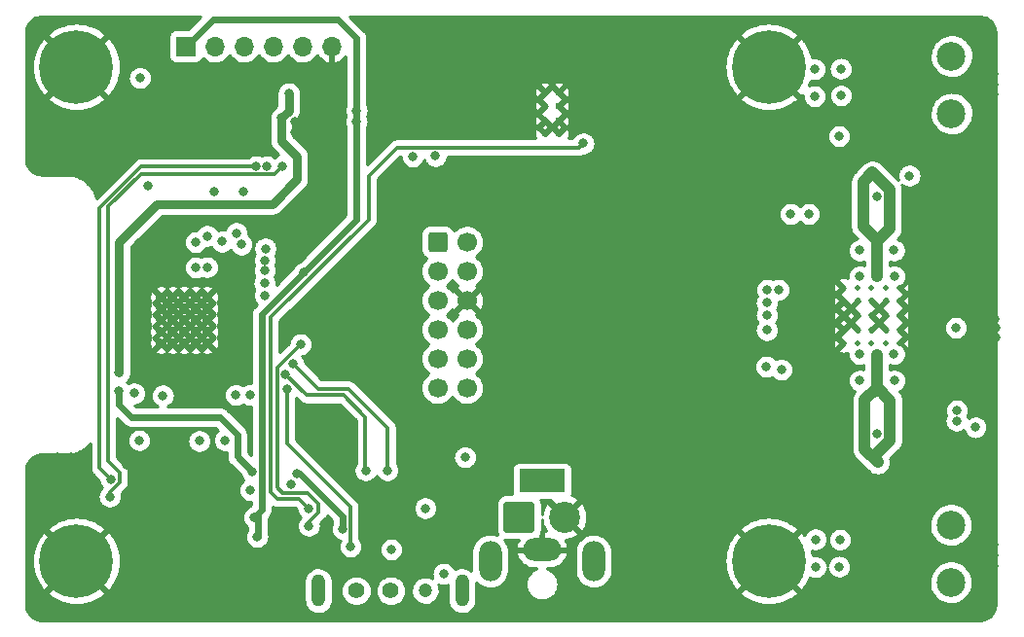
<source format=gbr>
G04 #@! TF.GenerationSoftware,KiCad,Pcbnew,(6.0.9-0)*
G04 #@! TF.CreationDate,2022-12-09T10:21:34+01:00*
G04 #@! TF.ProjectId,muVox,6d75566f-782e-46b6-9963-61645f706362,rc1*
G04 #@! TF.SameCoordinates,Original*
G04 #@! TF.FileFunction,Copper,L3,Inr*
G04 #@! TF.FilePolarity,Positive*
%FSLAX46Y46*%
G04 Gerber Fmt 4.6, Leading zero omitted, Abs format (unit mm)*
G04 Created by KiCad (PCBNEW (6.0.9-0)) date 2022-12-09 10:21:34*
%MOMM*%
%LPD*%
G01*
G04 APERTURE LIST*
G04 Aperture macros list*
%AMRoundRect*
0 Rectangle with rounded corners*
0 $1 Rounding radius*
0 $2 $3 $4 $5 $6 $7 $8 $9 X,Y pos of 4 corners*
0 Add a 4 corners polygon primitive as box body*
4,1,4,$2,$3,$4,$5,$6,$7,$8,$9,$2,$3,0*
0 Add four circle primitives for the rounded corners*
1,1,$1+$1,$2,$3*
1,1,$1+$1,$4,$5*
1,1,$1+$1,$6,$7*
1,1,$1+$1,$8,$9*
0 Add four rect primitives between the rounded corners*
20,1,$1+$1,$2,$3,$4,$5,0*
20,1,$1+$1,$4,$5,$6,$7,0*
20,1,$1+$1,$6,$7,$8,$9,0*
20,1,$1+$1,$8,$9,$2,$3,0*%
G04 Aperture macros list end*
G04 #@! TA.AperFunction,ComponentPad*
%ADD10R,4.000000X2.000000*%
G04 #@! TD*
G04 #@! TA.AperFunction,ComponentPad*
%ADD11O,3.300000X2.000000*%
G04 #@! TD*
G04 #@! TA.AperFunction,ComponentPad*
%ADD12O,2.000000X3.500000*%
G04 #@! TD*
G04 #@! TA.AperFunction,ComponentPad*
%ADD13RoundRect,0.250000X-0.600000X-0.600000X0.600000X-0.600000X0.600000X0.600000X-0.600000X0.600000X0*%
G04 #@! TD*
G04 #@! TA.AperFunction,ComponentPad*
%ADD14C,1.700000*%
G04 #@! TD*
G04 #@! TA.AperFunction,ComponentPad*
%ADD15C,6.400000*%
G04 #@! TD*
G04 #@! TA.AperFunction,ComponentPad*
%ADD16C,2.500000*%
G04 #@! TD*
G04 #@! TA.AperFunction,ComponentPad*
%ADD17RoundRect,0.250001X-1.099999X-1.099999X1.099999X-1.099999X1.099999X1.099999X-1.099999X1.099999X0*%
G04 #@! TD*
G04 #@! TA.AperFunction,ComponentPad*
%ADD18C,2.700000*%
G04 #@! TD*
G04 #@! TA.AperFunction,ComponentPad*
%ADD19R,1.700000X1.700000*%
G04 #@! TD*
G04 #@! TA.AperFunction,ComponentPad*
%ADD20O,1.700000X1.700000*%
G04 #@! TD*
G04 #@! TA.AperFunction,ComponentPad*
%ADD21C,0.500000*%
G04 #@! TD*
G04 #@! TA.AperFunction,ComponentPad*
%ADD22C,0.600000*%
G04 #@! TD*
G04 #@! TA.AperFunction,ComponentPad*
%ADD23C,1.400000*%
G04 #@! TD*
G04 #@! TA.AperFunction,ComponentPad*
%ADD24C,1.200000*%
G04 #@! TD*
G04 #@! TA.AperFunction,ComponentPad*
%ADD25O,1.208000X2.800000*%
G04 #@! TD*
G04 #@! TA.AperFunction,ComponentPad*
%ADD26C,0.800000*%
G04 #@! TD*
G04 #@! TA.AperFunction,ViaPad*
%ADD27C,0.800000*%
G04 #@! TD*
G04 #@! TA.AperFunction,Conductor*
%ADD28C,0.300000*%
G04 #@! TD*
G04 #@! TA.AperFunction,Conductor*
%ADD29C,0.600000*%
G04 #@! TD*
G04 #@! TA.AperFunction,Conductor*
%ADD30C,0.800000*%
G04 #@! TD*
G04 #@! TA.AperFunction,Conductor*
%ADD31C,1.000000*%
G04 #@! TD*
G04 #@! TA.AperFunction,Conductor*
%ADD32C,0.254000*%
G04 #@! TD*
G04 APERTURE END LIST*
D10*
X119260100Y-148789300D03*
D11*
X119260100Y-154789300D03*
D12*
X114760100Y-155789300D03*
X123760100Y-155789300D03*
D13*
X110187600Y-128004300D03*
D14*
X112727600Y-128004300D03*
X110187600Y-130544300D03*
X112727600Y-130544300D03*
X110187600Y-133084300D03*
X112727600Y-133084300D03*
X110187600Y-135624300D03*
X112727600Y-135624300D03*
X110187600Y-138164300D03*
X112727600Y-138164300D03*
X110187600Y-140704300D03*
X112727600Y-140704300D03*
D15*
X78770100Y-155779300D03*
D16*
X154840100Y-157629300D03*
X154840100Y-152629300D03*
D17*
X117270100Y-151954300D03*
D18*
X121230100Y-151954300D03*
D15*
X78770100Y-112759300D03*
D19*
X88290100Y-110979300D03*
D20*
X90830100Y-110979300D03*
X93370100Y-110979300D03*
X95910100Y-110979300D03*
X98450100Y-110979300D03*
X100990100Y-110979300D03*
D21*
X145482950Y-136848950D03*
X149191350Y-133140550D03*
X150359750Y-135680550D03*
X147921350Y-135680550D03*
X147921350Y-131972150D03*
X147921350Y-136848950D03*
X147921350Y-133140550D03*
X146752950Y-131972150D03*
X146752950Y-133140550D03*
X146752950Y-134410550D03*
X145482950Y-131972150D03*
X150359750Y-133140550D03*
X149191350Y-134410550D03*
X149191350Y-136848950D03*
X145482950Y-134410550D03*
X149191350Y-131972150D03*
X147921350Y-134410550D03*
X145482950Y-135680550D03*
X146752950Y-135680550D03*
X150359750Y-136848950D03*
X150359750Y-131972150D03*
X149191350Y-135680550D03*
X146752950Y-136848950D03*
X150359750Y-134410550D03*
X145482950Y-133140550D03*
D22*
X119522600Y-116161800D03*
X120722600Y-118561800D03*
X120722600Y-116161800D03*
X119522600Y-114961800D03*
X120722600Y-114961800D03*
X119522600Y-118561800D03*
X119522600Y-117461800D03*
X120722600Y-117461800D03*
D23*
X103120400Y-158362800D03*
X106120400Y-158362800D03*
D24*
X109120400Y-158362800D03*
D25*
X99820400Y-158362800D03*
X112320400Y-158362800D03*
D15*
X139000000Y-112759300D03*
D26*
X87140100Y-134810550D03*
X86140100Y-132810550D03*
X86140100Y-135810550D03*
X89140100Y-133810550D03*
X87140100Y-133810550D03*
X88140100Y-135810550D03*
X89140100Y-136810550D03*
X87140100Y-132810550D03*
X86140100Y-134810550D03*
X90140100Y-136810550D03*
X89140100Y-134810550D03*
X86140100Y-133810550D03*
X88140100Y-133810550D03*
X89140100Y-132810550D03*
X90140100Y-133810550D03*
X88140100Y-134810550D03*
X90140100Y-132810550D03*
X88140100Y-136810550D03*
X89140100Y-135810550D03*
X87140100Y-135810550D03*
X86140100Y-136810550D03*
X87140100Y-136810550D03*
X90140100Y-134810550D03*
X90140100Y-135810550D03*
X88140100Y-132810550D03*
D16*
X154890100Y-111829300D03*
X154890100Y-116829300D03*
D15*
X139000000Y-155779300D03*
D27*
X157640100Y-113382700D03*
X127814900Y-113148100D03*
X126443300Y-119839300D03*
X98715100Y-118429300D03*
X157640100Y-114282700D03*
X97815100Y-117529300D03*
X107755700Y-114302100D03*
X129491300Y-136168100D03*
X83108800Y-147421600D03*
X158020000Y-123740000D03*
X114750000Y-148975000D03*
X156640000Y-123730000D03*
X129491300Y-134368100D03*
X111355700Y-114302100D03*
X109555700Y-112491100D03*
X106855700Y-114305500D03*
X130391300Y-136168100D03*
X140490000Y-136413910D03*
X158725000Y-135475000D03*
X133087100Y-136182500D03*
X152840100Y-128729300D03*
X158540100Y-154379300D03*
X132187100Y-133482500D03*
X129491300Y-133468100D03*
X152490100Y-123679300D03*
X132187100Y-136182500D03*
X156740100Y-156182700D03*
X108655700Y-112487700D03*
X128727200Y-114071400D03*
X138887200Y-140893800D03*
X99775000Y-154225000D03*
X127811500Y-112248100D03*
X158725000Y-136325000D03*
X133087100Y-133482500D03*
X94190100Y-114029300D03*
X107755700Y-115202100D03*
X157640100Y-155282700D03*
X158540100Y-115179300D03*
X128272100Y-119839300D03*
X109555700Y-115205500D03*
X148410100Y-124069300D03*
X129616200Y-113157000D03*
X131287900Y-132568100D03*
X130391300Y-137068100D03*
X133087100Y-137082500D03*
X107755700Y-112487700D03*
X101325000Y-148075000D03*
X110455700Y-115202100D03*
X106855700Y-115205500D03*
X126911500Y-112248100D03*
X158700000Y-134675000D03*
X151390100Y-123679300D03*
X133087100Y-134382500D03*
X127372100Y-119839300D03*
X129612800Y-112257000D03*
X78333600Y-146710400D03*
X140490000Y-134660000D03*
X156740100Y-114282700D03*
X156740100Y-154382700D03*
X111355700Y-112487700D03*
X105235800Y-153983400D03*
X98715100Y-117529300D03*
X158540100Y-114279300D03*
X110455700Y-112487700D03*
X89281000Y-148259800D03*
X106855700Y-112491100D03*
X100950000Y-154200000D03*
X107755700Y-113387700D03*
X156740100Y-155282700D03*
X127814900Y-114048100D03*
X109555700Y-113391100D03*
X108655700Y-114302100D03*
X130391300Y-134368100D03*
X158540100Y-155279300D03*
X77114400Y-146735800D03*
X109555700Y-114305500D03*
X108655700Y-113387700D03*
X131291300Y-133468100D03*
X156740100Y-115182700D03*
X158540100Y-113379300D03*
X111355700Y-113387700D03*
X125594100Y-119839300D03*
X153600000Y-123700000D03*
X104709434Y-148905434D03*
X113800000Y-148975000D03*
X148444760Y-144683976D03*
X157330000Y-124370000D03*
X114808000Y-143510000D03*
X111355700Y-115202100D03*
X129616200Y-114071400D03*
X131291300Y-136168100D03*
X133083700Y-135282500D03*
X132183700Y-132582500D03*
X110455700Y-114302100D03*
X157640100Y-115182700D03*
X156740100Y-113382700D03*
X129487900Y-132568100D03*
X126914900Y-114048100D03*
X110846200Y-149308000D03*
X131291300Y-134368100D03*
X105896200Y-153272200D03*
X131291300Y-137068100D03*
X130391300Y-133468100D03*
X129487900Y-135268100D03*
X88442800Y-148894800D03*
X116840000Y-125984000D03*
X129491300Y-137068100D03*
X132183700Y-135282500D03*
X99615100Y-118425900D03*
X157640100Y-156182700D03*
X132187100Y-137082500D03*
X132187100Y-134382500D03*
X130387900Y-135268100D03*
X133083700Y-132582500D03*
X110455700Y-113387700D03*
X130387900Y-132568100D03*
X99615100Y-117525900D03*
X113895700Y-117858100D03*
X126914900Y-113148100D03*
X128712800Y-112257000D03*
X128716200Y-113157000D03*
X108655700Y-115202100D03*
X131287900Y-135268100D03*
X97815100Y-118429300D03*
X106855700Y-113391100D03*
X158540100Y-156179300D03*
X157640100Y-154382700D03*
X106172000Y-154787600D03*
X99000897Y-152712939D03*
X98264600Y-136908100D03*
X108015100Y-120569120D03*
X98531500Y-130687900D03*
X94513400Y-153670000D03*
X156982600Y-144136800D03*
X110015100Y-120529300D03*
X103140100Y-117529300D03*
X145110200Y-118793410D03*
X94221184Y-151971716D03*
X140901220Y-125568110D03*
X103140100Y-116554300D03*
X155290100Y-135479300D03*
X151240100Y-122229300D03*
X82500000Y-139400000D03*
X96600000Y-117200000D03*
X101930200Y-152984200D03*
X82490100Y-140979300D03*
X97235358Y-115054302D03*
X97925000Y-148175000D03*
X94090600Y-148031200D03*
X84250000Y-145275000D03*
X84290100Y-113729300D03*
X83790100Y-141179300D03*
X112575000Y-146750000D03*
X110700000Y-156895800D03*
X148394320Y-130978310D03*
X148419720Y-128692310D03*
X148419720Y-127701710D03*
X148394320Y-140071510D03*
X148669856Y-122629544D03*
X148419720Y-137785510D03*
X148394320Y-140960510D03*
X148010100Y-121969789D03*
X148463720Y-147183310D03*
X148530100Y-146299300D03*
X86300000Y-141375000D03*
X109109200Y-151181200D03*
X146921120Y-140071510D03*
X146895720Y-137760110D03*
X145180100Y-153919300D03*
X143052800Y-153898600D03*
X146895720Y-128733310D03*
X146921120Y-131003710D03*
X145280100Y-115259300D03*
X142976600Y-115316000D03*
X149892920Y-137760110D03*
X143060100Y-156319300D03*
X149918320Y-140071510D03*
X145130100Y-156279300D03*
X149892920Y-128733310D03*
X149918320Y-131003710D03*
X142970100Y-112969300D03*
X145250100Y-112929300D03*
X102625000Y-154525000D03*
X97091794Y-140791794D03*
X138818520Y-135677310D03*
X103922900Y-147901700D03*
X96925000Y-139500000D03*
X95150500Y-130507300D03*
X105827400Y-147886800D03*
X95150500Y-129592900D03*
X97639700Y-138635300D03*
X138818520Y-134381910D03*
X85040100Y-123129300D03*
X95325000Y-121425000D03*
X155328520Y-143576710D03*
X155346803Y-142677393D03*
X93118500Y-128221300D03*
X92640100Y-141329300D03*
X138843920Y-132172110D03*
X95201300Y-128576900D03*
X93890100Y-141329300D03*
X138818520Y-133289710D03*
X139859920Y-132172110D03*
X92690100Y-127229300D03*
X90140100Y-130203320D03*
X95136589Y-131610989D03*
X140092628Y-139127601D03*
X90140100Y-127479300D03*
X89140100Y-128029300D03*
X95150500Y-132640900D03*
X138796532Y-138856811D03*
X89141064Y-130233855D03*
X93878400Y-149606000D03*
X91442100Y-127967300D03*
X97425000Y-149075000D03*
X91670692Y-145264693D03*
X81675000Y-150175000D03*
X96667231Y-121417231D03*
X81750000Y-148675000D03*
X94411800Y-121425000D03*
X90758897Y-123621231D03*
X89458800Y-145338800D03*
X122865100Y-119429800D03*
X98958400Y-151206200D03*
X93292374Y-123622185D03*
X142476220Y-125568110D03*
D28*
X99000897Y-152408303D02*
X99000897Y-152712939D01*
X99847400Y-150774400D02*
X99847400Y-151561800D01*
X96672400Y-149834600D02*
X98907600Y-149834600D01*
X98907600Y-149834600D02*
X99847400Y-150774400D01*
X96217300Y-138955400D02*
X96217300Y-149379500D01*
X99000897Y-152408303D02*
X99847400Y-151561800D01*
X96217300Y-138955400D02*
X98264600Y-136908100D01*
X96217300Y-149379500D02*
X96672400Y-149834600D01*
D29*
X101490100Y-108629300D02*
X103090100Y-110229300D01*
X103140100Y-110279300D02*
X103140100Y-116554300D01*
X90640100Y-108629300D02*
X101240100Y-108629300D01*
X101240100Y-108629300D02*
X101490100Y-108629300D01*
X103140100Y-126079300D02*
X103140100Y-117529300D01*
X94890100Y-148179300D02*
X94890100Y-134329300D01*
X94890100Y-151312100D02*
X94890100Y-148179300D01*
X103140100Y-116554300D02*
X103140100Y-117529300D01*
X94538800Y-153644600D02*
X94538800Y-151663400D01*
X94513400Y-153670000D02*
X94538800Y-153644600D01*
X88290100Y-110979300D02*
X90640100Y-108629300D01*
X94890100Y-151302800D02*
X94890100Y-148179300D01*
X103090100Y-110229300D02*
X103140100Y-110279300D01*
X94538800Y-151663400D02*
X94890100Y-151312100D01*
X94221184Y-151971716D02*
X94890100Y-151302800D01*
X94890100Y-134329300D02*
X98531500Y-130687900D01*
X98531500Y-130687900D02*
X103140100Y-126079300D01*
D30*
X97235358Y-115054302D02*
X97235358Y-116564642D01*
X85800000Y-124700000D02*
X82500000Y-128000000D01*
X82500000Y-128000000D02*
X82500000Y-139400000D01*
D29*
X98238600Y-148175000D02*
X101930200Y-151866600D01*
X94090600Y-148031200D02*
X92750000Y-146690600D01*
X92750000Y-146690600D02*
X92750000Y-144775000D01*
D30*
X97235358Y-116564642D02*
X96600000Y-117200000D01*
D29*
X82490100Y-142180100D02*
X82490100Y-140979300D01*
D30*
X97950000Y-120550000D02*
X97950000Y-122550000D01*
X95800000Y-124700000D02*
X85800000Y-124700000D01*
D29*
X92750000Y-144775000D02*
X91231000Y-143256000D01*
D30*
X97950000Y-122550000D02*
X95800000Y-124700000D01*
D29*
X101930200Y-151866600D02*
X101930200Y-152984200D01*
X91231000Y-143256000D02*
X83566000Y-143256000D01*
D30*
X96600000Y-117200000D02*
X96600000Y-119200000D01*
D29*
X83566000Y-143256000D02*
X82490100Y-142180100D01*
D30*
X96600000Y-119200000D02*
X97950000Y-120550000D01*
D29*
X97925000Y-148175000D02*
X98238600Y-148175000D01*
D31*
X148419720Y-129868920D02*
X148419720Y-130952910D01*
X148419720Y-128839680D02*
X148419720Y-127858920D01*
X148419720Y-127949680D02*
X149509611Y-126859789D01*
X148419720Y-127858920D02*
X147210100Y-126649300D01*
X149509611Y-126859789D02*
X149509611Y-123469300D01*
X147345249Y-141774151D02*
X147345249Y-146064839D01*
X147210100Y-122769789D02*
X148010100Y-121969789D01*
X148419720Y-130952910D02*
X148394320Y-130978310D01*
X148394320Y-140071510D02*
X148394320Y-140725080D01*
X147345249Y-146064839D02*
X148463720Y-147183310D01*
X148419720Y-129868920D02*
X148419720Y-127949680D01*
X148394320Y-140071510D02*
X148394320Y-140960510D01*
X149509611Y-123469300D02*
X148669856Y-122629544D01*
X147210100Y-126649300D02*
X147210100Y-122769789D01*
X149544271Y-141783471D02*
X149544271Y-145285129D01*
X148010100Y-121969789D02*
X148010101Y-121969789D01*
X148394320Y-137857720D02*
X148419720Y-137832320D01*
X148394320Y-140071510D02*
X148394320Y-140633520D01*
X149544271Y-145285129D02*
X148530100Y-146299300D01*
X148010101Y-121969789D02*
X148669856Y-122629544D01*
X148419720Y-128692310D02*
X148419720Y-127701710D01*
X148394320Y-140633520D02*
X149544271Y-141783471D01*
X148419720Y-128692310D02*
X148419720Y-128839680D01*
X148419720Y-128839680D02*
X148419720Y-129868920D01*
X148394320Y-140071510D02*
X148394320Y-137857720D01*
X148394320Y-140725080D02*
X147345249Y-141774151D01*
D28*
X102600000Y-151075000D02*
X97091794Y-145566794D01*
X97091794Y-145566794D02*
X97091794Y-140791794D01*
X102600000Y-154500000D02*
X102600000Y-151075000D01*
X102625000Y-154525000D02*
X102600000Y-154500000D01*
X103888100Y-143227300D02*
X103888100Y-147866900D01*
X103888100Y-147866900D02*
X103922900Y-147901700D01*
X98779300Y-141354300D02*
X102015100Y-141354300D01*
X102015100Y-141354300D02*
X103888100Y-143227300D01*
X96925000Y-139500000D02*
X98779300Y-141354300D01*
X97639700Y-138635300D02*
X99773300Y-140768900D01*
X105865100Y-147849100D02*
X105827400Y-147886800D01*
X99773300Y-140768900D02*
X102414900Y-140768900D01*
X105865100Y-144219100D02*
X105865100Y-147849100D01*
X102414900Y-140768900D02*
X105865100Y-144219100D01*
X81675000Y-150175000D02*
X81675000Y-149800000D01*
X81675000Y-149800000D02*
X82525000Y-148950000D01*
X81536100Y-147086100D02*
X81536100Y-124919300D01*
X96009962Y-122074500D02*
X96667231Y-121417231D01*
X82525000Y-148075000D02*
X81536100Y-147086100D01*
X84380900Y-122074500D02*
X96009962Y-122074500D01*
X81536100Y-124919300D02*
X84380900Y-122074500D01*
X82525000Y-148950000D02*
X82525000Y-148075000D01*
X80774100Y-125071700D02*
X84431700Y-121414100D01*
X80774100Y-146001300D02*
X80774100Y-125071700D01*
X80772000Y-146003400D02*
X80774100Y-146001300D01*
X81750000Y-148675000D02*
X80772000Y-147697000D01*
X84431700Y-121414100D02*
X94400900Y-121414100D01*
X80772000Y-147697000D02*
X80772000Y-146003400D01*
X94400900Y-121414100D02*
X94411800Y-121425000D01*
X98145600Y-150393400D02*
X98958400Y-151206200D01*
X106631300Y-119788500D02*
X104190100Y-122229700D01*
X122506400Y-119788500D02*
X106631300Y-119788500D01*
X95658500Y-149760500D02*
X96291400Y-150393400D01*
X96291400Y-150393400D02*
X98145600Y-150393400D01*
X104190100Y-126039700D02*
X95658500Y-134571300D01*
X122865100Y-119429800D02*
X122506400Y-119788500D01*
X104190100Y-122229700D02*
X104190100Y-126039700D01*
X95658500Y-134571300D02*
X95658500Y-149760500D01*
D32*
X128932500Y-119229700D02*
X124258900Y-119229700D01*
X123598500Y-118620100D01*
X123510639Y-118620100D01*
X123395913Y-118536746D01*
X123373101Y-118523575D01*
X123198637Y-118445899D01*
X123173585Y-118437759D01*
X122986784Y-118398053D01*
X122960587Y-118395300D01*
X122769613Y-118395300D01*
X122743416Y-118398053D01*
X122556615Y-118437759D01*
X122531563Y-118445899D01*
X122357099Y-118523575D01*
X122334287Y-118536746D01*
X122179786Y-118648998D01*
X122160211Y-118666624D01*
X122032424Y-118808546D01*
X122016941Y-118829856D01*
X121921454Y-118995244D01*
X121917556Y-119004000D01*
X121550212Y-119004000D01*
X121550744Y-119003199D01*
X121563584Y-118978216D01*
X121627956Y-118808757D01*
X121634942Y-118781548D01*
X121660170Y-118602038D01*
X121661384Y-118586262D01*
X121661701Y-118563559D01*
X121660928Y-118547755D01*
X121640722Y-118367611D01*
X121634498Y-118340219D01*
X121574883Y-118169028D01*
X121562748Y-118143698D01*
X121554001Y-118129699D01*
X121500941Y-118082527D01*
X121430801Y-118071530D01*
X121365851Y-118100200D01*
X121358050Y-118107370D01*
X120722600Y-118742819D01*
X120211695Y-118231915D01*
X120149383Y-118197890D01*
X120078567Y-118202955D01*
X120033505Y-118231915D01*
X119522600Y-118742819D01*
X118886345Y-118106565D01*
X118824033Y-118072540D01*
X118753217Y-118077605D01*
X118696382Y-118120152D01*
X118691344Y-118127398D01*
X118688379Y-118131998D01*
X118675884Y-118157167D01*
X118613885Y-118327509D01*
X118607280Y-118354811D01*
X118584560Y-118534655D01*
X118584167Y-118562742D01*
X118601856Y-118743151D01*
X118607697Y-118770628D01*
X118664916Y-118942634D01*
X118676698Y-118968134D01*
X118698419Y-119004000D01*
X106713356Y-119004000D01*
X106689805Y-119001774D01*
X106618973Y-119004000D01*
X106589868Y-119004000D01*
X106574071Y-119004994D01*
X106569674Y-119005550D01*
X106523512Y-119007000D01*
X106492316Y-119011941D01*
X106471728Y-119017923D01*
X106450445Y-119020611D01*
X106419852Y-119028466D01*
X106376894Y-119045475D01*
X106332548Y-119058358D01*
X106303560Y-119070902D01*
X106285101Y-119081819D01*
X106265162Y-119089713D01*
X106237483Y-119104929D01*
X106200113Y-119132080D01*
X106160353Y-119155594D01*
X106135398Y-119174952D01*
X106120234Y-119190116D01*
X106102882Y-119202723D01*
X106079858Y-119224344D01*
X106050413Y-119259937D01*
X106029850Y-119280500D01*
X104074600Y-119280500D01*
X104074600Y-117985017D01*
X119208690Y-117985017D01*
X119213755Y-118055833D01*
X119242715Y-118100895D01*
X119433504Y-118291685D01*
X119495816Y-118325710D01*
X119566632Y-118320646D01*
X119611696Y-118291685D01*
X119802485Y-118100895D01*
X119836510Y-118038583D01*
X119832679Y-117985017D01*
X120408690Y-117985017D01*
X120413755Y-118055833D01*
X120442715Y-118100895D01*
X120633504Y-118291685D01*
X120695816Y-118325710D01*
X120766632Y-118320646D01*
X120811696Y-118291685D01*
X121002485Y-118100895D01*
X121036510Y-118038583D01*
X121031445Y-117967767D01*
X121002485Y-117922705D01*
X120811696Y-117731915D01*
X120749384Y-117697890D01*
X120678568Y-117702954D01*
X120633504Y-117731915D01*
X120442715Y-117922705D01*
X120408690Y-117985017D01*
X119832679Y-117985017D01*
X119831445Y-117967767D01*
X119802485Y-117922705D01*
X119611696Y-117731915D01*
X119549384Y-117697890D01*
X119478568Y-117702954D01*
X119433504Y-117731915D01*
X119242715Y-117922705D01*
X119208690Y-117985017D01*
X104074600Y-117985017D01*
X104074600Y-117979697D01*
X104083746Y-117963856D01*
X104094460Y-117939792D01*
X104153475Y-117758164D01*
X104158952Y-117732398D01*
X104178914Y-117542470D01*
X104178914Y-117516130D01*
X104173303Y-117462742D01*
X118584167Y-117462742D01*
X118601856Y-117643151D01*
X118607697Y-117670628D01*
X118664916Y-117842634D01*
X118676699Y-117868135D01*
X118690977Y-117891710D01*
X118743375Y-117939616D01*
X118813355Y-117951588D01*
X118878699Y-117923826D01*
X118887847Y-117915533D01*
X119252485Y-117550896D01*
X119286510Y-117488583D01*
X119281446Y-117417768D01*
X119252485Y-117372704D01*
X118886345Y-117006565D01*
X118824033Y-116972540D01*
X118753217Y-116977605D01*
X118696382Y-117020152D01*
X118691344Y-117027398D01*
X118688379Y-117031998D01*
X118675884Y-117057167D01*
X118613885Y-117227509D01*
X118607280Y-117254811D01*
X118584560Y-117434655D01*
X118584167Y-117462742D01*
X104173303Y-117462742D01*
X104158952Y-117326202D01*
X104153475Y-117300436D01*
X104094460Y-117118808D01*
X104083746Y-117094744D01*
X104074600Y-117078903D01*
X104074600Y-117004697D01*
X104083746Y-116988856D01*
X104094460Y-116964792D01*
X104152873Y-116785017D01*
X119108690Y-116785017D01*
X119113755Y-116855832D01*
X119142715Y-116900895D01*
X119433504Y-117191685D01*
X120033504Y-117791684D01*
X120095817Y-117825709D01*
X120166632Y-117820645D01*
X120211695Y-117791685D01*
X120568364Y-117435017D01*
X120958690Y-117435017D01*
X120963754Y-117505832D01*
X120992715Y-117550896D01*
X121358817Y-117916997D01*
X121421129Y-117951022D01*
X121491945Y-117945957D01*
X121548780Y-117903410D01*
X121565700Y-117872645D01*
X121627956Y-117708757D01*
X121634942Y-117681548D01*
X121660170Y-117502038D01*
X121661384Y-117486262D01*
X121661701Y-117463559D01*
X121660928Y-117447755D01*
X121640722Y-117267611D01*
X121634498Y-117240219D01*
X121574883Y-117069028D01*
X121562748Y-117043698D01*
X121554001Y-117029699D01*
X121500941Y-116982527D01*
X121430801Y-116971530D01*
X121365851Y-117000200D01*
X121358050Y-117007370D01*
X120992715Y-117372704D01*
X120958690Y-117435017D01*
X120568364Y-117435017D01*
X120811695Y-117191686D01*
X121102484Y-116900896D01*
X121136509Y-116838583D01*
X121131445Y-116767768D01*
X121102485Y-116722705D01*
X120541580Y-116161800D01*
X120568363Y-116135017D01*
X120958690Y-116135017D01*
X120963754Y-116205832D01*
X120992715Y-116250896D01*
X121358817Y-116616997D01*
X121421129Y-116651022D01*
X121491945Y-116645957D01*
X121548780Y-116603410D01*
X121565700Y-116572645D01*
X121627956Y-116408757D01*
X121634942Y-116381548D01*
X121660170Y-116202038D01*
X121661384Y-116186262D01*
X121661701Y-116163559D01*
X121660928Y-116147755D01*
X121640722Y-115967611D01*
X121634498Y-115940219D01*
X121574883Y-115769028D01*
X121562748Y-115743698D01*
X121554001Y-115729699D01*
X121500941Y-115682527D01*
X121430801Y-115671530D01*
X121365851Y-115700200D01*
X121358050Y-115707370D01*
X120992715Y-116072704D01*
X120958690Y-116135017D01*
X120568363Y-116135017D01*
X120811695Y-115891685D01*
X121052484Y-115650895D01*
X121086510Y-115588583D01*
X121081445Y-115517768D01*
X121052485Y-115472705D01*
X120514798Y-114935017D01*
X120958690Y-114935017D01*
X120963754Y-115005832D01*
X120992715Y-115050896D01*
X121358817Y-115416997D01*
X121421129Y-115451022D01*
X121491945Y-115445957D01*
X121548780Y-115403410D01*
X121565700Y-115372645D01*
X121627956Y-115208757D01*
X121634942Y-115181548D01*
X121660170Y-115002038D01*
X121661384Y-114986262D01*
X121661701Y-114963559D01*
X121660928Y-114947755D01*
X121640722Y-114767611D01*
X121634498Y-114740219D01*
X121574883Y-114569028D01*
X121562748Y-114543698D01*
X121554001Y-114529699D01*
X121500941Y-114482527D01*
X121430801Y-114471530D01*
X121365851Y-114500200D01*
X121358050Y-114507370D01*
X120992715Y-114872704D01*
X120958690Y-114935017D01*
X120514798Y-114935017D01*
X120452486Y-114872705D01*
X120211696Y-114631916D01*
X120149383Y-114597891D01*
X120078568Y-114602955D01*
X120033505Y-114631915D01*
X119433505Y-115231914D01*
X119192716Y-115472704D01*
X119158691Y-115535017D01*
X119163755Y-115605832D01*
X119192715Y-115650895D01*
X119703620Y-116161800D01*
X119433505Y-116431915D01*
X119142716Y-116722705D01*
X119108690Y-116785017D01*
X104152873Y-116785017D01*
X104153475Y-116783164D01*
X104158952Y-116757398D01*
X104178914Y-116567470D01*
X104178914Y-116541130D01*
X104158952Y-116351202D01*
X104153475Y-116325436D01*
X104100612Y-116162742D01*
X118584167Y-116162742D01*
X118601856Y-116343151D01*
X118607697Y-116370628D01*
X118664916Y-116542634D01*
X118676699Y-116568135D01*
X118690977Y-116591710D01*
X118743375Y-116639616D01*
X118813355Y-116651588D01*
X118878699Y-116623826D01*
X118887847Y-116615533D01*
X119252485Y-116250896D01*
X119286510Y-116188583D01*
X119281446Y-116117768D01*
X119252485Y-116072704D01*
X118886345Y-115706565D01*
X118824033Y-115672540D01*
X118753217Y-115677605D01*
X118696382Y-115720152D01*
X118691344Y-115727398D01*
X118688379Y-115731998D01*
X118675884Y-115757167D01*
X118613885Y-115927509D01*
X118607280Y-115954811D01*
X118584560Y-116134655D01*
X118584167Y-116162742D01*
X104100612Y-116162742D01*
X104094460Y-116143808D01*
X104083746Y-116119744D01*
X104074600Y-116103903D01*
X104074600Y-114962742D01*
X118584167Y-114962742D01*
X118601856Y-115143151D01*
X118607697Y-115170628D01*
X118664916Y-115342634D01*
X118676699Y-115368135D01*
X118690977Y-115391710D01*
X118743375Y-115439616D01*
X118813355Y-115451588D01*
X118878699Y-115423826D01*
X118887847Y-115415533D01*
X119252485Y-115050896D01*
X119286510Y-114988583D01*
X119281446Y-114917768D01*
X119252485Y-114872704D01*
X118886345Y-114506565D01*
X118824033Y-114472540D01*
X118753217Y-114477605D01*
X118696382Y-114520152D01*
X118691344Y-114527398D01*
X118688379Y-114531998D01*
X118675884Y-114557167D01*
X118613885Y-114727509D01*
X118607280Y-114754811D01*
X118584560Y-114934655D01*
X118584167Y-114962742D01*
X104074600Y-114962742D01*
X104074600Y-114253090D01*
X119032582Y-114253090D01*
X119060798Y-114318239D01*
X119068532Y-114326712D01*
X119433504Y-114691685D01*
X119495817Y-114725710D01*
X119566632Y-114720646D01*
X119611696Y-114691685D01*
X119977418Y-114325962D01*
X120011443Y-114263650D01*
X120010688Y-114253090D01*
X120232582Y-114253090D01*
X120260798Y-114318239D01*
X120268532Y-114326712D01*
X120633504Y-114691685D01*
X120695817Y-114725710D01*
X120766632Y-114720646D01*
X120811696Y-114691685D01*
X121177418Y-114325962D01*
X121211443Y-114263650D01*
X121206378Y-114192834D01*
X121163831Y-114135999D01*
X121155841Y-114130485D01*
X121146564Y-114124597D01*
X121121312Y-114112280D01*
X120950542Y-114051471D01*
X120923194Y-114045056D01*
X120743196Y-114023593D01*
X120715107Y-114023397D01*
X120534826Y-114042345D01*
X120507391Y-114048377D01*
X120335788Y-114106795D01*
X120310372Y-114118755D01*
X120291607Y-114130299D01*
X120244067Y-114183029D01*
X120232582Y-114253090D01*
X120010688Y-114253090D01*
X120006378Y-114192834D01*
X119963831Y-114135999D01*
X119955841Y-114130485D01*
X119946564Y-114124597D01*
X119921312Y-114112280D01*
X119750542Y-114051471D01*
X119723194Y-114045056D01*
X119543196Y-114023593D01*
X119515107Y-114023397D01*
X119334826Y-114042345D01*
X119307391Y-114048377D01*
X119135788Y-114106795D01*
X119110372Y-114118755D01*
X119091607Y-114130299D01*
X119044067Y-114183029D01*
X119032582Y-114253090D01*
X104074600Y-114253090D01*
X104074600Y-110288560D01*
X104075544Y-110198398D01*
X104072705Y-110170452D01*
X104063545Y-110128087D01*
X104058712Y-110084999D01*
X104052489Y-110057608D01*
X104041458Y-110025932D01*
X104034373Y-109993162D01*
X104025414Y-109966541D01*
X104007092Y-109927249D01*
X103992836Y-109886311D01*
X103980699Y-109860979D01*
X103962934Y-109832548D01*
X103948758Y-109802148D01*
X103934123Y-109778172D01*
X103907551Y-109743915D01*
X103884580Y-109707154D01*
X103867133Y-109685141D01*
X103838531Y-109656338D01*
X103837117Y-109654735D01*
X103811438Y-109629056D01*
X103786500Y-109603943D01*
X103786500Y-108371810D01*
X128932500Y-108371810D01*
X128932500Y-119229700D01*
X128932500Y-119229700D02*
X128932500Y-108371810D01*
G04 #@! TA.AperFunction,Conductor*
G36*
X128932500Y-119229700D02*
G01*
X124258900Y-119229700D01*
X123598500Y-118620100D01*
X123510639Y-118620100D01*
X123395913Y-118536746D01*
X123373101Y-118523575D01*
X123198637Y-118445899D01*
X123173585Y-118437759D01*
X122986784Y-118398053D01*
X122960587Y-118395300D01*
X122769613Y-118395300D01*
X122743416Y-118398053D01*
X122556615Y-118437759D01*
X122531563Y-118445899D01*
X122357099Y-118523575D01*
X122334287Y-118536746D01*
X122179786Y-118648998D01*
X122160211Y-118666624D01*
X122032424Y-118808546D01*
X122016941Y-118829856D01*
X121921454Y-118995244D01*
X121917556Y-119004000D01*
X121550212Y-119004000D01*
X121550744Y-119003199D01*
X121563584Y-118978216D01*
X121627956Y-118808757D01*
X121634942Y-118781548D01*
X121660170Y-118602038D01*
X121661384Y-118586262D01*
X121661701Y-118563559D01*
X121660928Y-118547755D01*
X121640722Y-118367611D01*
X121634498Y-118340219D01*
X121574883Y-118169028D01*
X121562748Y-118143698D01*
X121554001Y-118129699D01*
X121500941Y-118082527D01*
X121430801Y-118071530D01*
X121365851Y-118100200D01*
X121358050Y-118107370D01*
X120722600Y-118742819D01*
X120211695Y-118231915D01*
X120149383Y-118197890D01*
X120078567Y-118202955D01*
X120033505Y-118231915D01*
X119522600Y-118742819D01*
X118886345Y-118106565D01*
X118824033Y-118072540D01*
X118753217Y-118077605D01*
X118696382Y-118120152D01*
X118691344Y-118127398D01*
X118688379Y-118131998D01*
X118675884Y-118157167D01*
X118613885Y-118327509D01*
X118607280Y-118354811D01*
X118584560Y-118534655D01*
X118584167Y-118562742D01*
X118601856Y-118743151D01*
X118607697Y-118770628D01*
X118664916Y-118942634D01*
X118676698Y-118968134D01*
X118698419Y-119004000D01*
X106713356Y-119004000D01*
X106689805Y-119001774D01*
X106618973Y-119004000D01*
X106589868Y-119004000D01*
X106574071Y-119004994D01*
X106569674Y-119005550D01*
X106523512Y-119007000D01*
X106492316Y-119011941D01*
X106471728Y-119017923D01*
X106450445Y-119020611D01*
X106419852Y-119028466D01*
X106376894Y-119045475D01*
X106332548Y-119058358D01*
X106303560Y-119070902D01*
X106285101Y-119081819D01*
X106265162Y-119089713D01*
X106237483Y-119104929D01*
X106200113Y-119132080D01*
X106160353Y-119155594D01*
X106135398Y-119174952D01*
X106120234Y-119190116D01*
X106102882Y-119202723D01*
X106079858Y-119224344D01*
X106050413Y-119259937D01*
X106029850Y-119280500D01*
X104074600Y-119280500D01*
X104074600Y-117985017D01*
X119208690Y-117985017D01*
X119213755Y-118055833D01*
X119242715Y-118100895D01*
X119433504Y-118291685D01*
X119495816Y-118325710D01*
X119566632Y-118320646D01*
X119611696Y-118291685D01*
X119802485Y-118100895D01*
X119836510Y-118038583D01*
X119832679Y-117985017D01*
X120408690Y-117985017D01*
X120413755Y-118055833D01*
X120442715Y-118100895D01*
X120633504Y-118291685D01*
X120695816Y-118325710D01*
X120766632Y-118320646D01*
X120811696Y-118291685D01*
X121002485Y-118100895D01*
X121036510Y-118038583D01*
X121031445Y-117967767D01*
X121002485Y-117922705D01*
X120811696Y-117731915D01*
X120749384Y-117697890D01*
X120678568Y-117702954D01*
X120633504Y-117731915D01*
X120442715Y-117922705D01*
X120408690Y-117985017D01*
X119832679Y-117985017D01*
X119831445Y-117967767D01*
X119802485Y-117922705D01*
X119611696Y-117731915D01*
X119549384Y-117697890D01*
X119478568Y-117702954D01*
X119433504Y-117731915D01*
X119242715Y-117922705D01*
X119208690Y-117985017D01*
X104074600Y-117985017D01*
X104074600Y-117979697D01*
X104083746Y-117963856D01*
X104094460Y-117939792D01*
X104153475Y-117758164D01*
X104158952Y-117732398D01*
X104178914Y-117542470D01*
X104178914Y-117516130D01*
X104173303Y-117462742D01*
X118584167Y-117462742D01*
X118601856Y-117643151D01*
X118607697Y-117670628D01*
X118664916Y-117842634D01*
X118676699Y-117868135D01*
X118690977Y-117891710D01*
X118743375Y-117939616D01*
X118813355Y-117951588D01*
X118878699Y-117923826D01*
X118887847Y-117915533D01*
X119252485Y-117550896D01*
X119286510Y-117488583D01*
X119281446Y-117417768D01*
X119252485Y-117372704D01*
X118886345Y-117006565D01*
X118824033Y-116972540D01*
X118753217Y-116977605D01*
X118696382Y-117020152D01*
X118691344Y-117027398D01*
X118688379Y-117031998D01*
X118675884Y-117057167D01*
X118613885Y-117227509D01*
X118607280Y-117254811D01*
X118584560Y-117434655D01*
X118584167Y-117462742D01*
X104173303Y-117462742D01*
X104158952Y-117326202D01*
X104153475Y-117300436D01*
X104094460Y-117118808D01*
X104083746Y-117094744D01*
X104074600Y-117078903D01*
X104074600Y-117004697D01*
X104083746Y-116988856D01*
X104094460Y-116964792D01*
X104152873Y-116785017D01*
X119108690Y-116785017D01*
X119113755Y-116855832D01*
X119142715Y-116900895D01*
X119433504Y-117191685D01*
X120033504Y-117791684D01*
X120095817Y-117825709D01*
X120166632Y-117820645D01*
X120211695Y-117791685D01*
X120568364Y-117435017D01*
X120958690Y-117435017D01*
X120963754Y-117505832D01*
X120992715Y-117550896D01*
X121358817Y-117916997D01*
X121421129Y-117951022D01*
X121491945Y-117945957D01*
X121548780Y-117903410D01*
X121565700Y-117872645D01*
X121627956Y-117708757D01*
X121634942Y-117681548D01*
X121660170Y-117502038D01*
X121661384Y-117486262D01*
X121661701Y-117463559D01*
X121660928Y-117447755D01*
X121640722Y-117267611D01*
X121634498Y-117240219D01*
X121574883Y-117069028D01*
X121562748Y-117043698D01*
X121554001Y-117029699D01*
X121500941Y-116982527D01*
X121430801Y-116971530D01*
X121365851Y-117000200D01*
X121358050Y-117007370D01*
X120992715Y-117372704D01*
X120958690Y-117435017D01*
X120568364Y-117435017D01*
X120811695Y-117191686D01*
X121102484Y-116900896D01*
X121136509Y-116838583D01*
X121131445Y-116767768D01*
X121102485Y-116722705D01*
X120541580Y-116161800D01*
X120568363Y-116135017D01*
X120958690Y-116135017D01*
X120963754Y-116205832D01*
X120992715Y-116250896D01*
X121358817Y-116616997D01*
X121421129Y-116651022D01*
X121491945Y-116645957D01*
X121548780Y-116603410D01*
X121565700Y-116572645D01*
X121627956Y-116408757D01*
X121634942Y-116381548D01*
X121660170Y-116202038D01*
X121661384Y-116186262D01*
X121661701Y-116163559D01*
X121660928Y-116147755D01*
X121640722Y-115967611D01*
X121634498Y-115940219D01*
X121574883Y-115769028D01*
X121562748Y-115743698D01*
X121554001Y-115729699D01*
X121500941Y-115682527D01*
X121430801Y-115671530D01*
X121365851Y-115700200D01*
X121358050Y-115707370D01*
X120992715Y-116072704D01*
X120958690Y-116135017D01*
X120568363Y-116135017D01*
X120811695Y-115891685D01*
X121052484Y-115650895D01*
X121086510Y-115588583D01*
X121081445Y-115517768D01*
X121052485Y-115472705D01*
X120514798Y-114935017D01*
X120958690Y-114935017D01*
X120963754Y-115005832D01*
X120992715Y-115050896D01*
X121358817Y-115416997D01*
X121421129Y-115451022D01*
X121491945Y-115445957D01*
X121548780Y-115403410D01*
X121565700Y-115372645D01*
X121627956Y-115208757D01*
X121634942Y-115181548D01*
X121660170Y-115002038D01*
X121661384Y-114986262D01*
X121661701Y-114963559D01*
X121660928Y-114947755D01*
X121640722Y-114767611D01*
X121634498Y-114740219D01*
X121574883Y-114569028D01*
X121562748Y-114543698D01*
X121554001Y-114529699D01*
X121500941Y-114482527D01*
X121430801Y-114471530D01*
X121365851Y-114500200D01*
X121358050Y-114507370D01*
X120992715Y-114872704D01*
X120958690Y-114935017D01*
X120514798Y-114935017D01*
X120452486Y-114872705D01*
X120211696Y-114631916D01*
X120149383Y-114597891D01*
X120078568Y-114602955D01*
X120033505Y-114631915D01*
X119433505Y-115231914D01*
X119192716Y-115472704D01*
X119158691Y-115535017D01*
X119163755Y-115605832D01*
X119192715Y-115650895D01*
X119703620Y-116161800D01*
X119433505Y-116431915D01*
X119142716Y-116722705D01*
X119108690Y-116785017D01*
X104152873Y-116785017D01*
X104153475Y-116783164D01*
X104158952Y-116757398D01*
X104178914Y-116567470D01*
X104178914Y-116541130D01*
X104158952Y-116351202D01*
X104153475Y-116325436D01*
X104100612Y-116162742D01*
X118584167Y-116162742D01*
X118601856Y-116343151D01*
X118607697Y-116370628D01*
X118664916Y-116542634D01*
X118676699Y-116568135D01*
X118690977Y-116591710D01*
X118743375Y-116639616D01*
X118813355Y-116651588D01*
X118878699Y-116623826D01*
X118887847Y-116615533D01*
X119252485Y-116250896D01*
X119286510Y-116188583D01*
X119281446Y-116117768D01*
X119252485Y-116072704D01*
X118886345Y-115706565D01*
X118824033Y-115672540D01*
X118753217Y-115677605D01*
X118696382Y-115720152D01*
X118691344Y-115727398D01*
X118688379Y-115731998D01*
X118675884Y-115757167D01*
X118613885Y-115927509D01*
X118607280Y-115954811D01*
X118584560Y-116134655D01*
X118584167Y-116162742D01*
X104100612Y-116162742D01*
X104094460Y-116143808D01*
X104083746Y-116119744D01*
X104074600Y-116103903D01*
X104074600Y-114962742D01*
X118584167Y-114962742D01*
X118601856Y-115143151D01*
X118607697Y-115170628D01*
X118664916Y-115342634D01*
X118676699Y-115368135D01*
X118690977Y-115391710D01*
X118743375Y-115439616D01*
X118813355Y-115451588D01*
X118878699Y-115423826D01*
X118887847Y-115415533D01*
X119252485Y-115050896D01*
X119286510Y-114988583D01*
X119281446Y-114917768D01*
X119252485Y-114872704D01*
X118886345Y-114506565D01*
X118824033Y-114472540D01*
X118753217Y-114477605D01*
X118696382Y-114520152D01*
X118691344Y-114527398D01*
X118688379Y-114531998D01*
X118675884Y-114557167D01*
X118613885Y-114727509D01*
X118607280Y-114754811D01*
X118584560Y-114934655D01*
X118584167Y-114962742D01*
X104074600Y-114962742D01*
X104074600Y-114253090D01*
X119032582Y-114253090D01*
X119060798Y-114318239D01*
X119068532Y-114326712D01*
X119433504Y-114691685D01*
X119495817Y-114725710D01*
X119566632Y-114720646D01*
X119611696Y-114691685D01*
X119977418Y-114325962D01*
X120011443Y-114263650D01*
X120010688Y-114253090D01*
X120232582Y-114253090D01*
X120260798Y-114318239D01*
X120268532Y-114326712D01*
X120633504Y-114691685D01*
X120695817Y-114725710D01*
X120766632Y-114720646D01*
X120811696Y-114691685D01*
X121177418Y-114325962D01*
X121211443Y-114263650D01*
X121206378Y-114192834D01*
X121163831Y-114135999D01*
X121155841Y-114130485D01*
X121146564Y-114124597D01*
X121121312Y-114112280D01*
X120950542Y-114051471D01*
X120923194Y-114045056D01*
X120743196Y-114023593D01*
X120715107Y-114023397D01*
X120534826Y-114042345D01*
X120507391Y-114048377D01*
X120335788Y-114106795D01*
X120310372Y-114118755D01*
X120291607Y-114130299D01*
X120244067Y-114183029D01*
X120232582Y-114253090D01*
X120010688Y-114253090D01*
X120006378Y-114192834D01*
X119963831Y-114135999D01*
X119955841Y-114130485D01*
X119946564Y-114124597D01*
X119921312Y-114112280D01*
X119750542Y-114051471D01*
X119723194Y-114045056D01*
X119543196Y-114023593D01*
X119515107Y-114023397D01*
X119334826Y-114042345D01*
X119307391Y-114048377D01*
X119135788Y-114106795D01*
X119110372Y-114118755D01*
X119091607Y-114130299D01*
X119044067Y-114183029D01*
X119032582Y-114253090D01*
X104074600Y-114253090D01*
X104074600Y-110288560D01*
X104075544Y-110198398D01*
X104072705Y-110170452D01*
X104063545Y-110128087D01*
X104058712Y-110084999D01*
X104052489Y-110057608D01*
X104041458Y-110025932D01*
X104034373Y-109993162D01*
X104025414Y-109966541D01*
X104007092Y-109927249D01*
X103992836Y-109886311D01*
X103980699Y-109860979D01*
X103962934Y-109832548D01*
X103948758Y-109802148D01*
X103934123Y-109778172D01*
X103907551Y-109743915D01*
X103884580Y-109707154D01*
X103867133Y-109685141D01*
X103838531Y-109656338D01*
X103837117Y-109654735D01*
X103811438Y-109629056D01*
X103786500Y-109603943D01*
X103786500Y-108371810D01*
X128932500Y-108371810D01*
X128932500Y-119229700D01*
G37*
G04 #@! TD.AperFunction*
X157284053Y-108375501D02*
X157319777Y-108375937D01*
X157335029Y-108373942D01*
X157508553Y-108386355D01*
X157703338Y-108428730D01*
X157890116Y-108498396D01*
X158065072Y-108593931D01*
X158224661Y-108713400D01*
X158365616Y-108854357D01*
X158485077Y-109013941D01*
X158580612Y-109188904D01*
X158650274Y-109375678D01*
X158692648Y-109570473D01*
X158704560Y-109737027D01*
X158703529Y-109743645D01*
X158703092Y-109779367D01*
X158707220Y-109810937D01*
X158707220Y-159503941D01*
X158703529Y-159527644D01*
X158703093Y-159563369D01*
X158705088Y-159578622D01*
X158692676Y-159752150D01*
X158650303Y-159946933D01*
X158580634Y-160133720D01*
X158485097Y-160308684D01*
X158365634Y-160468267D01*
X158224675Y-160609227D01*
X158065084Y-160728697D01*
X157890123Y-160824234D01*
X157703347Y-160893899D01*
X157508557Y-160936275D01*
X157342167Y-160948176D01*
X157335375Y-160947119D01*
X157299653Y-160946683D01*
X157268094Y-160950810D01*
X75825082Y-160950810D01*
X75801376Y-160947119D01*
X75765653Y-160946683D01*
X75750398Y-160948678D01*
X75576874Y-160936269D01*
X75382076Y-160893895D01*
X75195301Y-160824233D01*
X75020332Y-160728695D01*
X74860745Y-160609232D01*
X74719784Y-160468273D01*
X74600313Y-160308681D01*
X74504777Y-160133722D01*
X74435109Y-159946940D01*
X74392734Y-159752151D01*
X74380840Y-159585850D01*
X74381911Y-159578968D01*
X74382347Y-159543244D01*
X74378241Y-159511849D01*
X74378742Y-158549639D01*
X76209067Y-158549639D01*
X76214132Y-158620454D01*
X76252893Y-158674342D01*
X76508306Y-158881172D01*
X76518976Y-158888924D01*
X76844930Y-159100601D01*
X76856352Y-159107196D01*
X77202648Y-159283643D01*
X77214697Y-159289007D01*
X77577538Y-159428288D01*
X77590081Y-159432364D01*
X77965494Y-159532956D01*
X77978394Y-159535698D01*
X78362266Y-159596497D01*
X78375383Y-159597875D01*
X78763506Y-159618216D01*
X78776694Y-159618216D01*
X79164817Y-159597875D01*
X79177934Y-159596497D01*
X79561806Y-159535698D01*
X79574706Y-159532956D01*
X79950119Y-159432364D01*
X79962662Y-159428288D01*
X80325503Y-159289007D01*
X80337552Y-159283643D01*
X80478481Y-159211836D01*
X98581900Y-159211836D01*
X98582470Y-159223803D01*
X98597572Y-159382093D01*
X98602097Y-159405595D01*
X98661856Y-159609295D01*
X98670745Y-159631518D01*
X98767945Y-159820243D01*
X98780875Y-159840384D01*
X98912008Y-160007324D01*
X98928514Y-160024657D01*
X99088850Y-160163789D01*
X99108335Y-160177687D01*
X99292086Y-160283990D01*
X99313848Y-160293954D01*
X99514386Y-160363592D01*
X99537639Y-160369260D01*
X99747727Y-160399722D01*
X99771633Y-160400891D01*
X99983692Y-160391076D01*
X100007387Y-160387704D01*
X100213763Y-160337967D01*
X100236393Y-160330175D01*
X100429641Y-160242310D01*
X100450390Y-160230379D01*
X100623537Y-160107557D01*
X100641655Y-160091918D01*
X100788453Y-159938571D01*
X100803287Y-159919788D01*
X100918439Y-159741449D01*
X100929453Y-159720200D01*
X101008805Y-159523303D01*
X101015603Y-159500353D01*
X101056290Y-159292004D01*
X101058476Y-159274010D01*
X101058750Y-159268408D01*
X101058900Y-159262253D01*
X101058900Y-158373782D01*
X101781763Y-158373782D01*
X101800193Y-158584437D01*
X101804007Y-158606066D01*
X101858737Y-158810321D01*
X101866249Y-158830960D01*
X101955616Y-159022608D01*
X101966598Y-159041628D01*
X102087886Y-159214846D01*
X102102004Y-159231671D01*
X102251529Y-159381196D01*
X102268354Y-159395314D01*
X102441572Y-159516602D01*
X102460592Y-159527584D01*
X102652240Y-159616951D01*
X102672879Y-159624463D01*
X102877134Y-159679193D01*
X102898763Y-159683007D01*
X103109418Y-159701437D01*
X103131382Y-159701437D01*
X103342037Y-159683007D01*
X103363666Y-159679193D01*
X103567921Y-159624463D01*
X103588560Y-159616951D01*
X103780208Y-159527584D01*
X103799228Y-159516602D01*
X103972446Y-159395314D01*
X103989271Y-159381196D01*
X104138796Y-159231671D01*
X104152914Y-159214846D01*
X104274202Y-159041628D01*
X104285184Y-159022608D01*
X104374551Y-158830960D01*
X104382063Y-158810321D01*
X104436793Y-158606066D01*
X104440607Y-158584437D01*
X104459037Y-158373782D01*
X104781763Y-158373782D01*
X104800193Y-158584437D01*
X104804007Y-158606066D01*
X104858737Y-158810321D01*
X104866249Y-158830960D01*
X104955616Y-159022608D01*
X104966598Y-159041628D01*
X105087886Y-159214846D01*
X105102004Y-159231671D01*
X105251529Y-159381196D01*
X105268354Y-159395314D01*
X105441572Y-159516602D01*
X105460592Y-159527584D01*
X105652240Y-159616951D01*
X105672879Y-159624463D01*
X105877134Y-159679193D01*
X105898763Y-159683007D01*
X106109418Y-159701437D01*
X106131382Y-159701437D01*
X106342037Y-159683007D01*
X106363666Y-159679193D01*
X106567921Y-159624463D01*
X106588560Y-159616951D01*
X106780208Y-159527584D01*
X106799228Y-159516602D01*
X106972446Y-159395314D01*
X106989271Y-159381196D01*
X107138796Y-159231671D01*
X107152914Y-159214846D01*
X107274202Y-159041628D01*
X107285184Y-159022608D01*
X107374551Y-158830960D01*
X107382063Y-158810321D01*
X107436793Y-158606066D01*
X107440607Y-158584437D01*
X107459037Y-158373782D01*
X107459037Y-158351818D01*
X107458169Y-158341900D01*
X107881802Y-158341900D01*
X107895127Y-158545192D01*
X107898734Y-158567966D01*
X107948882Y-158765425D01*
X107956579Y-158787161D01*
X108041872Y-158972175D01*
X108053401Y-158992144D01*
X108170982Y-159158517D01*
X108185957Y-159176051D01*
X108331888Y-159318211D01*
X108349808Y-159332722D01*
X108519201Y-159445907D01*
X108539465Y-159456910D01*
X108726649Y-159537331D01*
X108748579Y-159544456D01*
X108947284Y-159589418D01*
X108970145Y-159592428D01*
X109173716Y-159600426D01*
X109196743Y-159599219D01*
X109398363Y-159569986D01*
X109420784Y-159564603D01*
X109613700Y-159499117D01*
X109634765Y-159489738D01*
X109812517Y-159390192D01*
X109831520Y-159377132D01*
X109988155Y-159246860D01*
X110004460Y-159230555D01*
X110134732Y-159073920D01*
X110147792Y-159054917D01*
X110247338Y-158877165D01*
X110256717Y-158856100D01*
X110322203Y-158663184D01*
X110327586Y-158640763D01*
X110356819Y-158439143D01*
X110358080Y-158424362D01*
X110359606Y-158366099D01*
X110359120Y-158351271D01*
X110340479Y-158148397D01*
X110336277Y-158125724D01*
X110280976Y-157929645D01*
X110272713Y-157908119D01*
X110228382Y-157818224D01*
X110366463Y-157879701D01*
X110391515Y-157887841D01*
X110578316Y-157927547D01*
X110604513Y-157930300D01*
X110795487Y-157930300D01*
X110821684Y-157927547D01*
X111008485Y-157887841D01*
X111033537Y-157879701D01*
X111081900Y-157858169D01*
X111081900Y-159211836D01*
X111082470Y-159223803D01*
X111097572Y-159382093D01*
X111102097Y-159405595D01*
X111161856Y-159609295D01*
X111170745Y-159631518D01*
X111267945Y-159820243D01*
X111280875Y-159840384D01*
X111412008Y-160007324D01*
X111428514Y-160024657D01*
X111588850Y-160163789D01*
X111608335Y-160177687D01*
X111792086Y-160283990D01*
X111813848Y-160293954D01*
X112014386Y-160363592D01*
X112037639Y-160369260D01*
X112247727Y-160399722D01*
X112271633Y-160400891D01*
X112483692Y-160391076D01*
X112507387Y-160387704D01*
X112713763Y-160337967D01*
X112736393Y-160330175D01*
X112929641Y-160242310D01*
X112950390Y-160230379D01*
X113123537Y-160107557D01*
X113141655Y-160091918D01*
X113288453Y-159938571D01*
X113303287Y-159919788D01*
X113418439Y-159741449D01*
X113429453Y-159720200D01*
X113508805Y-159523303D01*
X113515603Y-159500353D01*
X113556290Y-159292004D01*
X113558476Y-159274010D01*
X113558750Y-159268408D01*
X113558900Y-159262253D01*
X113558900Y-157648459D01*
X113614284Y-157711280D01*
X113628822Y-157725320D01*
X113816402Y-157879399D01*
X113832997Y-157890933D01*
X114042797Y-158013040D01*
X114061024Y-158021772D01*
X114287648Y-158108764D01*
X114307035Y-158114470D01*
X114544653Y-158164111D01*
X114564704Y-158166644D01*
X114807201Y-158177656D01*
X114827399Y-158176951D01*
X115068538Y-158149050D01*
X115088363Y-158145125D01*
X115321939Y-158079030D01*
X115340882Y-158071985D01*
X115560886Y-157969396D01*
X115578459Y-157959413D01*
X115779230Y-157822968D01*
X115794980Y-157810305D01*
X115971354Y-157643517D01*
X115984877Y-157628497D01*
X116132316Y-157435655D01*
X116143264Y-157418667D01*
X116257975Y-157204732D01*
X116266066Y-157186213D01*
X116345097Y-156956691D01*
X116350123Y-156937115D01*
X116391440Y-156697910D01*
X116393149Y-156682180D01*
X116394470Y-156653091D01*
X116394600Y-156647375D01*
X116394600Y-155057783D01*
X116996230Y-155057783D01*
X117000842Y-155097641D01*
X117004767Y-155117465D01*
X117070840Y-155350964D01*
X117077885Y-155369907D01*
X117180441Y-155589838D01*
X117190424Y-155607411D01*
X117326823Y-155808116D01*
X117339487Y-155823866D01*
X117506220Y-156000181D01*
X117521239Y-156013704D01*
X117714017Y-156161094D01*
X117731005Y-156172042D01*
X117944869Y-156286715D01*
X117963389Y-156294806D01*
X118192835Y-156373810D01*
X118212410Y-156378836D01*
X118451535Y-156420140D01*
X118467265Y-156421849D01*
X118496354Y-156423170D01*
X118502070Y-156423300D01*
X118815600Y-156423300D01*
X118778246Y-156433309D01*
X118757607Y-156440821D01*
X118550101Y-156537582D01*
X118531080Y-156548564D01*
X118343529Y-156679889D01*
X118326705Y-156694007D01*
X118164807Y-156855905D01*
X118150689Y-156872729D01*
X118019364Y-157060280D01*
X118008382Y-157079301D01*
X117911621Y-157286807D01*
X117904109Y-157307446D01*
X117844850Y-157528602D01*
X117841036Y-157550231D01*
X117821081Y-157778318D01*
X117821081Y-157800282D01*
X117841036Y-158028369D01*
X117844850Y-158049998D01*
X117904109Y-158271154D01*
X117911621Y-158291793D01*
X118008382Y-158499299D01*
X118019364Y-158518320D01*
X118150689Y-158705871D01*
X118164807Y-158722695D01*
X118326705Y-158884593D01*
X118343529Y-158898711D01*
X118531080Y-159030036D01*
X118550101Y-159041018D01*
X118757607Y-159137779D01*
X118778246Y-159145291D01*
X118999402Y-159204550D01*
X119021031Y-159208364D01*
X119191991Y-159223321D01*
X119202973Y-159223800D01*
X119317227Y-159223800D01*
X119328209Y-159223321D01*
X119499169Y-159208364D01*
X119520798Y-159204550D01*
X119741954Y-159145291D01*
X119762593Y-159137779D01*
X119970099Y-159041018D01*
X119989120Y-159030036D01*
X120176671Y-158898711D01*
X120193495Y-158884593D01*
X120355393Y-158722695D01*
X120369511Y-158705871D01*
X120478906Y-158549639D01*
X136438967Y-158549639D01*
X136444032Y-158620454D01*
X136482793Y-158674342D01*
X136738206Y-158881172D01*
X136748876Y-158888924D01*
X137074830Y-159100601D01*
X137086252Y-159107196D01*
X137432548Y-159283643D01*
X137444597Y-159289007D01*
X137807438Y-159428288D01*
X137819981Y-159432364D01*
X138195394Y-159532956D01*
X138208294Y-159535698D01*
X138592166Y-159596497D01*
X138605283Y-159597875D01*
X138993406Y-159618216D01*
X139006594Y-159618216D01*
X139394717Y-159597875D01*
X139407834Y-159596497D01*
X139791706Y-159535698D01*
X139804606Y-159532956D01*
X140180019Y-159432364D01*
X140192562Y-159428288D01*
X140555403Y-159289007D01*
X140567452Y-159283643D01*
X140913748Y-159107196D01*
X140925170Y-159100601D01*
X141251124Y-158888924D01*
X141261794Y-158881172D01*
X141517207Y-158674342D01*
X141557558Y-158615928D01*
X141559924Y-158544971D01*
X141527007Y-158487327D01*
X139089095Y-156049415D01*
X139026783Y-156015389D01*
X138955968Y-156020454D01*
X138910905Y-156049415D01*
X136472993Y-158487327D01*
X136438967Y-158549639D01*
X120478906Y-158549639D01*
X120500836Y-158518320D01*
X120511818Y-158499299D01*
X120608579Y-158291793D01*
X120616091Y-158271154D01*
X120675350Y-158049998D01*
X120679164Y-158028369D01*
X120699119Y-157800282D01*
X120699119Y-157778318D01*
X120679164Y-157550231D01*
X120675350Y-157528602D01*
X120616091Y-157307446D01*
X120608579Y-157286807D01*
X120511818Y-157079301D01*
X120500836Y-157060280D01*
X120369511Y-156872729D01*
X120355393Y-156855905D01*
X120193495Y-156694007D01*
X120176671Y-156679889D01*
X120063008Y-156600301D01*
X122125600Y-156600301D01*
X122126006Y-156610406D01*
X122140566Y-156791370D01*
X122143797Y-156811320D01*
X122201700Y-157047061D01*
X122208079Y-157066238D01*
X122302928Y-157289688D01*
X122312292Y-157307599D01*
X122441647Y-157513010D01*
X122453753Y-157529192D01*
X122614284Y-157711280D01*
X122628822Y-157725320D01*
X122816402Y-157879399D01*
X122832997Y-157890933D01*
X123042797Y-158013040D01*
X123061024Y-158021772D01*
X123287648Y-158108764D01*
X123307035Y-158114470D01*
X123544653Y-158164111D01*
X123564704Y-158166644D01*
X123807201Y-158177656D01*
X123827399Y-158176951D01*
X124068538Y-158149050D01*
X124088363Y-158145125D01*
X124321939Y-158079030D01*
X124340882Y-158071985D01*
X124560886Y-157969396D01*
X124578459Y-157959413D01*
X124779230Y-157822968D01*
X124794980Y-157810305D01*
X124971354Y-157643517D01*
X124984877Y-157628497D01*
X125132316Y-157435655D01*
X125143264Y-157418667D01*
X125257975Y-157204732D01*
X125266066Y-157186213D01*
X125345097Y-156956691D01*
X125350123Y-156937115D01*
X125391440Y-156697910D01*
X125393149Y-156682180D01*
X125394470Y-156653091D01*
X125394600Y-156647375D01*
X125394600Y-155785894D01*
X135161084Y-155785894D01*
X135181425Y-156174017D01*
X135182803Y-156187134D01*
X135243602Y-156571006D01*
X135246344Y-156583906D01*
X135346936Y-156959319D01*
X135351012Y-156971862D01*
X135490293Y-157334703D01*
X135495657Y-157346752D01*
X135672104Y-157693047D01*
X135678698Y-157704468D01*
X135890375Y-158030423D01*
X135898128Y-158041094D01*
X136104958Y-158296507D01*
X136163372Y-158336858D01*
X136234329Y-158339224D01*
X136291973Y-158306307D01*
X138729885Y-155868395D01*
X138763911Y-155806083D01*
X138760080Y-155752517D01*
X139236089Y-155752517D01*
X139241154Y-155823332D01*
X139270115Y-155868395D01*
X141708027Y-158306307D01*
X141770339Y-158340333D01*
X141841154Y-158335268D01*
X141895042Y-158296507D01*
X142101872Y-158041094D01*
X142109625Y-158030423D01*
X142321302Y-157704468D01*
X142327896Y-157693047D01*
X142380817Y-157589184D01*
X152951418Y-157589184D01*
X152963958Y-157850253D01*
X152966234Y-157868789D01*
X153017225Y-158125137D01*
X153022216Y-158143134D01*
X153110538Y-158389130D01*
X153118134Y-158406190D01*
X153241845Y-158636429D01*
X153251879Y-158652180D01*
X153408264Y-158861604D01*
X153420516Y-158875698D01*
X153606137Y-159059706D01*
X153620338Y-159071835D01*
X153831119Y-159226386D01*
X153846957Y-159236282D01*
X154078267Y-159357980D01*
X154095393Y-159365427D01*
X154342149Y-159451599D01*
X154360188Y-159456433D01*
X154616972Y-159505184D01*
X154635527Y-159507298D01*
X154896696Y-159517560D01*
X154915360Y-159516908D01*
X155175177Y-159488453D01*
X155193540Y-159485050D01*
X155446297Y-159418505D01*
X155463955Y-159412425D01*
X155704100Y-159309250D01*
X155720665Y-159300627D01*
X155942922Y-159163091D01*
X155958031Y-159152113D01*
X156157517Y-158983235D01*
X156170837Y-158970146D01*
X156343171Y-158773637D01*
X156354410Y-158758722D01*
X156495804Y-158538900D01*
X156504715Y-158522488D01*
X156612065Y-158284180D01*
X156618452Y-158266631D01*
X156689399Y-158015074D01*
X156693123Y-157996773D01*
X156726107Y-157737492D01*
X156727071Y-157724890D01*
X156729488Y-157632599D01*
X156729185Y-157619962D01*
X156709815Y-157359310D01*
X156707054Y-157340840D01*
X156649370Y-157085915D01*
X156643910Y-157068056D01*
X156549180Y-156824456D01*
X156541140Y-156807600D01*
X156411444Y-156580679D01*
X156401001Y-156565196D01*
X156239188Y-156359937D01*
X156226571Y-156346168D01*
X156036196Y-156167082D01*
X156021683Y-156155330D01*
X155806929Y-156006349D01*
X155790837Y-155996870D01*
X155556421Y-155881269D01*
X155539106Y-155874273D01*
X155290178Y-155794591D01*
X155272019Y-155790232D01*
X155014047Y-155748218D01*
X154995442Y-155746590D01*
X154734094Y-155743169D01*
X154715454Y-155744309D01*
X154456471Y-155779555D01*
X154438204Y-155783438D01*
X154187275Y-155856577D01*
X154169782Y-155863117D01*
X153932421Y-155972542D01*
X153916087Y-155981596D01*
X153697506Y-156124904D01*
X153682690Y-156136273D01*
X153487693Y-156310315D01*
X153474720Y-156323748D01*
X153307589Y-156524700D01*
X153296744Y-156539905D01*
X153161152Y-156763354D01*
X153152674Y-156779994D01*
X153051600Y-157021030D01*
X153045674Y-157038739D01*
X152981336Y-157292067D01*
X152978093Y-157310459D01*
X152951907Y-157570515D01*
X152951418Y-157589184D01*
X142380817Y-157589184D01*
X142504343Y-157346752D01*
X142509707Y-157334703D01*
X142551704Y-157225297D01*
X142552099Y-157225525D01*
X142726563Y-157303201D01*
X142751615Y-157311341D01*
X142938416Y-157351047D01*
X142964613Y-157353800D01*
X143155587Y-157353800D01*
X143181784Y-157351047D01*
X143368585Y-157311341D01*
X143393637Y-157303201D01*
X143568101Y-157225525D01*
X143590913Y-157212354D01*
X143745414Y-157100102D01*
X143764989Y-157082476D01*
X143892776Y-156940554D01*
X143908259Y-156919244D01*
X144003746Y-156753856D01*
X144014460Y-156729792D01*
X144073475Y-156548164D01*
X144078952Y-156522398D01*
X144097202Y-156348758D01*
X144111248Y-156482398D01*
X144116725Y-156508164D01*
X144175740Y-156689792D01*
X144186454Y-156713856D01*
X144281941Y-156879244D01*
X144297424Y-156900554D01*
X144425211Y-157042476D01*
X144444786Y-157060102D01*
X144599287Y-157172354D01*
X144622099Y-157185525D01*
X144796563Y-157263201D01*
X144821615Y-157271341D01*
X145008416Y-157311047D01*
X145034613Y-157313800D01*
X145225587Y-157313800D01*
X145251784Y-157311047D01*
X145438585Y-157271341D01*
X145463637Y-157263201D01*
X145638101Y-157185525D01*
X145660913Y-157172354D01*
X145815414Y-157060102D01*
X145834989Y-157042476D01*
X145962776Y-156900554D01*
X145978259Y-156879244D01*
X146073746Y-156713856D01*
X146084460Y-156689792D01*
X146143475Y-156508164D01*
X146148952Y-156482398D01*
X146168914Y-156292470D01*
X146168914Y-156266130D01*
X146148952Y-156076202D01*
X146143475Y-156050436D01*
X146084460Y-155868808D01*
X146073746Y-155844744D01*
X145978259Y-155679356D01*
X145962776Y-155658046D01*
X145834989Y-155516124D01*
X145815414Y-155498498D01*
X145660913Y-155386246D01*
X145638101Y-155373075D01*
X145463637Y-155295399D01*
X145438585Y-155287259D01*
X145251784Y-155247553D01*
X145225587Y-155244800D01*
X145034613Y-155244800D01*
X145008416Y-155247553D01*
X144821615Y-155287259D01*
X144796563Y-155295399D01*
X144622099Y-155373075D01*
X144599287Y-155386246D01*
X144444786Y-155498498D01*
X144425211Y-155516124D01*
X144297424Y-155658046D01*
X144281941Y-155679356D01*
X144186454Y-155844744D01*
X144175740Y-155868808D01*
X144116725Y-156050436D01*
X144111248Y-156076202D01*
X144092998Y-156249842D01*
X144078952Y-156116202D01*
X144073475Y-156090436D01*
X144014460Y-155908808D01*
X144003746Y-155884744D01*
X143908259Y-155719356D01*
X143892776Y-155698046D01*
X143764989Y-155556124D01*
X143745414Y-155538498D01*
X143590913Y-155426246D01*
X143568101Y-155413075D01*
X143393637Y-155335399D01*
X143368585Y-155327259D01*
X143181784Y-155287553D01*
X143155587Y-155284800D01*
X142964613Y-155284800D01*
X142938416Y-155287553D01*
X142808287Y-155315213D01*
X142756398Y-154987594D01*
X142753656Y-154974694D01*
X142729877Y-154885950D01*
X142744315Y-154890641D01*
X142931116Y-154930347D01*
X142957313Y-154933100D01*
X143148287Y-154933100D01*
X143174484Y-154930347D01*
X143361285Y-154890641D01*
X143386337Y-154882501D01*
X143560801Y-154804825D01*
X143583613Y-154791654D01*
X143738114Y-154679402D01*
X143757689Y-154661776D01*
X143885476Y-154519854D01*
X143900959Y-154498544D01*
X143996446Y-154333156D01*
X144007160Y-154309092D01*
X144066175Y-154127464D01*
X144071652Y-154101698D01*
X144089438Y-153932470D01*
X144141286Y-153932470D01*
X144161248Y-154122398D01*
X144166725Y-154148164D01*
X144225740Y-154329792D01*
X144236454Y-154353856D01*
X144331941Y-154519244D01*
X144347424Y-154540554D01*
X144475211Y-154682476D01*
X144494786Y-154700102D01*
X144649287Y-154812354D01*
X144672099Y-154825525D01*
X144846563Y-154903201D01*
X144871615Y-154911341D01*
X145058416Y-154951047D01*
X145084613Y-154953800D01*
X145275587Y-154953800D01*
X145301784Y-154951047D01*
X145488585Y-154911341D01*
X145513637Y-154903201D01*
X145688101Y-154825525D01*
X145710913Y-154812354D01*
X145865414Y-154700102D01*
X145884989Y-154682476D01*
X146012776Y-154540554D01*
X146028259Y-154519244D01*
X146123746Y-154353856D01*
X146134460Y-154329792D01*
X146193475Y-154148164D01*
X146198952Y-154122398D01*
X146218914Y-153932470D01*
X146218914Y-153906130D01*
X146198952Y-153716202D01*
X146193475Y-153690436D01*
X146134460Y-153508808D01*
X146123746Y-153484744D01*
X146028259Y-153319356D01*
X146012776Y-153298046D01*
X145884989Y-153156124D01*
X145865414Y-153138498D01*
X145710913Y-153026246D01*
X145688101Y-153013075D01*
X145513637Y-152935399D01*
X145488585Y-152927259D01*
X145301784Y-152887553D01*
X145275587Y-152884800D01*
X145084613Y-152884800D01*
X145058416Y-152887553D01*
X144871615Y-152927259D01*
X144846563Y-152935399D01*
X144672099Y-153013075D01*
X144649287Y-153026246D01*
X144494786Y-153138498D01*
X144475211Y-153156124D01*
X144347424Y-153298046D01*
X144331941Y-153319356D01*
X144236454Y-153484744D01*
X144225740Y-153508808D01*
X144166725Y-153690436D01*
X144161248Y-153716202D01*
X144141286Y-153906130D01*
X144141286Y-153932470D01*
X144089438Y-153932470D01*
X144091614Y-153911770D01*
X144091614Y-153885430D01*
X144071652Y-153695502D01*
X144066175Y-153669736D01*
X144007160Y-153488108D01*
X143996446Y-153464044D01*
X143900959Y-153298656D01*
X143885476Y-153277346D01*
X143757689Y-153135424D01*
X143738114Y-153117798D01*
X143583613Y-153005546D01*
X143560801Y-152992375D01*
X143386337Y-152914699D01*
X143361285Y-152906559D01*
X143174484Y-152866853D01*
X143148287Y-152864100D01*
X142957313Y-152864100D01*
X142931116Y-152866853D01*
X142744315Y-152906559D01*
X142719263Y-152914699D01*
X142544799Y-152992375D01*
X142521987Y-153005546D01*
X142367486Y-153117798D01*
X142347911Y-153135424D01*
X142220124Y-153277346D01*
X142204641Y-153298656D01*
X142109154Y-153464044D01*
X142098440Y-153488108D01*
X142092606Y-153506063D01*
X141895042Y-153262093D01*
X141836628Y-153221742D01*
X141765671Y-153219376D01*
X141708027Y-153252293D01*
X139270115Y-155690205D01*
X139236089Y-155752517D01*
X138760080Y-155752517D01*
X138758846Y-155735268D01*
X138729885Y-155690205D01*
X136291973Y-153252293D01*
X136229661Y-153218267D01*
X136158846Y-153223332D01*
X136104958Y-153262093D01*
X135898128Y-153517506D01*
X135890375Y-153528177D01*
X135678698Y-153854132D01*
X135672104Y-153865553D01*
X135495657Y-154211848D01*
X135490293Y-154223897D01*
X135351012Y-154586738D01*
X135346936Y-154599281D01*
X135246344Y-154974694D01*
X135243602Y-154987594D01*
X135182803Y-155371466D01*
X135181425Y-155384583D01*
X135161084Y-155772706D01*
X135161084Y-155785894D01*
X125394600Y-155785894D01*
X125394600Y-154978299D01*
X125394194Y-154968194D01*
X125379634Y-154787230D01*
X125376403Y-154767280D01*
X125318500Y-154531539D01*
X125312121Y-154512362D01*
X125217272Y-154288912D01*
X125207908Y-154271001D01*
X125078553Y-154065590D01*
X125066447Y-154049408D01*
X124905916Y-153867320D01*
X124891378Y-153853280D01*
X124703798Y-153699201D01*
X124687203Y-153687667D01*
X124477403Y-153565560D01*
X124459176Y-153556828D01*
X124232552Y-153469836D01*
X124213165Y-153464130D01*
X123975547Y-153414489D01*
X123955496Y-153411956D01*
X123712999Y-153400944D01*
X123692801Y-153401649D01*
X123451662Y-153429550D01*
X123431837Y-153433475D01*
X123198261Y-153499570D01*
X123179318Y-153506615D01*
X122959314Y-153609204D01*
X122941741Y-153619187D01*
X122740970Y-153755632D01*
X122725220Y-153768295D01*
X122548846Y-153935083D01*
X122535323Y-153950103D01*
X122387884Y-154142945D01*
X122376936Y-154159933D01*
X122262225Y-154373868D01*
X122254134Y-154392387D01*
X122175103Y-154621909D01*
X122170077Y-154641485D01*
X122128760Y-154880690D01*
X122127051Y-154896420D01*
X122125730Y-154925509D01*
X122125600Y-154931225D01*
X122125600Y-156600301D01*
X120063008Y-156600301D01*
X119989120Y-156548564D01*
X119970099Y-156537582D01*
X119762593Y-156440821D01*
X119741954Y-156433309D01*
X119704600Y-156423300D01*
X119971075Y-156423300D01*
X119981180Y-156422894D01*
X120162090Y-156408338D01*
X120182040Y-156405107D01*
X120417702Y-156347223D01*
X120436879Y-156340844D01*
X120660255Y-156246027D01*
X120678166Y-156236663D01*
X120883509Y-156107351D01*
X120899691Y-156095245D01*
X121081718Y-155934767D01*
X121095757Y-155920229D01*
X121249786Y-155732712D01*
X121261321Y-155716116D01*
X121383387Y-155506385D01*
X121392119Y-155488159D01*
X121479083Y-155261610D01*
X121484789Y-155242222D01*
X121520963Y-155069066D01*
X121515314Y-154998295D01*
X121472300Y-154941812D01*
X121405577Y-154917551D01*
X121397626Y-154917300D01*
X117121395Y-154917300D01*
X117053274Y-154937302D01*
X117006781Y-154990958D01*
X116996230Y-155057783D01*
X116394600Y-155057783D01*
X116394600Y-154978299D01*
X116394194Y-154968194D01*
X116379634Y-154787230D01*
X116376403Y-154767280D01*
X116318500Y-154531539D01*
X116312121Y-154512362D01*
X116217272Y-154288912D01*
X116207908Y-154271001D01*
X116078553Y-154065590D01*
X116066447Y-154049408D01*
X115944872Y-153911507D01*
X115975572Y-153921690D01*
X116002396Y-153927441D01*
X116106857Y-153938144D01*
X116119700Y-153938800D01*
X117214462Y-153938800D01*
X117136813Y-154072215D01*
X117128081Y-154090441D01*
X117041117Y-154316990D01*
X117035411Y-154336378D01*
X116999237Y-154509534D01*
X117004886Y-154580305D01*
X117047900Y-154636788D01*
X117114623Y-154661049D01*
X117122574Y-154661300D01*
X119006100Y-154661300D01*
X119074221Y-154641298D01*
X119120714Y-154587642D01*
X119132100Y-154535300D01*
X119132100Y-153503787D01*
X119169475Y-153443154D01*
X119181808Y-153416705D01*
X119237490Y-153248828D01*
X119243241Y-153222004D01*
X119253944Y-153117543D01*
X119254600Y-153104700D01*
X119254600Y-152180865D01*
X119254653Y-152181345D01*
X119301926Y-152440184D01*
X119306352Y-152457422D01*
X119389623Y-152707018D01*
X119396434Y-152723461D01*
X119514043Y-152958834D01*
X119523103Y-152974154D01*
X119648301Y-153155300D01*
X119514100Y-153155300D01*
X119445979Y-153175302D01*
X119399486Y-153228958D01*
X119388100Y-153281300D01*
X119388100Y-154535300D01*
X119408102Y-154603421D01*
X119461758Y-154649914D01*
X119514100Y-154661300D01*
X121398805Y-154661300D01*
X121466926Y-154641298D01*
X121513419Y-154587642D01*
X121523970Y-154520817D01*
X121519358Y-154480959D01*
X121515433Y-154461135D01*
X121449360Y-154227636D01*
X121442315Y-154208693D01*
X121339759Y-153988762D01*
X121329776Y-153971189D01*
X121306637Y-153937141D01*
X121408369Y-153934744D01*
X121426088Y-153933069D01*
X121685637Y-153889868D01*
X121702943Y-153885713D01*
X121953817Y-153806372D01*
X121970365Y-153799820D01*
X122207556Y-153685923D01*
X122223016Y-153677105D01*
X122424383Y-153542556D01*
X122469911Y-153488079D01*
X122478759Y-153417636D01*
X122443476Y-153348696D01*
X121022297Y-151927517D01*
X121466189Y-151927517D01*
X121471254Y-151998332D01*
X121500215Y-152043395D01*
X122623844Y-153167024D01*
X122686156Y-153201050D01*
X122756971Y-153195985D01*
X122809389Y-153159006D01*
X122833543Y-153130272D01*
X122844005Y-153115871D01*
X122907769Y-153013629D01*
X136440076Y-153013629D01*
X136472993Y-153071273D01*
X138910905Y-155509185D01*
X138973217Y-155543211D01*
X139044032Y-155538146D01*
X139089095Y-155509185D01*
X141527007Y-153071273D01*
X141561033Y-153008961D01*
X141555968Y-152938146D01*
X141517207Y-152884258D01*
X141261794Y-152677428D01*
X141251124Y-152669676D01*
X141127177Y-152589184D01*
X152951418Y-152589184D01*
X152963958Y-152850253D01*
X152966234Y-152868789D01*
X153017225Y-153125137D01*
X153022216Y-153143134D01*
X153110538Y-153389130D01*
X153118134Y-153406190D01*
X153241845Y-153636429D01*
X153251879Y-153652180D01*
X153408264Y-153861604D01*
X153420516Y-153875698D01*
X153606137Y-154059706D01*
X153620338Y-154071835D01*
X153831119Y-154226386D01*
X153846957Y-154236282D01*
X154078267Y-154357980D01*
X154095393Y-154365427D01*
X154342149Y-154451599D01*
X154360188Y-154456433D01*
X154616972Y-154505184D01*
X154635527Y-154507298D01*
X154896696Y-154517560D01*
X154915360Y-154516908D01*
X155175177Y-154488453D01*
X155193540Y-154485050D01*
X155446297Y-154418505D01*
X155463955Y-154412425D01*
X155704100Y-154309250D01*
X155720665Y-154300627D01*
X155942922Y-154163091D01*
X155958031Y-154152113D01*
X156157517Y-153983235D01*
X156170837Y-153970146D01*
X156343171Y-153773637D01*
X156354410Y-153758722D01*
X156495804Y-153538900D01*
X156504715Y-153522488D01*
X156612065Y-153284180D01*
X156618452Y-153266631D01*
X156689399Y-153015074D01*
X156693123Y-152996773D01*
X156726107Y-152737492D01*
X156727071Y-152724890D01*
X156729488Y-152632599D01*
X156729185Y-152619962D01*
X156709815Y-152359310D01*
X156707054Y-152340840D01*
X156649370Y-152085915D01*
X156643910Y-152068056D01*
X156549180Y-151824456D01*
X156541140Y-151807600D01*
X156411444Y-151580679D01*
X156401001Y-151565196D01*
X156239188Y-151359937D01*
X156226571Y-151346168D01*
X156036196Y-151167082D01*
X156021683Y-151155330D01*
X155806929Y-151006349D01*
X155790837Y-150996870D01*
X155556421Y-150881269D01*
X155539106Y-150874273D01*
X155290178Y-150794591D01*
X155272019Y-150790232D01*
X155014047Y-150748218D01*
X154995442Y-150746590D01*
X154734094Y-150743169D01*
X154715454Y-150744309D01*
X154456471Y-150779555D01*
X154438204Y-150783438D01*
X154187275Y-150856577D01*
X154169782Y-150863117D01*
X153932421Y-150972542D01*
X153916087Y-150981596D01*
X153697506Y-151124904D01*
X153682690Y-151136273D01*
X153487693Y-151310315D01*
X153474720Y-151323748D01*
X153307589Y-151524700D01*
X153296744Y-151539905D01*
X153161152Y-151763354D01*
X153152674Y-151779994D01*
X153051600Y-152021030D01*
X153045674Y-152038739D01*
X152981336Y-152292067D01*
X152978093Y-152310459D01*
X152951907Y-152570515D01*
X152951418Y-152589184D01*
X141127177Y-152589184D01*
X140925170Y-152457999D01*
X140913748Y-152451404D01*
X140567452Y-152274957D01*
X140555403Y-152269593D01*
X140192562Y-152130312D01*
X140180019Y-152126236D01*
X139804606Y-152025644D01*
X139791706Y-152022902D01*
X139407834Y-151962103D01*
X139394717Y-151960725D01*
X139006594Y-151940384D01*
X138993406Y-151940384D01*
X138605283Y-151960725D01*
X138592166Y-151962103D01*
X138208294Y-152022902D01*
X138195394Y-152025644D01*
X137819981Y-152126236D01*
X137807438Y-152130312D01*
X137444597Y-152269593D01*
X137432548Y-152274957D01*
X137086253Y-152451404D01*
X137074832Y-152457998D01*
X136748877Y-152669675D01*
X136738206Y-152677428D01*
X136482793Y-152884258D01*
X136442442Y-152942672D01*
X136440076Y-153013629D01*
X122907769Y-153013629D01*
X122983243Y-152892610D01*
X122991571Y-152876881D01*
X123097962Y-152636230D01*
X123103991Y-152619484D01*
X123175412Y-152366242D01*
X123179022Y-152348814D01*
X123214049Y-152088036D01*
X123215108Y-152075221D01*
X123218784Y-151958258D01*
X123218531Y-151945401D01*
X123199948Y-151682938D01*
X123197441Y-151665317D01*
X123142061Y-151408090D01*
X123137095Y-151390999D01*
X123046025Y-151144142D01*
X123038701Y-151127921D01*
X122913756Y-150896359D01*
X122904219Y-150881332D01*
X122812690Y-150757412D01*
X122756129Y-150714501D01*
X122685347Y-150708981D01*
X122622244Y-150743176D01*
X121500215Y-151865205D01*
X121466189Y-151927517D01*
X121022297Y-151927517D01*
X119837806Y-150743026D01*
X119775494Y-150709000D01*
X119704679Y-150714065D01*
X119649761Y-150754115D01*
X119590509Y-150829275D01*
X119580505Y-150843996D01*
X119448349Y-151071520D01*
X119440519Y-151087502D01*
X119341739Y-151331377D01*
X119336239Y-151348305D01*
X119272808Y-151603665D01*
X119269748Y-151621197D01*
X119254600Y-151769040D01*
X119254600Y-150803900D01*
X119253927Y-150790896D01*
X119242953Y-150685131D01*
X119237150Y-150658259D01*
X119181174Y-150490479D01*
X119168794Y-150464052D01*
X119143885Y-150423800D01*
X119992332Y-150423800D01*
X119990601Y-150426009D01*
X119983970Y-150496695D01*
X120018558Y-150561738D01*
X121141005Y-151684185D01*
X121203317Y-151718211D01*
X121274132Y-151713146D01*
X121319195Y-151684185D01*
X122441136Y-150562244D01*
X122475162Y-150499932D01*
X122470097Y-150429117D01*
X122428483Y-150372986D01*
X122329232Y-150297240D01*
X122314356Y-150287469D01*
X122084785Y-150158903D01*
X122068681Y-150151324D01*
X121835819Y-150061237D01*
X121879827Y-149943846D01*
X121887108Y-149913224D01*
X121893863Y-149851042D01*
X121894600Y-149837434D01*
X121894600Y-147741166D01*
X121893863Y-147727558D01*
X121887108Y-147665376D01*
X121879827Y-147634754D01*
X121828697Y-147498365D01*
X121811541Y-147467030D01*
X121724187Y-147350474D01*
X121698926Y-147325213D01*
X121582370Y-147237859D01*
X121551035Y-147220703D01*
X121414646Y-147169573D01*
X121384024Y-147162292D01*
X121321842Y-147155537D01*
X121308234Y-147154800D01*
X117211966Y-147154800D01*
X117198358Y-147155537D01*
X117136176Y-147162292D01*
X117105554Y-147169573D01*
X116969165Y-147220703D01*
X116937830Y-147237859D01*
X116821274Y-147325213D01*
X116796013Y-147350474D01*
X116708659Y-147467030D01*
X116691503Y-147498365D01*
X116640373Y-147634754D01*
X116633092Y-147665376D01*
X116626337Y-147727558D01*
X116625600Y-147741166D01*
X116625600Y-149837434D01*
X116626337Y-149851042D01*
X116633092Y-149913224D01*
X116640373Y-149943846D01*
X116650103Y-149969800D01*
X116119700Y-149969800D01*
X116106696Y-149970473D01*
X116000931Y-149981447D01*
X115974059Y-149987250D01*
X115806279Y-150043226D01*
X115779852Y-150055606D01*
X115629449Y-150148678D01*
X115606579Y-150166804D01*
X115481622Y-150291979D01*
X115463535Y-150314881D01*
X115370725Y-150465446D01*
X115358392Y-150491895D01*
X115302710Y-150659772D01*
X115296959Y-150686596D01*
X115286256Y-150791057D01*
X115285600Y-150803900D01*
X115285600Y-153104700D01*
X115286273Y-153117704D01*
X115297247Y-153223469D01*
X115303050Y-153250341D01*
X115359026Y-153418121D01*
X115371406Y-153444548D01*
X115435189Y-153547620D01*
X115232552Y-153469836D01*
X115213165Y-153464130D01*
X114975547Y-153414489D01*
X114955496Y-153411956D01*
X114712999Y-153400944D01*
X114692801Y-153401649D01*
X114451662Y-153429550D01*
X114431837Y-153433475D01*
X114198261Y-153499570D01*
X114179318Y-153506615D01*
X113959314Y-153609204D01*
X113941741Y-153619187D01*
X113740970Y-153755632D01*
X113725220Y-153768295D01*
X113548846Y-153935083D01*
X113535323Y-153950103D01*
X113387884Y-154142945D01*
X113376936Y-154159933D01*
X113262225Y-154373868D01*
X113254134Y-154392387D01*
X113175103Y-154621909D01*
X113170077Y-154641485D01*
X113128760Y-154880690D01*
X113127051Y-154896420D01*
X113125730Y-154925509D01*
X113125600Y-154931225D01*
X113125600Y-156600301D01*
X113126006Y-156610406D01*
X113127361Y-156627249D01*
X113051950Y-156561811D01*
X113032465Y-156547913D01*
X112848714Y-156441610D01*
X112826952Y-156431646D01*
X112626414Y-156362008D01*
X112603161Y-156356340D01*
X112393073Y-156325878D01*
X112369167Y-156324709D01*
X112157108Y-156334524D01*
X112133413Y-156337896D01*
X111927037Y-156387633D01*
X111904407Y-156395425D01*
X111711159Y-156483290D01*
X111690410Y-156495221D01*
X111663730Y-156514146D01*
X111654360Y-156485308D01*
X111643646Y-156461244D01*
X111548159Y-156295856D01*
X111532676Y-156274546D01*
X111404889Y-156132624D01*
X111385314Y-156114998D01*
X111230813Y-156002746D01*
X111208001Y-155989575D01*
X111033537Y-155911899D01*
X111008485Y-155903759D01*
X110821684Y-155864053D01*
X110795487Y-155861300D01*
X110604513Y-155861300D01*
X110578316Y-155864053D01*
X110391515Y-155903759D01*
X110366463Y-155911899D01*
X110191999Y-155989575D01*
X110169187Y-156002746D01*
X110014686Y-156114998D01*
X109995111Y-156132624D01*
X109867324Y-156274546D01*
X109851841Y-156295856D01*
X109756354Y-156461244D01*
X109745640Y-156485308D01*
X109686625Y-156666936D01*
X109681148Y-156692702D01*
X109661186Y-156882630D01*
X109661186Y-156908970D01*
X109681148Y-157098898D01*
X109686625Y-157124664D01*
X109742053Y-157295251D01*
X109693039Y-157264326D01*
X109672494Y-157253858D01*
X109483270Y-157178365D01*
X109461162Y-157171816D01*
X109261348Y-157132070D01*
X109238415Y-157129660D01*
X109034704Y-157126994D01*
X109011717Y-157128803D01*
X108810932Y-157163304D01*
X108788659Y-157169272D01*
X108597523Y-157239786D01*
X108576711Y-157249713D01*
X108401626Y-157353878D01*
X108382972Y-157367431D01*
X108229801Y-157501758D01*
X108213928Y-157518484D01*
X108087801Y-157678475D01*
X108075243Y-157697813D01*
X107980384Y-157878110D01*
X107971559Y-157899414D01*
X107911145Y-158093979D01*
X107906351Y-158116533D01*
X107882405Y-158318849D01*
X107881802Y-158341900D01*
X107458169Y-158341900D01*
X107440607Y-158141163D01*
X107436793Y-158119534D01*
X107382063Y-157915279D01*
X107374551Y-157894640D01*
X107285184Y-157702992D01*
X107274202Y-157683972D01*
X107152914Y-157510754D01*
X107138796Y-157493929D01*
X106989271Y-157344404D01*
X106972446Y-157330286D01*
X106799228Y-157208998D01*
X106780208Y-157198016D01*
X106588560Y-157108649D01*
X106567921Y-157101137D01*
X106363666Y-157046407D01*
X106342037Y-157042593D01*
X106131382Y-157024163D01*
X106109418Y-157024163D01*
X105898763Y-157042593D01*
X105877134Y-157046407D01*
X105672879Y-157101137D01*
X105652240Y-157108649D01*
X105460592Y-157198016D01*
X105441572Y-157208998D01*
X105268354Y-157330286D01*
X105251529Y-157344404D01*
X105102004Y-157493929D01*
X105087886Y-157510754D01*
X104966598Y-157683972D01*
X104955616Y-157702992D01*
X104866249Y-157894640D01*
X104858737Y-157915279D01*
X104804007Y-158119534D01*
X104800193Y-158141163D01*
X104781763Y-158351818D01*
X104781763Y-158373782D01*
X104459037Y-158373782D01*
X104459037Y-158351818D01*
X104440607Y-158141163D01*
X104436793Y-158119534D01*
X104382063Y-157915279D01*
X104374551Y-157894640D01*
X104285184Y-157702992D01*
X104274202Y-157683972D01*
X104152914Y-157510754D01*
X104138796Y-157493929D01*
X103989271Y-157344404D01*
X103972446Y-157330286D01*
X103799228Y-157208998D01*
X103780208Y-157198016D01*
X103588560Y-157108649D01*
X103567921Y-157101137D01*
X103363666Y-157046407D01*
X103342037Y-157042593D01*
X103131382Y-157024163D01*
X103109418Y-157024163D01*
X102898763Y-157042593D01*
X102877134Y-157046407D01*
X102672879Y-157101137D01*
X102652240Y-157108649D01*
X102460592Y-157198016D01*
X102441572Y-157208998D01*
X102268354Y-157330286D01*
X102251529Y-157344404D01*
X102102004Y-157493929D01*
X102087886Y-157510754D01*
X101966598Y-157683972D01*
X101955616Y-157702992D01*
X101866249Y-157894640D01*
X101858737Y-157915279D01*
X101804007Y-158119534D01*
X101800193Y-158141163D01*
X101781763Y-158351818D01*
X101781763Y-158373782D01*
X101058900Y-158373782D01*
X101058900Y-157513764D01*
X101058330Y-157501797D01*
X101043228Y-157343507D01*
X101038703Y-157320005D01*
X100978944Y-157116305D01*
X100970055Y-157094082D01*
X100872855Y-156905357D01*
X100859925Y-156885216D01*
X100728792Y-156718276D01*
X100712286Y-156700943D01*
X100551950Y-156561811D01*
X100532465Y-156547913D01*
X100348714Y-156441610D01*
X100326952Y-156431646D01*
X100126414Y-156362008D01*
X100103161Y-156356340D01*
X99893073Y-156325878D01*
X99869167Y-156324709D01*
X99657108Y-156334524D01*
X99633413Y-156337896D01*
X99427037Y-156387633D01*
X99404407Y-156395425D01*
X99211159Y-156483290D01*
X99190410Y-156495221D01*
X99017263Y-156618043D01*
X98999145Y-156633682D01*
X98852347Y-156787029D01*
X98837513Y-156805812D01*
X98722361Y-156984151D01*
X98711347Y-157005400D01*
X98631995Y-157202297D01*
X98625197Y-157225247D01*
X98584510Y-157433596D01*
X98582324Y-157451590D01*
X98582050Y-157457192D01*
X98581900Y-157463347D01*
X98581900Y-159211836D01*
X80478481Y-159211836D01*
X80683848Y-159107196D01*
X80695270Y-159100601D01*
X81021224Y-158888924D01*
X81031894Y-158881172D01*
X81287307Y-158674342D01*
X81327658Y-158615928D01*
X81330024Y-158544971D01*
X81297107Y-158487327D01*
X78859195Y-156049415D01*
X78796883Y-156015389D01*
X78726068Y-156020454D01*
X78681005Y-156049415D01*
X76243093Y-158487327D01*
X76209067Y-158549639D01*
X74378742Y-158549639D01*
X74380180Y-155785894D01*
X74931184Y-155785894D01*
X74951525Y-156174017D01*
X74952903Y-156187134D01*
X75013702Y-156571006D01*
X75016444Y-156583906D01*
X75117036Y-156959319D01*
X75121112Y-156971862D01*
X75260393Y-157334703D01*
X75265757Y-157346752D01*
X75442204Y-157693047D01*
X75448798Y-157704468D01*
X75660475Y-158030423D01*
X75668228Y-158041094D01*
X75875058Y-158296507D01*
X75933472Y-158336858D01*
X76004429Y-158339224D01*
X76062073Y-158306307D01*
X78499985Y-155868395D01*
X78534011Y-155806083D01*
X78530180Y-155752517D01*
X79006189Y-155752517D01*
X79011254Y-155823332D01*
X79040215Y-155868395D01*
X81478127Y-158306307D01*
X81540439Y-158340333D01*
X81611254Y-158335268D01*
X81665142Y-158296507D01*
X81871972Y-158041094D01*
X81879725Y-158030423D01*
X82091402Y-157704468D01*
X82097996Y-157693047D01*
X82274443Y-157346752D01*
X82279807Y-157334703D01*
X82419088Y-156971862D01*
X82423164Y-156959319D01*
X82523756Y-156583906D01*
X82526498Y-156571006D01*
X82587297Y-156187134D01*
X82588675Y-156174017D01*
X82609016Y-155785894D01*
X82609016Y-155772706D01*
X82588675Y-155384583D01*
X82587297Y-155371466D01*
X82526498Y-154987594D01*
X82523756Y-154974694D01*
X82423164Y-154599281D01*
X82419088Y-154586738D01*
X82279807Y-154223897D01*
X82274443Y-154211848D01*
X82097996Y-153865553D01*
X82091402Y-153854132D01*
X81879725Y-153528177D01*
X81871972Y-153517506D01*
X81665142Y-153262093D01*
X81606728Y-153221742D01*
X81535771Y-153219376D01*
X81478127Y-153252293D01*
X79040215Y-155690205D01*
X79006189Y-155752517D01*
X78530180Y-155752517D01*
X78528946Y-155735268D01*
X78499985Y-155690205D01*
X76062073Y-153252293D01*
X75999761Y-153218267D01*
X75928946Y-153223332D01*
X75875058Y-153262093D01*
X75668228Y-153517506D01*
X75660475Y-153528177D01*
X75448798Y-153854132D01*
X75442204Y-153865553D01*
X75265757Y-154211848D01*
X75260393Y-154223897D01*
X75121112Y-154586738D01*
X75117036Y-154599281D01*
X75016444Y-154974694D01*
X75013702Y-154987594D01*
X74952903Y-155371466D01*
X74951525Y-155384583D01*
X74931184Y-155772706D01*
X74931184Y-155785894D01*
X74380180Y-155785894D01*
X74381623Y-153013629D01*
X76210176Y-153013629D01*
X76243093Y-153071273D01*
X78681005Y-155509185D01*
X78743317Y-155543211D01*
X78814132Y-155538146D01*
X78859195Y-155509185D01*
X81297107Y-153071273D01*
X81331133Y-153008961D01*
X81326068Y-152938146D01*
X81287307Y-152884258D01*
X81031894Y-152677428D01*
X81021224Y-152669676D01*
X80695270Y-152457999D01*
X80683848Y-152451404D01*
X80337552Y-152274957D01*
X80325503Y-152269593D01*
X79962662Y-152130312D01*
X79950119Y-152126236D01*
X79574706Y-152025644D01*
X79561806Y-152022902D01*
X79177934Y-151962103D01*
X79164817Y-151960725D01*
X78776694Y-151940384D01*
X78763506Y-151940384D01*
X78375383Y-151960725D01*
X78362266Y-151962103D01*
X77978394Y-152022902D01*
X77965494Y-152025644D01*
X77590081Y-152126236D01*
X77577538Y-152130312D01*
X77214697Y-152269593D01*
X77202648Y-152274957D01*
X76856353Y-152451404D01*
X76844932Y-152457998D01*
X76518977Y-152669675D01*
X76508306Y-152677428D01*
X76252893Y-152884258D01*
X76212542Y-152942672D01*
X76210176Y-153013629D01*
X74381623Y-153013629D01*
X74384256Y-147955996D01*
X74387972Y-147932135D01*
X74388410Y-147896412D01*
X74386415Y-147881155D01*
X74398829Y-147707633D01*
X74441207Y-147512844D01*
X74510872Y-147326071D01*
X74606411Y-147151109D01*
X74725878Y-146991522D01*
X74866837Y-146850565D01*
X75026424Y-146731100D01*
X75201375Y-146635570D01*
X75388165Y-146565900D01*
X75582946Y-146523527D01*
X75749476Y-146511615D01*
X75756124Y-146512650D01*
X75791849Y-146513086D01*
X75823408Y-146508959D01*
X77854850Y-146508959D01*
X77874643Y-146512289D01*
X77894012Y-146514026D01*
X77906564Y-146514179D01*
X77925967Y-146512915D01*
X77934202Y-146511735D01*
X78200063Y-146496805D01*
X78214104Y-146495223D01*
X78495418Y-146447425D01*
X78509194Y-146444280D01*
X78783388Y-146365285D01*
X78796724Y-146360619D01*
X79060350Y-146251421D01*
X79073081Y-146245290D01*
X79322822Y-146107261D01*
X79334787Y-146099743D01*
X79567503Y-145934619D01*
X79578550Y-145925809D01*
X79791314Y-145735667D01*
X79801305Y-145725676D01*
X79989600Y-145514970D01*
X79989600Y-145903587D01*
X79987500Y-145920212D01*
X79987500Y-145941659D01*
X79984145Y-145962842D01*
X79983153Y-145994409D01*
X79987500Y-146040396D01*
X79987500Y-147614944D01*
X79985274Y-147638495D01*
X79987500Y-147709327D01*
X79987500Y-147738432D01*
X79988494Y-147754229D01*
X79989050Y-147758626D01*
X79990500Y-147804788D01*
X79995441Y-147835984D01*
X80001423Y-147856572D01*
X80004111Y-147877855D01*
X80011966Y-147908448D01*
X80028975Y-147951406D01*
X80041858Y-147995752D01*
X80054402Y-148024740D01*
X80065319Y-148043199D01*
X80073213Y-148063138D01*
X80088429Y-148090817D01*
X80115580Y-148128187D01*
X80139094Y-148167947D01*
X80158452Y-148192902D01*
X80173616Y-148208066D01*
X80186223Y-148225418D01*
X80207844Y-148248442D01*
X80243437Y-148277887D01*
X80717935Y-148752385D01*
X80731148Y-148878099D01*
X80736625Y-148903864D01*
X80795640Y-149085492D01*
X80806354Y-149109556D01*
X80901841Y-149274944D01*
X80917324Y-149296254D01*
X80999254Y-149387246D01*
X80989686Y-149394198D01*
X80970111Y-149411824D01*
X80842324Y-149553746D01*
X80826841Y-149575056D01*
X80731354Y-149740444D01*
X80720640Y-149764508D01*
X80661625Y-149946136D01*
X80656148Y-149971902D01*
X80636186Y-150161830D01*
X80636186Y-150188170D01*
X80656148Y-150378098D01*
X80661625Y-150403864D01*
X80720640Y-150585492D01*
X80731354Y-150609556D01*
X80826841Y-150774944D01*
X80842324Y-150796254D01*
X80970111Y-150938176D01*
X80989686Y-150955802D01*
X81144187Y-151068054D01*
X81166999Y-151081225D01*
X81341463Y-151158901D01*
X81366515Y-151167041D01*
X81553316Y-151206747D01*
X81579513Y-151209500D01*
X81770487Y-151209500D01*
X81796684Y-151206747D01*
X81983485Y-151167041D01*
X82008537Y-151158901D01*
X82183001Y-151081225D01*
X82205813Y-151068054D01*
X82360314Y-150955802D01*
X82379889Y-150938176D01*
X82507676Y-150796254D01*
X82523159Y-150774944D01*
X82618646Y-150609556D01*
X82629360Y-150585492D01*
X82688375Y-150403864D01*
X82693852Y-150378098D01*
X82713814Y-150188170D01*
X82713814Y-150161830D01*
X82693852Y-149971902D01*
X82688375Y-149946135D01*
X82676098Y-149908352D01*
X83021700Y-149562750D01*
X83039930Y-149547669D01*
X83088454Y-149495996D01*
X83109022Y-149475428D01*
X83119485Y-149463561D01*
X83122203Y-149460057D01*
X83153822Y-149426386D01*
X83172387Y-149400833D01*
X83182717Y-149382043D01*
X83195863Y-149365095D01*
X83211942Y-149337908D01*
X83230291Y-149295506D01*
X83252538Y-149255039D01*
X83264165Y-149225673D01*
X83269498Y-149204902D01*
X83278017Y-149185216D01*
X83286829Y-149154888D01*
X83294057Y-149109255D01*
X83305542Y-149064522D01*
X83309500Y-149033188D01*
X83309500Y-149011747D01*
X83312856Y-148990558D01*
X83313848Y-148958990D01*
X83309500Y-148912994D01*
X83309500Y-148157059D01*
X83311727Y-148133504D01*
X83309500Y-148062653D01*
X83309500Y-148033568D01*
X83308507Y-148017778D01*
X83307951Y-148013379D01*
X83306500Y-147967210D01*
X83301559Y-147936016D01*
X83295577Y-147915428D01*
X83292889Y-147894145D01*
X83285034Y-147863552D01*
X83268025Y-147820594D01*
X83255142Y-147776248D01*
X83242598Y-147747260D01*
X83231681Y-147728801D01*
X83223787Y-147708862D01*
X83208571Y-147681183D01*
X83181420Y-147643813D01*
X83157906Y-147604053D01*
X83138548Y-147579098D01*
X83123384Y-147563934D01*
X83110777Y-147546582D01*
X83089156Y-147523558D01*
X83053563Y-147494113D01*
X82320600Y-146761150D01*
X82320600Y-145288170D01*
X83211186Y-145288170D01*
X83231148Y-145478098D01*
X83236625Y-145503864D01*
X83295640Y-145685492D01*
X83306354Y-145709556D01*
X83401841Y-145874944D01*
X83417324Y-145896254D01*
X83545111Y-146038176D01*
X83564686Y-146055802D01*
X83719187Y-146168054D01*
X83741999Y-146181225D01*
X83916463Y-146258901D01*
X83941515Y-146267041D01*
X84128316Y-146306747D01*
X84154513Y-146309500D01*
X84345487Y-146309500D01*
X84371684Y-146306747D01*
X84558485Y-146267041D01*
X84583537Y-146258901D01*
X84758001Y-146181225D01*
X84780813Y-146168054D01*
X84935314Y-146055802D01*
X84954889Y-146038176D01*
X85082676Y-145896254D01*
X85098159Y-145874944D01*
X85193646Y-145709556D01*
X85204360Y-145685492D01*
X85263375Y-145503864D01*
X85268852Y-145478098D01*
X85282108Y-145351970D01*
X88419986Y-145351970D01*
X88439948Y-145541898D01*
X88445425Y-145567664D01*
X88504440Y-145749292D01*
X88515154Y-145773356D01*
X88610641Y-145938744D01*
X88626124Y-145960054D01*
X88753911Y-146101976D01*
X88773486Y-146119602D01*
X88927987Y-146231854D01*
X88950799Y-146245025D01*
X89125263Y-146322701D01*
X89150315Y-146330841D01*
X89337116Y-146370547D01*
X89363313Y-146373300D01*
X89554287Y-146373300D01*
X89580484Y-146370547D01*
X89767285Y-146330841D01*
X89792337Y-146322701D01*
X89966801Y-146245025D01*
X89989613Y-146231854D01*
X90144114Y-146119602D01*
X90163689Y-146101976D01*
X90291476Y-145960054D01*
X90306959Y-145938744D01*
X90402446Y-145773356D01*
X90413160Y-145749292D01*
X90472175Y-145567664D01*
X90477652Y-145541898D01*
X90497614Y-145351970D01*
X90497614Y-145325630D01*
X90477652Y-145135702D01*
X90472175Y-145109936D01*
X90413160Y-144928308D01*
X90402446Y-144904244D01*
X90306959Y-144738856D01*
X90291476Y-144717546D01*
X90163689Y-144575624D01*
X90144114Y-144557998D01*
X89989613Y-144445746D01*
X89966801Y-144432575D01*
X89792337Y-144354899D01*
X89767285Y-144346759D01*
X89580484Y-144307053D01*
X89554287Y-144304300D01*
X89363313Y-144304300D01*
X89337116Y-144307053D01*
X89150315Y-144346759D01*
X89125263Y-144354899D01*
X88950799Y-144432575D01*
X88927987Y-144445746D01*
X88773486Y-144557998D01*
X88753911Y-144575624D01*
X88626124Y-144717546D01*
X88610641Y-144738856D01*
X88515154Y-144904244D01*
X88504440Y-144928308D01*
X88445425Y-145109936D01*
X88439948Y-145135702D01*
X88419986Y-145325630D01*
X88419986Y-145351970D01*
X85282108Y-145351970D01*
X85288814Y-145288170D01*
X85288814Y-145261830D01*
X85268852Y-145071902D01*
X85263375Y-145046136D01*
X85204360Y-144864508D01*
X85193646Y-144840444D01*
X85098159Y-144675056D01*
X85082676Y-144653746D01*
X84954889Y-144511824D01*
X84935314Y-144494198D01*
X84780813Y-144381946D01*
X84758001Y-144368775D01*
X84583537Y-144291099D01*
X84558485Y-144282959D01*
X84371684Y-144243253D01*
X84345487Y-144240500D01*
X84154513Y-144240500D01*
X84128316Y-144243253D01*
X83941515Y-144282959D01*
X83916463Y-144291099D01*
X83741999Y-144368775D01*
X83719187Y-144381946D01*
X83564686Y-144494198D01*
X83545111Y-144511824D01*
X83417324Y-144653746D01*
X83401841Y-144675056D01*
X83306354Y-144840444D01*
X83295640Y-144864508D01*
X83236625Y-145046136D01*
X83231148Y-145071902D01*
X83211186Y-145261830D01*
X83211186Y-145288170D01*
X82320600Y-145288170D01*
X82320600Y-143332182D01*
X82898671Y-143910253D01*
X82961748Y-143974665D01*
X82983516Y-143992418D01*
X83019950Y-144015898D01*
X83053835Y-144042948D01*
X83077603Y-144057916D01*
X83107797Y-144072513D01*
X83135983Y-144090677D01*
X83161144Y-144103167D01*
X83201878Y-144117993D01*
X83240908Y-144136861D01*
X83267403Y-144146191D01*
X83300082Y-144153736D01*
X83331591Y-144165204D01*
X83358894Y-144171810D01*
X83401909Y-144177244D01*
X83444140Y-144186994D01*
X83472045Y-144190223D01*
X83512615Y-144190365D01*
X83514769Y-144190500D01*
X83551419Y-144190500D01*
X83653430Y-144190856D01*
X83656707Y-144190500D01*
X90843918Y-144190500D01*
X91073375Y-144419957D01*
X90985378Y-144483891D01*
X90965803Y-144501517D01*
X90838016Y-144643439D01*
X90822533Y-144664749D01*
X90727046Y-144830137D01*
X90716332Y-144854201D01*
X90657317Y-145035829D01*
X90651840Y-145061595D01*
X90631878Y-145251523D01*
X90631878Y-145277863D01*
X90651840Y-145467791D01*
X90657317Y-145493557D01*
X90716332Y-145675185D01*
X90727046Y-145699249D01*
X90822533Y-145864637D01*
X90838016Y-145885947D01*
X90965803Y-146027869D01*
X90985378Y-146045495D01*
X91139879Y-146157747D01*
X91162691Y-146170918D01*
X91337155Y-146248594D01*
X91362207Y-146256734D01*
X91549008Y-146296440D01*
X91575205Y-146299193D01*
X91766179Y-146299193D01*
X91792376Y-146296440D01*
X91815500Y-146291525D01*
X91815500Y-146681386D01*
X91814556Y-146771501D01*
X91817395Y-146799448D01*
X91826555Y-146841813D01*
X91831388Y-146884901D01*
X91837611Y-146912292D01*
X91848642Y-146943968D01*
X91855727Y-146976738D01*
X91864686Y-147003359D01*
X91883006Y-147042646D01*
X91897264Y-147083590D01*
X91909400Y-147108921D01*
X91927172Y-147137363D01*
X91941343Y-147167752D01*
X91955979Y-147191729D01*
X91982547Y-147225980D01*
X92005519Y-147262744D01*
X92022967Y-147284759D01*
X92051569Y-147313562D01*
X92052983Y-147315165D01*
X92078660Y-147340842D01*
X92150779Y-147413466D01*
X92153356Y-147415538D01*
X93115413Y-148377594D01*
X93136240Y-148441692D01*
X93146954Y-148465756D01*
X93242441Y-148631144D01*
X93257924Y-148652454D01*
X93326310Y-148728405D01*
X93193086Y-148825198D01*
X93173511Y-148842824D01*
X93045724Y-148984746D01*
X93030241Y-149006056D01*
X92934754Y-149171444D01*
X92924040Y-149195508D01*
X92865025Y-149377136D01*
X92859548Y-149402902D01*
X92839586Y-149592830D01*
X92839586Y-149619170D01*
X92859548Y-149809098D01*
X92865025Y-149834864D01*
X92924040Y-150016492D01*
X92934754Y-150040556D01*
X93030241Y-150205944D01*
X93045724Y-150227254D01*
X93173511Y-150369176D01*
X93193086Y-150386802D01*
X93347587Y-150499054D01*
X93370399Y-150512225D01*
X93544863Y-150589901D01*
X93569915Y-150598041D01*
X93756716Y-150637747D01*
X93782913Y-150640500D01*
X93955600Y-150640500D01*
X93955600Y-150915718D01*
X93880177Y-150991141D01*
X93713183Y-151065491D01*
X93690371Y-151078662D01*
X93535870Y-151190914D01*
X93516295Y-151208540D01*
X93388508Y-151350462D01*
X93373025Y-151371772D01*
X93277538Y-151537160D01*
X93266824Y-151561224D01*
X93207809Y-151742852D01*
X93202332Y-151768618D01*
X93182370Y-151958546D01*
X93182370Y-151984886D01*
X93202332Y-152174814D01*
X93207809Y-152200580D01*
X93266824Y-152382208D01*
X93277538Y-152406272D01*
X93373025Y-152571660D01*
X93388508Y-152592970D01*
X93516295Y-152734892D01*
X93535870Y-152752518D01*
X93604300Y-152802236D01*
X93604300Y-153175609D01*
X93569754Y-153235444D01*
X93559040Y-153259508D01*
X93500025Y-153441136D01*
X93494548Y-153466902D01*
X93474586Y-153656830D01*
X93474586Y-153683170D01*
X93494548Y-153873098D01*
X93500025Y-153898864D01*
X93559040Y-154080492D01*
X93569754Y-154104556D01*
X93665241Y-154269944D01*
X93680724Y-154291254D01*
X93808511Y-154433176D01*
X93828086Y-154450802D01*
X93982587Y-154563054D01*
X94005399Y-154576225D01*
X94179863Y-154653901D01*
X94204915Y-154662041D01*
X94391716Y-154701747D01*
X94417913Y-154704500D01*
X94608887Y-154704500D01*
X94635084Y-154701747D01*
X94821885Y-154662041D01*
X94846937Y-154653901D01*
X95021401Y-154576225D01*
X95044213Y-154563054D01*
X95198714Y-154450802D01*
X95218289Y-154433176D01*
X95346076Y-154291254D01*
X95361559Y-154269944D01*
X95457046Y-154104556D01*
X95467760Y-154080492D01*
X95526775Y-153898864D01*
X95532252Y-153873098D01*
X95552214Y-153683170D01*
X95552214Y-153656830D01*
X95532252Y-153466902D01*
X95526775Y-153441136D01*
X95473300Y-153276558D01*
X95473300Y-152050482D01*
X95544353Y-151979429D01*
X95608765Y-151916352D01*
X95626518Y-151894584D01*
X95649998Y-151858150D01*
X95677048Y-151824265D01*
X95692017Y-151800495D01*
X95706613Y-151770301D01*
X95724776Y-151742118D01*
X95737266Y-151716958D01*
X95752093Y-151676222D01*
X95770962Y-151637189D01*
X95780292Y-151610695D01*
X95787836Y-151578017D01*
X95799304Y-151546510D01*
X95805910Y-151519206D01*
X95811344Y-151476191D01*
X95821094Y-151433960D01*
X95824323Y-151406055D01*
X95824465Y-151365485D01*
X95824600Y-151363331D01*
X95824600Y-151326681D01*
X95824956Y-151224670D01*
X95824925Y-151224380D01*
X95824956Y-151215370D01*
X95824600Y-151212093D01*
X95824600Y-151029187D01*
X95840567Y-151040787D01*
X95859357Y-151051117D01*
X95876305Y-151064263D01*
X95903492Y-151080342D01*
X95945894Y-151098691D01*
X95986361Y-151120938D01*
X96015727Y-151132565D01*
X96036498Y-151137898D01*
X96056184Y-151146417D01*
X96086514Y-151155229D01*
X96132137Y-151162455D01*
X96176877Y-151173942D01*
X96208212Y-151177900D01*
X96229659Y-151177900D01*
X96250842Y-151181255D01*
X96282409Y-151182247D01*
X96328396Y-151177900D01*
X97820650Y-151177900D01*
X97926335Y-151283585D01*
X97939548Y-151409299D01*
X97945025Y-151435064D01*
X98004040Y-151616692D01*
X98014754Y-151640756D01*
X98110241Y-151806144D01*
X98125724Y-151827454D01*
X98253511Y-151969376D01*
X98267227Y-151981727D01*
X98168221Y-152091685D01*
X98152738Y-152112995D01*
X98057251Y-152278383D01*
X98046537Y-152302447D01*
X97987522Y-152484075D01*
X97982045Y-152509841D01*
X97962083Y-152699769D01*
X97962083Y-152726109D01*
X97982045Y-152916037D01*
X97987522Y-152941803D01*
X98046537Y-153123431D01*
X98057251Y-153147495D01*
X98152738Y-153312883D01*
X98168221Y-153334193D01*
X98296008Y-153476115D01*
X98315583Y-153493741D01*
X98470084Y-153605993D01*
X98492896Y-153619164D01*
X98667360Y-153696840D01*
X98692412Y-153704980D01*
X98879213Y-153744686D01*
X98905410Y-153747439D01*
X99096384Y-153747439D01*
X99122581Y-153744686D01*
X99309382Y-153704980D01*
X99334434Y-153696840D01*
X99508898Y-153619164D01*
X99531710Y-153605993D01*
X99686211Y-153493741D01*
X99705786Y-153476115D01*
X99833573Y-153334193D01*
X99849056Y-153312883D01*
X99944543Y-153147495D01*
X99955257Y-153123431D01*
X100014272Y-152941803D01*
X100019749Y-152916037D01*
X100039711Y-152726109D01*
X100039711Y-152699769D01*
X100019749Y-152509841D01*
X100017831Y-152500819D01*
X100344100Y-152174550D01*
X100362330Y-152159469D01*
X100410854Y-152107796D01*
X100431422Y-152087228D01*
X100441885Y-152075361D01*
X100444603Y-152071857D01*
X100476222Y-152038186D01*
X100494787Y-152012633D01*
X100505117Y-151993843D01*
X100518263Y-151976895D01*
X100534342Y-151949708D01*
X100552691Y-151907306D01*
X100574938Y-151866839D01*
X100584559Y-151842541D01*
X100995700Y-152253682D01*
X100995700Y-152533803D01*
X100986554Y-152549644D01*
X100975840Y-152573708D01*
X100916825Y-152755336D01*
X100911348Y-152781102D01*
X100891386Y-152971030D01*
X100891386Y-152997370D01*
X100911348Y-153187298D01*
X100916825Y-153213064D01*
X100975840Y-153394692D01*
X100986554Y-153418756D01*
X101082041Y-153584144D01*
X101097524Y-153605454D01*
X101225311Y-153747376D01*
X101244886Y-153765002D01*
X101399387Y-153877254D01*
X101422199Y-153890425D01*
X101596663Y-153968101D01*
X101621715Y-153976241D01*
X101733563Y-154000015D01*
X101681354Y-154090444D01*
X101670640Y-154114508D01*
X101611625Y-154296136D01*
X101606148Y-154321902D01*
X101586186Y-154511830D01*
X101586186Y-154538170D01*
X101606148Y-154728098D01*
X101611625Y-154753864D01*
X101670640Y-154935492D01*
X101681354Y-154959556D01*
X101776841Y-155124944D01*
X101792324Y-155146254D01*
X101920111Y-155288176D01*
X101939686Y-155305802D01*
X102094187Y-155418054D01*
X102116999Y-155431225D01*
X102291463Y-155508901D01*
X102316515Y-155517041D01*
X102503316Y-155556747D01*
X102529513Y-155559500D01*
X102720487Y-155559500D01*
X102746684Y-155556747D01*
X102933485Y-155517041D01*
X102958537Y-155508901D01*
X103133001Y-155431225D01*
X103155813Y-155418054D01*
X103310314Y-155305802D01*
X103329889Y-155288176D01*
X103457676Y-155146254D01*
X103473159Y-155124944D01*
X103568646Y-154959556D01*
X103579360Y-154935492D01*
X103623134Y-154800770D01*
X105133186Y-154800770D01*
X105153148Y-154990698D01*
X105158625Y-155016464D01*
X105217640Y-155198092D01*
X105228354Y-155222156D01*
X105323841Y-155387544D01*
X105339324Y-155408854D01*
X105467111Y-155550776D01*
X105486686Y-155568402D01*
X105641187Y-155680654D01*
X105663999Y-155693825D01*
X105838463Y-155771501D01*
X105863515Y-155779641D01*
X106050316Y-155819347D01*
X106076513Y-155822100D01*
X106267487Y-155822100D01*
X106293684Y-155819347D01*
X106480485Y-155779641D01*
X106505537Y-155771501D01*
X106680001Y-155693825D01*
X106702813Y-155680654D01*
X106857314Y-155568402D01*
X106876889Y-155550776D01*
X107004676Y-155408854D01*
X107020159Y-155387544D01*
X107115646Y-155222156D01*
X107126360Y-155198092D01*
X107185375Y-155016464D01*
X107190852Y-154990698D01*
X107210814Y-154800770D01*
X107210814Y-154774430D01*
X107190852Y-154584502D01*
X107185375Y-154558736D01*
X107126360Y-154377108D01*
X107115646Y-154353044D01*
X107020159Y-154187656D01*
X107004676Y-154166346D01*
X106876889Y-154024424D01*
X106857314Y-154006798D01*
X106702813Y-153894546D01*
X106680001Y-153881375D01*
X106505537Y-153803699D01*
X106480485Y-153795559D01*
X106293684Y-153755853D01*
X106267487Y-153753100D01*
X106076513Y-153753100D01*
X106050316Y-153755853D01*
X105863515Y-153795559D01*
X105838463Y-153803699D01*
X105663999Y-153881375D01*
X105641187Y-153894546D01*
X105486686Y-154006798D01*
X105467111Y-154024424D01*
X105339324Y-154166346D01*
X105323841Y-154187656D01*
X105228354Y-154353044D01*
X105217640Y-154377108D01*
X105158625Y-154558736D01*
X105153148Y-154584502D01*
X105133186Y-154774430D01*
X105133186Y-154800770D01*
X103623134Y-154800770D01*
X103638375Y-154753864D01*
X103643852Y-154728098D01*
X103663814Y-154538170D01*
X103663814Y-154511830D01*
X103643852Y-154321902D01*
X103638375Y-154296136D01*
X103579360Y-154114508D01*
X103568646Y-154090444D01*
X103473159Y-153925056D01*
X103457676Y-153903746D01*
X103384500Y-153822476D01*
X103384500Y-151194370D01*
X108070386Y-151194370D01*
X108090348Y-151384298D01*
X108095825Y-151410064D01*
X108154840Y-151591692D01*
X108165554Y-151615756D01*
X108261041Y-151781144D01*
X108276524Y-151802454D01*
X108404311Y-151944376D01*
X108423886Y-151962002D01*
X108578387Y-152074254D01*
X108601199Y-152087425D01*
X108775663Y-152165101D01*
X108800715Y-152173241D01*
X108987516Y-152212947D01*
X109013713Y-152215700D01*
X109204687Y-152215700D01*
X109230884Y-152212947D01*
X109417685Y-152173241D01*
X109442737Y-152165101D01*
X109617201Y-152087425D01*
X109640013Y-152074254D01*
X109794514Y-151962002D01*
X109814089Y-151944376D01*
X109941876Y-151802454D01*
X109957359Y-151781144D01*
X110052846Y-151615756D01*
X110063560Y-151591692D01*
X110122575Y-151410064D01*
X110128052Y-151384298D01*
X110148014Y-151194370D01*
X110148014Y-151168030D01*
X110128052Y-150978102D01*
X110122575Y-150952336D01*
X110063560Y-150770708D01*
X110052846Y-150746644D01*
X109957359Y-150581256D01*
X109941876Y-150559946D01*
X109814089Y-150418024D01*
X109794514Y-150400398D01*
X109640013Y-150288146D01*
X109617201Y-150274975D01*
X109442737Y-150197299D01*
X109417685Y-150189159D01*
X109230884Y-150149453D01*
X109204687Y-150146700D01*
X109013713Y-150146700D01*
X108987516Y-150149453D01*
X108800715Y-150189159D01*
X108775663Y-150197299D01*
X108601199Y-150274975D01*
X108578387Y-150288146D01*
X108423886Y-150400398D01*
X108404311Y-150418024D01*
X108276524Y-150559946D01*
X108261041Y-150581256D01*
X108165554Y-150746644D01*
X108154840Y-150770708D01*
X108095825Y-150952336D01*
X108090348Y-150978102D01*
X108070386Y-151168030D01*
X108070386Y-151194370D01*
X103384500Y-151194370D01*
X103384500Y-151157059D01*
X103386727Y-151133504D01*
X103384500Y-151062653D01*
X103384500Y-151033568D01*
X103383507Y-151017778D01*
X103382951Y-151013379D01*
X103381500Y-150967210D01*
X103376559Y-150936016D01*
X103370577Y-150915428D01*
X103367889Y-150894145D01*
X103360034Y-150863552D01*
X103343025Y-150820594D01*
X103330142Y-150776248D01*
X103317598Y-150747260D01*
X103306681Y-150728801D01*
X103298787Y-150708862D01*
X103283571Y-150681183D01*
X103256420Y-150643813D01*
X103232906Y-150604053D01*
X103213548Y-150579098D01*
X103198384Y-150563934D01*
X103185777Y-150546582D01*
X103164156Y-150523558D01*
X103128563Y-150494113D01*
X97876294Y-145241844D01*
X97876294Y-141560744D01*
X98166550Y-141851000D01*
X98181631Y-141869230D01*
X98233304Y-141917754D01*
X98253872Y-141938322D01*
X98265739Y-141948785D01*
X98269243Y-141951503D01*
X98302914Y-141983122D01*
X98328467Y-142001687D01*
X98347257Y-142012017D01*
X98364205Y-142025163D01*
X98391391Y-142041241D01*
X98433795Y-142059591D01*
X98474262Y-142081838D01*
X98503629Y-142093466D01*
X98524394Y-142098797D01*
X98544081Y-142107317D01*
X98574413Y-142116129D01*
X98620048Y-142123356D01*
X98664777Y-142134841D01*
X98696112Y-142138800D01*
X98717558Y-142138800D01*
X98738742Y-142142155D01*
X98770309Y-142143147D01*
X98816296Y-142138800D01*
X101690150Y-142138800D01*
X103103600Y-143552250D01*
X103103600Y-147265590D01*
X103090224Y-147280445D01*
X103074741Y-147301756D01*
X102979254Y-147467144D01*
X102968540Y-147491208D01*
X102909525Y-147672836D01*
X102904048Y-147698602D01*
X102884086Y-147888530D01*
X102884086Y-147914870D01*
X102904048Y-148104798D01*
X102909525Y-148130564D01*
X102968540Y-148312192D01*
X102979254Y-148336256D01*
X103074741Y-148501644D01*
X103090224Y-148522954D01*
X103218011Y-148664876D01*
X103237586Y-148682502D01*
X103392087Y-148794754D01*
X103414899Y-148807925D01*
X103589363Y-148885601D01*
X103614415Y-148893741D01*
X103801216Y-148933447D01*
X103827413Y-148936200D01*
X104018387Y-148936200D01*
X104044584Y-148933447D01*
X104231385Y-148893741D01*
X104256437Y-148885601D01*
X104430901Y-148807925D01*
X104453713Y-148794754D01*
X104608214Y-148682502D01*
X104627789Y-148664876D01*
X104755576Y-148522954D01*
X104771059Y-148501644D01*
X104866546Y-148336256D01*
X104877260Y-148312192D01*
X104878278Y-148309058D01*
X104883754Y-148321356D01*
X104979241Y-148486744D01*
X104994724Y-148508054D01*
X105122511Y-148649976D01*
X105142086Y-148667602D01*
X105296587Y-148779854D01*
X105319399Y-148793025D01*
X105493863Y-148870701D01*
X105518915Y-148878841D01*
X105705716Y-148918547D01*
X105731913Y-148921300D01*
X105922887Y-148921300D01*
X105949084Y-148918547D01*
X106135885Y-148878841D01*
X106160937Y-148870701D01*
X106335401Y-148793025D01*
X106358213Y-148779854D01*
X106512714Y-148667602D01*
X106532289Y-148649976D01*
X106660076Y-148508054D01*
X106675559Y-148486744D01*
X106771046Y-148321356D01*
X106781760Y-148297292D01*
X106840775Y-148115664D01*
X106846252Y-148089898D01*
X106866214Y-147899970D01*
X106866214Y-147873630D01*
X106846252Y-147683702D01*
X106840775Y-147657936D01*
X106781760Y-147476308D01*
X106771046Y-147452244D01*
X106675559Y-147286856D01*
X106660077Y-147265546D01*
X106649600Y-147253910D01*
X106649600Y-146763170D01*
X111536186Y-146763170D01*
X111556148Y-146953098D01*
X111561625Y-146978864D01*
X111620640Y-147160492D01*
X111631354Y-147184556D01*
X111726841Y-147349944D01*
X111742324Y-147371254D01*
X111870111Y-147513176D01*
X111889686Y-147530802D01*
X112044187Y-147643054D01*
X112066999Y-147656225D01*
X112241463Y-147733901D01*
X112266515Y-147742041D01*
X112453316Y-147781747D01*
X112479513Y-147784500D01*
X112670487Y-147784500D01*
X112696684Y-147781747D01*
X112883485Y-147742041D01*
X112908537Y-147733901D01*
X113083001Y-147656225D01*
X113105813Y-147643054D01*
X113260314Y-147530802D01*
X113279889Y-147513176D01*
X113407676Y-147371254D01*
X113423159Y-147349944D01*
X113518646Y-147184556D01*
X113529360Y-147160492D01*
X113588375Y-146978864D01*
X113593852Y-146953098D01*
X113613814Y-146763170D01*
X113613814Y-146736830D01*
X113593852Y-146546902D01*
X113588375Y-146521136D01*
X113529360Y-146339508D01*
X113518646Y-146315444D01*
X113423159Y-146150056D01*
X113407676Y-146128746D01*
X113279889Y-145986824D01*
X113260314Y-145969198D01*
X113105813Y-145856946D01*
X113083001Y-145843775D01*
X112908537Y-145766099D01*
X112883485Y-145757959D01*
X112696684Y-145718253D01*
X112670487Y-145715500D01*
X112479513Y-145715500D01*
X112453316Y-145718253D01*
X112266515Y-145757959D01*
X112241463Y-145766099D01*
X112066999Y-145843775D01*
X112044187Y-145856946D01*
X111889686Y-145969198D01*
X111870111Y-145986824D01*
X111742324Y-146128746D01*
X111726841Y-146150056D01*
X111631354Y-146315444D01*
X111620640Y-146339508D01*
X111561625Y-146521136D01*
X111556148Y-146546902D01*
X111536186Y-146736830D01*
X111536186Y-146763170D01*
X106649600Y-146763170D01*
X106649600Y-144301159D01*
X106651827Y-144277604D01*
X106649600Y-144206753D01*
X106649600Y-144177668D01*
X106648607Y-144161878D01*
X106648051Y-144157479D01*
X106646600Y-144111310D01*
X106641659Y-144080116D01*
X106635677Y-144059528D01*
X106632989Y-144038245D01*
X106625134Y-144007652D01*
X106608125Y-143964694D01*
X106595242Y-143920348D01*
X106582698Y-143891360D01*
X106571781Y-143872901D01*
X106563887Y-143852962D01*
X106548671Y-143825283D01*
X106521520Y-143787913D01*
X106498006Y-143748153D01*
X106478648Y-143723198D01*
X106463484Y-143708034D01*
X106450877Y-143690682D01*
X106429256Y-143667658D01*
X106393663Y-143638213D01*
X103433698Y-140678248D01*
X108699060Y-140678248D01*
X108711919Y-140901268D01*
X108714793Y-140921716D01*
X108763905Y-141139640D01*
X108770079Y-141159343D01*
X108854123Y-141366320D01*
X108863433Y-141384751D01*
X108980154Y-141575223D01*
X108992350Y-141591886D01*
X109138613Y-141760736D01*
X109153365Y-141775182D01*
X109325241Y-141917876D01*
X109342156Y-141929720D01*
X109535030Y-142042426D01*
X109553651Y-142051348D01*
X109762343Y-142131040D01*
X109782171Y-142136800D01*
X110001076Y-142181337D01*
X110021580Y-142183782D01*
X110244820Y-142191968D01*
X110265447Y-142191032D01*
X110487026Y-142162647D01*
X110507224Y-142158354D01*
X110721192Y-142094160D01*
X110740416Y-142086625D01*
X110941026Y-141988347D01*
X110958762Y-141977775D01*
X111140628Y-141848052D01*
X111156400Y-141834724D01*
X111314636Y-141677040D01*
X111328019Y-141661315D01*
X111458376Y-141479903D01*
X111460042Y-141477129D01*
X111520154Y-141575223D01*
X111532350Y-141591886D01*
X111678613Y-141760736D01*
X111693365Y-141775182D01*
X111865241Y-141917876D01*
X111882156Y-141929720D01*
X112075030Y-142042426D01*
X112093651Y-142051348D01*
X112302343Y-142131040D01*
X112322171Y-142136800D01*
X112541076Y-142181337D01*
X112561580Y-142183782D01*
X112784820Y-142191968D01*
X112805447Y-142191032D01*
X113027026Y-142162647D01*
X113047224Y-142158354D01*
X113261192Y-142094160D01*
X113280416Y-142086625D01*
X113481026Y-141988347D01*
X113498762Y-141977775D01*
X113680628Y-141848052D01*
X113696400Y-141834724D01*
X113854636Y-141677040D01*
X113868019Y-141661315D01*
X113998376Y-141479903D01*
X114009010Y-141462204D01*
X114107987Y-141261938D01*
X114115588Y-141242740D01*
X114180528Y-141028998D01*
X114184892Y-141008816D01*
X114214051Y-140787337D01*
X114215091Y-140773968D01*
X114216718Y-140707378D01*
X114216332Y-140693976D01*
X114198028Y-140471337D01*
X114194656Y-140450965D01*
X114140235Y-140234306D01*
X114133580Y-140214759D01*
X114044503Y-140009897D01*
X114034746Y-139991700D01*
X113913406Y-139804137D01*
X113900808Y-139787777D01*
X113750464Y-139622551D01*
X113735362Y-139608469D01*
X113560051Y-139470016D01*
X113542852Y-139458589D01*
X113501548Y-139435788D01*
X113680628Y-139308052D01*
X113696400Y-139294724D01*
X113854636Y-139137040D01*
X113868019Y-139121315D01*
X113998376Y-138939903D01*
X114009010Y-138922204D01*
X114034820Y-138869981D01*
X137757718Y-138869981D01*
X137777680Y-139059909D01*
X137783157Y-139085675D01*
X137842172Y-139267303D01*
X137852886Y-139291367D01*
X137948373Y-139456755D01*
X137963856Y-139478065D01*
X138091643Y-139619987D01*
X138111218Y-139637613D01*
X138265719Y-139749865D01*
X138288531Y-139763036D01*
X138462995Y-139840712D01*
X138488047Y-139848852D01*
X138674848Y-139888558D01*
X138701045Y-139891311D01*
X138892019Y-139891311D01*
X138918216Y-139888558D01*
X139105017Y-139848852D01*
X139130069Y-139840712D01*
X139281824Y-139773147D01*
X139387739Y-139890777D01*
X139407314Y-139908403D01*
X139561815Y-140020655D01*
X139584627Y-140033826D01*
X139759091Y-140111502D01*
X139784143Y-140119642D01*
X139970944Y-140159348D01*
X139997141Y-140162101D01*
X140188115Y-140162101D01*
X140214312Y-140159348D01*
X140401113Y-140119642D01*
X140426165Y-140111502D01*
X140600629Y-140033826D01*
X140623441Y-140020655D01*
X140777942Y-139908403D01*
X140797517Y-139890777D01*
X140925304Y-139748855D01*
X140940787Y-139727545D01*
X141036274Y-139562157D01*
X141046988Y-139538093D01*
X141106003Y-139356465D01*
X141111480Y-139330699D01*
X141131442Y-139140771D01*
X141131442Y-139114431D01*
X141111480Y-138924503D01*
X141106003Y-138898737D01*
X141046988Y-138717109D01*
X141036274Y-138693045D01*
X140940787Y-138527657D01*
X140925304Y-138506347D01*
X140797517Y-138364425D01*
X140777942Y-138346799D01*
X140623441Y-138234547D01*
X140600629Y-138221376D01*
X140426165Y-138143700D01*
X140401113Y-138135560D01*
X140214312Y-138095854D01*
X140188115Y-138093101D01*
X139997141Y-138093101D01*
X139970944Y-138095854D01*
X139784143Y-138135560D01*
X139759091Y-138143700D01*
X139607336Y-138211265D01*
X139501421Y-138093635D01*
X139481846Y-138076009D01*
X139327345Y-137963757D01*
X139304533Y-137950586D01*
X139130069Y-137872910D01*
X139105017Y-137864770D01*
X138918216Y-137825064D01*
X138892019Y-137822311D01*
X138701045Y-137822311D01*
X138674848Y-137825064D01*
X138488047Y-137864770D01*
X138462995Y-137872910D01*
X138288531Y-137950586D01*
X138265719Y-137963757D01*
X138111218Y-138076009D01*
X138091643Y-138093635D01*
X137963856Y-138235557D01*
X137948373Y-138256867D01*
X137852886Y-138422255D01*
X137842172Y-138446319D01*
X137783157Y-138627947D01*
X137777680Y-138653713D01*
X137757718Y-138843641D01*
X137757718Y-138869981D01*
X114034820Y-138869981D01*
X114107987Y-138721938D01*
X114115588Y-138702740D01*
X114180528Y-138488998D01*
X114184892Y-138468816D01*
X114214051Y-138247337D01*
X114215091Y-138233968D01*
X114216718Y-138167378D01*
X114216332Y-138153976D01*
X114198028Y-137931337D01*
X114194656Y-137910965D01*
X114140235Y-137694306D01*
X114133580Y-137674759D01*
X114044503Y-137469897D01*
X114034746Y-137451700D01*
X113913406Y-137264137D01*
X113900808Y-137247777D01*
X113750464Y-137082551D01*
X113735362Y-137068469D01*
X113560051Y-136930016D01*
X113542852Y-136918589D01*
X113501548Y-136895788D01*
X113564905Y-136850596D01*
X144594829Y-136850596D01*
X144611424Y-137019840D01*
X144617265Y-137047316D01*
X144670943Y-137208678D01*
X144682725Y-137234178D01*
X144689869Y-137245974D01*
X144742267Y-137293880D01*
X144812247Y-137305853D01*
X144877591Y-137278091D01*
X144886740Y-137269797D01*
X145218492Y-136938045D01*
X145252518Y-136875733D01*
X145247453Y-136804918D01*
X145218492Y-136759855D01*
X144886272Y-136427635D01*
X144823960Y-136393609D01*
X144753145Y-136398674D01*
X144696309Y-136441221D01*
X144678776Y-136473635D01*
X144623141Y-136626490D01*
X144616536Y-136653793D01*
X144595222Y-136822508D01*
X144594829Y-136850596D01*
X113564905Y-136850596D01*
X113680628Y-136768052D01*
X113696400Y-136754724D01*
X113854636Y-136597040D01*
X113868019Y-136581315D01*
X113998376Y-136399903D01*
X114009010Y-136382204D01*
X114107987Y-136181938D01*
X114115588Y-136162740D01*
X114180528Y-135948998D01*
X114184892Y-135928816D01*
X114214051Y-135707337D01*
X114215091Y-135693968D01*
X114215176Y-135690480D01*
X137779706Y-135690480D01*
X137799668Y-135880408D01*
X137805145Y-135906174D01*
X137864160Y-136087802D01*
X137874874Y-136111866D01*
X137970361Y-136277254D01*
X137985844Y-136298564D01*
X138113631Y-136440486D01*
X138133206Y-136458112D01*
X138287707Y-136570364D01*
X138310519Y-136583535D01*
X138484983Y-136661211D01*
X138510035Y-136669351D01*
X138696836Y-136709057D01*
X138723033Y-136711810D01*
X138914007Y-136711810D01*
X138940204Y-136709057D01*
X139127005Y-136669351D01*
X139152057Y-136661211D01*
X139326521Y-136583535D01*
X139349333Y-136570364D01*
X139503834Y-136458112D01*
X139523409Y-136440486D01*
X139651196Y-136298564D01*
X139666679Y-136277254D01*
X139762166Y-136111866D01*
X139772880Y-136087802D01*
X139831895Y-135906174D01*
X139837372Y-135880408D01*
X139857334Y-135690480D01*
X139857334Y-135682196D01*
X144594829Y-135682196D01*
X144611424Y-135851440D01*
X144617265Y-135878916D01*
X144670943Y-136040278D01*
X144682725Y-136065778D01*
X144689869Y-136077574D01*
X144742267Y-136125480D01*
X144812247Y-136137453D01*
X144877591Y-136109691D01*
X144886740Y-136101397D01*
X145218492Y-135769645D01*
X145252518Y-135707333D01*
X145247453Y-135636518D01*
X145218492Y-135591455D01*
X144886272Y-135259235D01*
X144823960Y-135225209D01*
X144753145Y-135230274D01*
X144696309Y-135272821D01*
X144678776Y-135305235D01*
X144623141Y-135458090D01*
X144616536Y-135485393D01*
X144595222Y-135654108D01*
X144594829Y-135682196D01*
X139857334Y-135682196D01*
X139857334Y-135664140D01*
X139837372Y-135474212D01*
X139831895Y-135448446D01*
X139772880Y-135266818D01*
X139762166Y-135242754D01*
X139666679Y-135077366D01*
X139651196Y-135056056D01*
X139627384Y-135029610D01*
X139637147Y-135018767D01*
X145078382Y-135018767D01*
X145083447Y-135089582D01*
X145112408Y-135134645D01*
X145393855Y-135416092D01*
X145456167Y-135450118D01*
X145526982Y-135445053D01*
X145572045Y-135416092D01*
X145853492Y-135134645D01*
X145887518Y-135072333D01*
X145882453Y-135001518D01*
X145853492Y-134956455D01*
X145572045Y-134675008D01*
X145509733Y-134640982D01*
X145438918Y-134646047D01*
X145393855Y-134675008D01*
X145112408Y-134956455D01*
X145078382Y-135018767D01*
X139637147Y-135018767D01*
X139651196Y-135003164D01*
X139666679Y-134981854D01*
X139762166Y-134816466D01*
X139772880Y-134792402D01*
X139831895Y-134610774D01*
X139837372Y-134585008D01*
X139855535Y-134412196D01*
X144594829Y-134412196D01*
X144611424Y-134581440D01*
X144617265Y-134608916D01*
X144670943Y-134770278D01*
X144682725Y-134795778D01*
X144689869Y-134807574D01*
X144742267Y-134855480D01*
X144812247Y-134867453D01*
X144877591Y-134839691D01*
X144886740Y-134831397D01*
X145218492Y-134499645D01*
X145252518Y-134437333D01*
X145248687Y-134383767D01*
X145713382Y-134383767D01*
X145718447Y-134454582D01*
X145747408Y-134499645D01*
X146028855Y-134781092D01*
X146091167Y-134815118D01*
X146161982Y-134810053D01*
X146207045Y-134781092D01*
X146488492Y-134499645D01*
X146522518Y-134437333D01*
X146517453Y-134366518D01*
X146488492Y-134321455D01*
X146207045Y-134040008D01*
X146144733Y-134005982D01*
X146073918Y-134011047D01*
X146028855Y-134040008D01*
X145747408Y-134321455D01*
X145713382Y-134383767D01*
X145248687Y-134383767D01*
X145247453Y-134366518D01*
X145218492Y-134321455D01*
X144886272Y-133989235D01*
X144823960Y-133955209D01*
X144753145Y-133960274D01*
X144696309Y-134002821D01*
X144678776Y-134035235D01*
X144623141Y-134188090D01*
X144616536Y-134215393D01*
X144595222Y-134384108D01*
X144594829Y-134412196D01*
X139855535Y-134412196D01*
X139857334Y-134395080D01*
X139857334Y-134368740D01*
X139837372Y-134178812D01*
X139831895Y-134153046D01*
X139772880Y-133971418D01*
X139762166Y-133947354D01*
X139697766Y-133835810D01*
X139748020Y-133748767D01*
X145078382Y-133748767D01*
X145083447Y-133819582D01*
X145112408Y-133864645D01*
X145393855Y-134146092D01*
X145456167Y-134180118D01*
X145526982Y-134175053D01*
X145572045Y-134146092D01*
X145853492Y-133864645D01*
X145887518Y-133802333D01*
X145882453Y-133731518D01*
X145853492Y-133686455D01*
X145572045Y-133405008D01*
X145509733Y-133370982D01*
X145438918Y-133376047D01*
X145393855Y-133405008D01*
X145112408Y-133686455D01*
X145078382Y-133748767D01*
X139748020Y-133748767D01*
X139762166Y-133724266D01*
X139772880Y-133700202D01*
X139831895Y-133518574D01*
X139837372Y-133492808D01*
X139857334Y-133302880D01*
X139857334Y-133276540D01*
X139849984Y-133206610D01*
X139955407Y-133206610D01*
X139981604Y-133203857D01*
X140168405Y-133164151D01*
X140193457Y-133156011D01*
X140224486Y-133142196D01*
X144594829Y-133142196D01*
X144611424Y-133311440D01*
X144617265Y-133338916D01*
X144670943Y-133500278D01*
X144682725Y-133525778D01*
X144689869Y-133537574D01*
X144742267Y-133585480D01*
X144812247Y-133597453D01*
X144877591Y-133569691D01*
X144886740Y-133561397D01*
X145218492Y-133229645D01*
X145252518Y-133167333D01*
X145247453Y-133096518D01*
X145218492Y-133051455D01*
X144886272Y-132719235D01*
X144823960Y-132685209D01*
X144753145Y-132690274D01*
X144696309Y-132732821D01*
X144678776Y-132765235D01*
X144623141Y-132918090D01*
X144616536Y-132945393D01*
X144595222Y-133114108D01*
X144594829Y-133142196D01*
X140224486Y-133142196D01*
X140367921Y-133078335D01*
X140390733Y-133065164D01*
X140545234Y-132952912D01*
X140564809Y-132935286D01*
X140692596Y-132793364D01*
X140708079Y-132772054D01*
X140803566Y-132606666D01*
X140814280Y-132582602D01*
X140873295Y-132400974D01*
X140878772Y-132375208D01*
X140898734Y-132185280D01*
X140898734Y-132158940D01*
X140879275Y-131973796D01*
X144594829Y-131973796D01*
X144611424Y-132143040D01*
X144617265Y-132170516D01*
X144670943Y-132331878D01*
X144682725Y-132357378D01*
X144689869Y-132369174D01*
X144742267Y-132417080D01*
X144812247Y-132429053D01*
X144877591Y-132401291D01*
X144886740Y-132392997D01*
X145218492Y-132061245D01*
X145252518Y-131998933D01*
X145247453Y-131928118D01*
X145218492Y-131883055D01*
X144886272Y-131550835D01*
X144823960Y-131516809D01*
X144753145Y-131521874D01*
X144696309Y-131564421D01*
X144678776Y-131596835D01*
X144623141Y-131749690D01*
X144616536Y-131776993D01*
X144595222Y-131945708D01*
X144594829Y-131973796D01*
X140879275Y-131973796D01*
X140878772Y-131969012D01*
X140873295Y-131943246D01*
X140814280Y-131761618D01*
X140803566Y-131737554D01*
X140708079Y-131572166D01*
X140692596Y-131550856D01*
X140564809Y-131408934D01*
X140545234Y-131391308D01*
X140422236Y-131301944D01*
X145025777Y-131301944D01*
X145053993Y-131367093D01*
X145061728Y-131375565D01*
X145658313Y-131972150D01*
X145163208Y-132467255D01*
X145129182Y-132529567D01*
X145134247Y-132600382D01*
X145163208Y-132645445D01*
X146028855Y-133511092D01*
X146091167Y-133545118D01*
X146161982Y-133540053D01*
X146207045Y-133511092D01*
X146752950Y-132965187D01*
X146928313Y-133140550D01*
X146382408Y-133686455D01*
X146348382Y-133748767D01*
X146353447Y-133819582D01*
X146382408Y-133864645D01*
X146928313Y-134410550D01*
X146382408Y-134956455D01*
X146348382Y-135018767D01*
X146353447Y-135089582D01*
X146382408Y-135134645D01*
X146928313Y-135680550D01*
X146752950Y-135855913D01*
X146207045Y-135310008D01*
X146144733Y-135275982D01*
X146073918Y-135281047D01*
X146028855Y-135310008D01*
X145163208Y-136175655D01*
X145129182Y-136237967D01*
X145134247Y-136308782D01*
X145163208Y-136353845D01*
X145658313Y-136848950D01*
X145062042Y-137445221D01*
X145028016Y-137507533D01*
X145033081Y-137578348D01*
X145075628Y-137635184D01*
X145107217Y-137652413D01*
X145254493Y-137707185D01*
X145281749Y-137713981D01*
X145450311Y-137736472D01*
X145478395Y-137737060D01*
X145647751Y-137721647D01*
X145675267Y-137715999D01*
X145837000Y-137663449D01*
X145862581Y-137651845D01*
X145867190Y-137649098D01*
X145856906Y-137746940D01*
X145856906Y-137773280D01*
X145876868Y-137963208D01*
X145882345Y-137988974D01*
X145941360Y-138170602D01*
X145952074Y-138194666D01*
X146047561Y-138360054D01*
X146063044Y-138381364D01*
X146190831Y-138523286D01*
X146210406Y-138540912D01*
X146364907Y-138653164D01*
X146387719Y-138666335D01*
X146562183Y-138744011D01*
X146587235Y-138752151D01*
X146774036Y-138791857D01*
X146800233Y-138794610D01*
X146991207Y-138794610D01*
X147017404Y-138791857D01*
X147204205Y-138752151D01*
X147229257Y-138744011D01*
X147259820Y-138730404D01*
X147259820Y-139089908D01*
X147254657Y-139087609D01*
X147229605Y-139079469D01*
X147042804Y-139039763D01*
X147016607Y-139037010D01*
X146825633Y-139037010D01*
X146799436Y-139039763D01*
X146612635Y-139079469D01*
X146587583Y-139087609D01*
X146413119Y-139165285D01*
X146390307Y-139178456D01*
X146235806Y-139290708D01*
X146216231Y-139308334D01*
X146088444Y-139450256D01*
X146072961Y-139471566D01*
X145977474Y-139636954D01*
X145966760Y-139661018D01*
X145907745Y-139842646D01*
X145902268Y-139868412D01*
X145882306Y-140058340D01*
X145882306Y-140084680D01*
X145902268Y-140274608D01*
X145907745Y-140300374D01*
X145966760Y-140482002D01*
X145977474Y-140506066D01*
X146072961Y-140671454D01*
X146088444Y-140692764D01*
X146216231Y-140834686D01*
X146235806Y-140852312D01*
X146390307Y-140964564D01*
X146413119Y-140977735D01*
X146499590Y-141016234D01*
X146499577Y-141016249D01*
X146472379Y-141049360D01*
X146412573Y-141120634D01*
X146406260Y-141129853D01*
X146405773Y-141130446D01*
X146402268Y-141135682D01*
X146398687Y-141140912D01*
X146398315Y-141141589D01*
X146392102Y-141150871D01*
X146348228Y-141232696D01*
X146303401Y-141314237D01*
X146298997Y-141324512D01*
X146298644Y-141325171D01*
X146296245Y-141330934D01*
X146293713Y-141336842D01*
X146293480Y-141337576D01*
X146289193Y-141347875D01*
X146262039Y-141436693D01*
X146233912Y-141525358D01*
X146231589Y-141536288D01*
X146231368Y-141537010D01*
X146230122Y-141543188D01*
X146228799Y-141549413D01*
X146228714Y-141550171D01*
X146226507Y-141561115D01*
X146217112Y-141653605D01*
X146211534Y-141703334D01*
X146210890Y-141714863D01*
X146206520Y-141757880D01*
X146206434Y-141782471D01*
X146210749Y-141828118D01*
X146210749Y-146002996D01*
X146206662Y-146040619D01*
X146206404Y-146065208D01*
X146210778Y-146115208D01*
X146211350Y-146126904D01*
X146215540Y-146169640D01*
X146223641Y-146262233D01*
X146225697Y-146273218D01*
X146225771Y-146273973D01*
X146226994Y-146280147D01*
X146228164Y-146286400D01*
X146228378Y-146287136D01*
X146230547Y-146298089D01*
X146257378Y-146386960D01*
X146283343Y-146476329D01*
X146287491Y-146486698D01*
X146287710Y-146487424D01*
X146290125Y-146493284D01*
X146292477Y-146499163D01*
X146292826Y-146499835D01*
X146297081Y-146510160D01*
X146340728Y-146592251D01*
X146383493Y-146674751D01*
X146389573Y-146684114D01*
X146389934Y-146684793D01*
X146393453Y-146690089D01*
X146396882Y-146695370D01*
X146397357Y-146695965D01*
X146403540Y-146705271D01*
X146462311Y-146777330D01*
X146493515Y-146816420D01*
X146501209Y-146825024D01*
X146528541Y-146858537D01*
X146545869Y-146875986D01*
X146581196Y-146905211D01*
X147696700Y-148020714D01*
X147705819Y-148028983D01*
X147820005Y-148122777D01*
X147840440Y-148136457D01*
X148014742Y-148229916D01*
X148037443Y-148239366D01*
X148226578Y-148297192D01*
X148250685Y-148302053D01*
X148447449Y-148322039D01*
X148472040Y-148322125D01*
X148668940Y-148303512D01*
X148693078Y-148298820D01*
X148882612Y-148242318D01*
X148905381Y-148233026D01*
X149080332Y-148140785D01*
X149100862Y-148127248D01*
X149254563Y-148002783D01*
X149272072Y-147985516D01*
X149398670Y-147833567D01*
X149412491Y-147813230D01*
X149507167Y-147639585D01*
X149516776Y-147616948D01*
X149575919Y-147428221D01*
X149580948Y-147404149D01*
X149602307Y-147207529D01*
X149602565Y-147182941D01*
X149585328Y-146985916D01*
X149580804Y-146961744D01*
X149556328Y-146877498D01*
X150302750Y-146131075D01*
X150332248Y-146107358D01*
X150349817Y-146090152D01*
X150382082Y-146051700D01*
X150389945Y-146043030D01*
X150417184Y-146009869D01*
X150476947Y-145938646D01*
X150483259Y-145929427D01*
X150483731Y-145928852D01*
X150487208Y-145923659D01*
X150490845Y-145918346D01*
X150491214Y-145917674D01*
X150497417Y-145908409D01*
X150541270Y-145826623D01*
X150586119Y-145745043D01*
X150590523Y-145734768D01*
X150590876Y-145734109D01*
X150593275Y-145728346D01*
X150595807Y-145722438D01*
X150596040Y-145721704D01*
X150600327Y-145711405D01*
X150627481Y-145622587D01*
X150655608Y-145533922D01*
X150657931Y-145522992D01*
X150658152Y-145522270D01*
X150659398Y-145516092D01*
X150660721Y-145509867D01*
X150660806Y-145509109D01*
X150663013Y-145498165D01*
X150672408Y-145405675D01*
X150677986Y-145355946D01*
X150678630Y-145344417D01*
X150683000Y-145301400D01*
X150683086Y-145276809D01*
X150678771Y-145231162D01*
X150678771Y-143589880D01*
X154289706Y-143589880D01*
X154309668Y-143779808D01*
X154315145Y-143805574D01*
X154374160Y-143987202D01*
X154384874Y-144011266D01*
X154480361Y-144176654D01*
X154495844Y-144197964D01*
X154623631Y-144339886D01*
X154643206Y-144357512D01*
X154797707Y-144469764D01*
X154820519Y-144482935D01*
X154994983Y-144560611D01*
X155020035Y-144568751D01*
X155206836Y-144608457D01*
X155233033Y-144611210D01*
X155424007Y-144611210D01*
X155450204Y-144608457D01*
X155637005Y-144568751D01*
X155662057Y-144560611D01*
X155836521Y-144482935D01*
X155859333Y-144469764D01*
X155975602Y-144385289D01*
X156028240Y-144547292D01*
X156038954Y-144571356D01*
X156134441Y-144736744D01*
X156149924Y-144758054D01*
X156277711Y-144899976D01*
X156297286Y-144917602D01*
X156451787Y-145029854D01*
X156474599Y-145043025D01*
X156649063Y-145120701D01*
X156674115Y-145128841D01*
X156860916Y-145168547D01*
X156887113Y-145171300D01*
X157078087Y-145171300D01*
X157104284Y-145168547D01*
X157291085Y-145128841D01*
X157316137Y-145120701D01*
X157490601Y-145043025D01*
X157513413Y-145029854D01*
X157667914Y-144917602D01*
X157687489Y-144899976D01*
X157815276Y-144758054D01*
X157830759Y-144736744D01*
X157926246Y-144571356D01*
X157936960Y-144547292D01*
X157995975Y-144365664D01*
X158001452Y-144339898D01*
X158021414Y-144149970D01*
X158021414Y-144123630D01*
X158001452Y-143933702D01*
X157995975Y-143907936D01*
X157936960Y-143726308D01*
X157926246Y-143702244D01*
X157830759Y-143536856D01*
X157815276Y-143515546D01*
X157687489Y-143373624D01*
X157667914Y-143355998D01*
X157513413Y-143243746D01*
X157490601Y-143230575D01*
X157316137Y-143152899D01*
X157291085Y-143144759D01*
X157104284Y-143105053D01*
X157078087Y-143102300D01*
X156887113Y-143102300D01*
X156860916Y-143105053D01*
X156674115Y-143144759D01*
X156649063Y-143152899D01*
X156474599Y-143230575D01*
X156451787Y-143243746D01*
X156335518Y-143328221D01*
X156282880Y-143166218D01*
X156272534Y-143142979D01*
X156290449Y-143111949D01*
X156301163Y-143087885D01*
X156360178Y-142906257D01*
X156365655Y-142880491D01*
X156385617Y-142690563D01*
X156385617Y-142664223D01*
X156365655Y-142474295D01*
X156360178Y-142448529D01*
X156301163Y-142266901D01*
X156290449Y-142242837D01*
X156194962Y-142077449D01*
X156179479Y-142056139D01*
X156051692Y-141914217D01*
X156032117Y-141896591D01*
X155877616Y-141784339D01*
X155854804Y-141771168D01*
X155680340Y-141693492D01*
X155655288Y-141685352D01*
X155468487Y-141645646D01*
X155442290Y-141642893D01*
X155251316Y-141642893D01*
X155225119Y-141645646D01*
X155038318Y-141685352D01*
X155013266Y-141693492D01*
X154838802Y-141771168D01*
X154815990Y-141784339D01*
X154661489Y-141896591D01*
X154641914Y-141914217D01*
X154514127Y-142056139D01*
X154498644Y-142077449D01*
X154403157Y-142242837D01*
X154392443Y-142266901D01*
X154333428Y-142448529D01*
X154327951Y-142474295D01*
X154307989Y-142664223D01*
X154307989Y-142690563D01*
X154327951Y-142880491D01*
X154333428Y-142906257D01*
X154392443Y-143087885D01*
X154402789Y-143111124D01*
X154384874Y-143142154D01*
X154374160Y-143166218D01*
X154315145Y-143347846D01*
X154309668Y-143373612D01*
X154289706Y-143563540D01*
X154289706Y-143589880D01*
X150678771Y-143589880D01*
X150678771Y-141845313D01*
X150682858Y-141807690D01*
X150683116Y-141783101D01*
X150678742Y-141733100D01*
X150678170Y-141721405D01*
X150673979Y-141678664D01*
X150665879Y-141586077D01*
X150663823Y-141575092D01*
X150663749Y-141574337D01*
X150662525Y-141568159D01*
X150661356Y-141561910D01*
X150661142Y-141561175D01*
X150658973Y-141550220D01*
X150632130Y-141461312D01*
X150606177Y-141371981D01*
X150602025Y-141361599D01*
X150601810Y-141360888D01*
X150599455Y-141355173D01*
X150597044Y-141349146D01*
X150596685Y-141348454D01*
X150592438Y-141338149D01*
X150548838Y-141256149D01*
X150506028Y-141173560D01*
X150499946Y-141164194D01*
X150499586Y-141163517D01*
X150496071Y-141158227D01*
X150492638Y-141152940D01*
X150492163Y-141152345D01*
X150485980Y-141143039D01*
X150427209Y-141070980D01*
X150396005Y-141031890D01*
X150388311Y-141023286D01*
X150371183Y-141002284D01*
X150426321Y-140977735D01*
X150449133Y-140964564D01*
X150603634Y-140852312D01*
X150623209Y-140834686D01*
X150750996Y-140692764D01*
X150766479Y-140671454D01*
X150861966Y-140506066D01*
X150872680Y-140482002D01*
X150931695Y-140300374D01*
X150937172Y-140274608D01*
X150957134Y-140084680D01*
X150957134Y-140058340D01*
X150937172Y-139868412D01*
X150931695Y-139842646D01*
X150872680Y-139661018D01*
X150861966Y-139636954D01*
X150766479Y-139471566D01*
X150750996Y-139450256D01*
X150623209Y-139308334D01*
X150603634Y-139290708D01*
X150449133Y-139178456D01*
X150426321Y-139165285D01*
X150251857Y-139087609D01*
X150226805Y-139079469D01*
X150040004Y-139039763D01*
X150013807Y-139037010D01*
X149822833Y-139037010D01*
X149796636Y-139039763D01*
X149609835Y-139079469D01*
X149584783Y-139087609D01*
X149528820Y-139112525D01*
X149528820Y-138730404D01*
X149559383Y-138744011D01*
X149584435Y-138752151D01*
X149771236Y-138791857D01*
X149797433Y-138794610D01*
X149988407Y-138794610D01*
X150014604Y-138791857D01*
X150201405Y-138752151D01*
X150226457Y-138744011D01*
X150400921Y-138666335D01*
X150423733Y-138653164D01*
X150578234Y-138540912D01*
X150597809Y-138523286D01*
X150725596Y-138381364D01*
X150741079Y-138360054D01*
X150836566Y-138194666D01*
X150847280Y-138170602D01*
X150906295Y-137988974D01*
X150911772Y-137963208D01*
X150931734Y-137773280D01*
X150931734Y-137746940D01*
X150911772Y-137557012D01*
X150906295Y-137531246D01*
X150847280Y-137349618D01*
X150836566Y-137325554D01*
X150741079Y-137160166D01*
X150725596Y-137138856D01*
X150597809Y-136996934D01*
X150578234Y-136979308D01*
X150423733Y-136867056D01*
X150400921Y-136853885D01*
X150329680Y-136822167D01*
X150590182Y-136822167D01*
X150595247Y-136892982D01*
X150624208Y-136938045D01*
X150955645Y-137269482D01*
X151017957Y-137303508D01*
X151088772Y-137298443D01*
X151145608Y-137255896D01*
X151162528Y-137225131D01*
X151216369Y-137083394D01*
X151223355Y-137056186D01*
X151247023Y-136887785D01*
X151248237Y-136872006D01*
X151248534Y-136850707D01*
X151247761Y-136834905D01*
X151228805Y-136665909D01*
X151222581Y-136638517D01*
X151166655Y-136477920D01*
X151154508Y-136452571D01*
X151152674Y-136449637D01*
X151099605Y-136402475D01*
X151029463Y-136391490D01*
X150964518Y-136420172D01*
X150956735Y-136427328D01*
X150624208Y-136759855D01*
X150590182Y-136822167D01*
X150329680Y-136822167D01*
X150247679Y-136785658D01*
X150679492Y-136353845D01*
X150713518Y-136291533D01*
X150708453Y-136220718D01*
X150679492Y-136175655D01*
X150184387Y-135680550D01*
X150211170Y-135653767D01*
X150590182Y-135653767D01*
X150595247Y-135724582D01*
X150624208Y-135769645D01*
X150955645Y-136101082D01*
X151017957Y-136135108D01*
X151088772Y-136130043D01*
X151145608Y-136087496D01*
X151162528Y-136056731D01*
X151216369Y-135914994D01*
X151223355Y-135887786D01*
X151247023Y-135719385D01*
X151248237Y-135703606D01*
X151248534Y-135682307D01*
X151247761Y-135666505D01*
X151228805Y-135497509D01*
X151227660Y-135492470D01*
X154251286Y-135492470D01*
X154271248Y-135682398D01*
X154276725Y-135708164D01*
X154335740Y-135889792D01*
X154346454Y-135913856D01*
X154441941Y-136079244D01*
X154457424Y-136100554D01*
X154585211Y-136242476D01*
X154604786Y-136260102D01*
X154759287Y-136372354D01*
X154782099Y-136385525D01*
X154956563Y-136463201D01*
X154981615Y-136471341D01*
X155168416Y-136511047D01*
X155194613Y-136513800D01*
X155385587Y-136513800D01*
X155411784Y-136511047D01*
X155598585Y-136471341D01*
X155623637Y-136463201D01*
X155798101Y-136385525D01*
X155820913Y-136372354D01*
X155975414Y-136260102D01*
X155994989Y-136242476D01*
X156122776Y-136100554D01*
X156138259Y-136079244D01*
X156233746Y-135913856D01*
X156244460Y-135889792D01*
X156303475Y-135708164D01*
X156308952Y-135682398D01*
X156328914Y-135492470D01*
X156328914Y-135466130D01*
X156308952Y-135276202D01*
X156303475Y-135250436D01*
X156244460Y-135068808D01*
X156233746Y-135044744D01*
X156138259Y-134879356D01*
X156122776Y-134858046D01*
X155994989Y-134716124D01*
X155975414Y-134698498D01*
X155820913Y-134586246D01*
X155798101Y-134573075D01*
X155623637Y-134495399D01*
X155598585Y-134487259D01*
X155411784Y-134447553D01*
X155385587Y-134444800D01*
X155194613Y-134444800D01*
X155168416Y-134447553D01*
X154981615Y-134487259D01*
X154956563Y-134495399D01*
X154782099Y-134573075D01*
X154759287Y-134586246D01*
X154604786Y-134698498D01*
X154585211Y-134716124D01*
X154457424Y-134858046D01*
X154441941Y-134879356D01*
X154346454Y-135044744D01*
X154335740Y-135068808D01*
X154276725Y-135250436D01*
X154271248Y-135276202D01*
X154251286Y-135466130D01*
X154251286Y-135492470D01*
X151227660Y-135492470D01*
X151222581Y-135470117D01*
X151166655Y-135309520D01*
X151154508Y-135284171D01*
X151152674Y-135281237D01*
X151099605Y-135234075D01*
X151029463Y-135223090D01*
X150964518Y-135251772D01*
X150956735Y-135258928D01*
X150624208Y-135591455D01*
X150590182Y-135653767D01*
X150211170Y-135653767D01*
X150730292Y-135134645D01*
X150764318Y-135072333D01*
X150759253Y-135001518D01*
X150730292Y-134956455D01*
X150184387Y-134410550D01*
X150211170Y-134383767D01*
X150590182Y-134383767D01*
X150595247Y-134454582D01*
X150624208Y-134499645D01*
X150955645Y-134831082D01*
X151017957Y-134865108D01*
X151088772Y-134860043D01*
X151145608Y-134817496D01*
X151162528Y-134786731D01*
X151216369Y-134644994D01*
X151223355Y-134617786D01*
X151247023Y-134449385D01*
X151248237Y-134433606D01*
X151248534Y-134412307D01*
X151247761Y-134396505D01*
X151228805Y-134227509D01*
X151222581Y-134200117D01*
X151166655Y-134039520D01*
X151154508Y-134014171D01*
X151152674Y-134011237D01*
X151099605Y-133964075D01*
X151029463Y-133953090D01*
X150964518Y-133981772D01*
X150956735Y-133988928D01*
X150624208Y-134321455D01*
X150590182Y-134383767D01*
X150211170Y-134383767D01*
X150730292Y-133864645D01*
X150764318Y-133802333D01*
X150759253Y-133731518D01*
X150730292Y-133686455D01*
X150184387Y-133140550D01*
X150211170Y-133113767D01*
X150590182Y-133113767D01*
X150595247Y-133184582D01*
X150624208Y-133229645D01*
X150955645Y-133561082D01*
X151017957Y-133595108D01*
X151088772Y-133590043D01*
X151145608Y-133547496D01*
X151162528Y-133516731D01*
X151216369Y-133374994D01*
X151223355Y-133347786D01*
X151247023Y-133179385D01*
X151248237Y-133163606D01*
X151248534Y-133142307D01*
X151247761Y-133126505D01*
X151228805Y-132957509D01*
X151222581Y-132930117D01*
X151166655Y-132769520D01*
X151154508Y-132744171D01*
X151152674Y-132741237D01*
X151099605Y-132694075D01*
X151029463Y-132683090D01*
X150964518Y-132711772D01*
X150956735Y-132718928D01*
X150624208Y-133051455D01*
X150590182Y-133113767D01*
X150211170Y-133113767D01*
X150679492Y-132645445D01*
X150713518Y-132583133D01*
X150708453Y-132512318D01*
X150679492Y-132467255D01*
X150211287Y-131999050D01*
X150226805Y-131995751D01*
X150251857Y-131987611D01*
X150346739Y-131945367D01*
X150590182Y-131945367D01*
X150595247Y-132016182D01*
X150624208Y-132061245D01*
X150955645Y-132392682D01*
X151017957Y-132426708D01*
X151088772Y-132421643D01*
X151145608Y-132379096D01*
X151162528Y-132348331D01*
X151216369Y-132206594D01*
X151223355Y-132179386D01*
X151247023Y-132010985D01*
X151248237Y-131995206D01*
X151248534Y-131973907D01*
X151247761Y-131958105D01*
X151228805Y-131789109D01*
X151222581Y-131761717D01*
X151166655Y-131601120D01*
X151154508Y-131575771D01*
X151152674Y-131572837D01*
X151099605Y-131525675D01*
X151029463Y-131514690D01*
X150964518Y-131543372D01*
X150956735Y-131550528D01*
X150624208Y-131883055D01*
X150590182Y-131945367D01*
X150346739Y-131945367D01*
X150426321Y-131909935D01*
X150449133Y-131896764D01*
X150603634Y-131784512D01*
X150623209Y-131766886D01*
X150750996Y-131624964D01*
X150766479Y-131603654D01*
X150861966Y-131438266D01*
X150872680Y-131414202D01*
X150931695Y-131232574D01*
X150937172Y-131206808D01*
X150957134Y-131016880D01*
X150957134Y-130990540D01*
X150937172Y-130800612D01*
X150931695Y-130774846D01*
X150872680Y-130593218D01*
X150861966Y-130569154D01*
X150766479Y-130403766D01*
X150750996Y-130382456D01*
X150623209Y-130240534D01*
X150603634Y-130222908D01*
X150449133Y-130110656D01*
X150426321Y-130097485D01*
X150251857Y-130019809D01*
X150226805Y-130011669D01*
X150040004Y-129971963D01*
X150013807Y-129969210D01*
X149822833Y-129969210D01*
X149796636Y-129971963D01*
X149609835Y-130011669D01*
X149584783Y-130019809D01*
X149554220Y-130033416D01*
X149554220Y-129714912D01*
X149559383Y-129717211D01*
X149584435Y-129725351D01*
X149771236Y-129765057D01*
X149797433Y-129767810D01*
X149988407Y-129767810D01*
X150014604Y-129765057D01*
X150201405Y-129725351D01*
X150226457Y-129717211D01*
X150400921Y-129639535D01*
X150423733Y-129626364D01*
X150578234Y-129514112D01*
X150597809Y-129496486D01*
X150725596Y-129354564D01*
X150741079Y-129333254D01*
X150836566Y-129167866D01*
X150847280Y-129143802D01*
X150906295Y-128962174D01*
X150911772Y-128936408D01*
X150931734Y-128746480D01*
X150931734Y-128720140D01*
X150911772Y-128530212D01*
X150906295Y-128504446D01*
X150847280Y-128322818D01*
X150836566Y-128298754D01*
X150741079Y-128133366D01*
X150725596Y-128112056D01*
X150597809Y-127970134D01*
X150578234Y-127952508D01*
X150423733Y-127840256D01*
X150400921Y-127827085D01*
X150226457Y-127749409D01*
X150224916Y-127748908D01*
X150268085Y-127705739D01*
X150297588Y-127682018D01*
X150315157Y-127664812D01*
X150347423Y-127626359D01*
X150355283Y-127617691D01*
X150382481Y-127584580D01*
X150442287Y-127513306D01*
X150448600Y-127504087D01*
X150449087Y-127503494D01*
X150452592Y-127498258D01*
X150456173Y-127493028D01*
X150456545Y-127492351D01*
X150462758Y-127483069D01*
X150506650Y-127401210D01*
X150551459Y-127319703D01*
X150555856Y-127309444D01*
X150556219Y-127308767D01*
X150558666Y-127302889D01*
X150561145Y-127297104D01*
X150561375Y-127296380D01*
X150565668Y-127286065D01*
X150592849Y-127197160D01*
X150620948Y-127108582D01*
X150623267Y-127097669D01*
X150623490Y-127096940D01*
X150624758Y-127090654D01*
X150626062Y-127084517D01*
X150626145Y-127083776D01*
X150628354Y-127072824D01*
X150637752Y-126980299D01*
X150643326Y-126930606D01*
X150643970Y-126919079D01*
X150648340Y-126876059D01*
X150648426Y-126851469D01*
X150644111Y-126805820D01*
X150644111Y-123531151D01*
X150648199Y-123493520D01*
X150648457Y-123468931D01*
X150644080Y-123418906D01*
X150643510Y-123407236D01*
X150639329Y-123364599D01*
X150631220Y-123271907D01*
X150629164Y-123260921D01*
X150629091Y-123260180D01*
X150627879Y-123254060D01*
X150626694Y-123247728D01*
X150626479Y-123246989D01*
X150624313Y-123236048D01*
X150597467Y-123147130D01*
X150571517Y-123057811D01*
X150567370Y-123047443D01*
X150567150Y-123046715D01*
X150564731Y-123040846D01*
X150562383Y-123034976D01*
X150562034Y-123034304D01*
X150557779Y-123023979D01*
X150546373Y-123002526D01*
X150554786Y-123010102D01*
X150709287Y-123122354D01*
X150732099Y-123135525D01*
X150906563Y-123213201D01*
X150931615Y-123221341D01*
X151118416Y-123261047D01*
X151144613Y-123263800D01*
X151335587Y-123263800D01*
X151361784Y-123261047D01*
X151548585Y-123221341D01*
X151573637Y-123213201D01*
X151748101Y-123135525D01*
X151770913Y-123122354D01*
X151925414Y-123010102D01*
X151944989Y-122992476D01*
X152072776Y-122850554D01*
X152088259Y-122829244D01*
X152183746Y-122663856D01*
X152194460Y-122639792D01*
X152253475Y-122458164D01*
X152258952Y-122432398D01*
X152278914Y-122242470D01*
X152278914Y-122216130D01*
X152258952Y-122026202D01*
X152253475Y-122000436D01*
X152194460Y-121818808D01*
X152183746Y-121794744D01*
X152088259Y-121629356D01*
X152072776Y-121608046D01*
X151944989Y-121466124D01*
X151925414Y-121448498D01*
X151770913Y-121336246D01*
X151748101Y-121323075D01*
X151573637Y-121245399D01*
X151548585Y-121237259D01*
X151361784Y-121197553D01*
X151335587Y-121194800D01*
X151144613Y-121194800D01*
X151118416Y-121197553D01*
X150931615Y-121237259D01*
X150906563Y-121245399D01*
X150732099Y-121323075D01*
X150709287Y-121336246D01*
X150554786Y-121448498D01*
X150535211Y-121466124D01*
X150407424Y-121608046D01*
X150391941Y-121629356D01*
X150296454Y-121794744D01*
X150285740Y-121818808D01*
X150226725Y-122000436D01*
X150221248Y-122026202D01*
X150201286Y-122216130D01*
X150201286Y-122242470D01*
X150221248Y-122432398D01*
X150226725Y-122458164D01*
X150285352Y-122638597D01*
X150273664Y-122628928D01*
X149436878Y-121792140D01*
X149436855Y-121792119D01*
X148856051Y-121211315D01*
X148832330Y-121181812D01*
X148829812Y-121179240D01*
X148829563Y-121178933D01*
X148822368Y-121171638D01*
X148815137Y-121164253D01*
X148814831Y-121163996D01*
X148812307Y-121161437D01*
X148773537Y-121129135D01*
X148768003Y-121124117D01*
X148734892Y-121096919D01*
X148663618Y-121037113D01*
X148660644Y-121035077D01*
X148660367Y-121034846D01*
X148654329Y-121030743D01*
X148653829Y-121030332D01*
X148648630Y-121026851D01*
X148643319Y-121023215D01*
X148642967Y-121023022D01*
X148640007Y-121021010D01*
X148639459Y-121020712D01*
X148633381Y-121016642D01*
X148551556Y-120972768D01*
X148470015Y-120927941D01*
X148466711Y-120926525D01*
X148466365Y-120926336D01*
X148459619Y-120923473D01*
X148459075Y-120923181D01*
X148453440Y-120920836D01*
X148447430Y-120918259D01*
X148447055Y-120918140D01*
X148443740Y-120916733D01*
X148443110Y-120916535D01*
X148436377Y-120913733D01*
X148347559Y-120886579D01*
X148258894Y-120858452D01*
X148255379Y-120857705D01*
X148255003Y-120857587D01*
X148247842Y-120856091D01*
X148247233Y-120855905D01*
X148241026Y-120854654D01*
X148234842Y-120853339D01*
X148234463Y-120853297D01*
X148230947Y-120852562D01*
X148230306Y-120852492D01*
X148223137Y-120851047D01*
X148130647Y-120841652D01*
X148080918Y-120836074D01*
X148077315Y-120835873D01*
X148034320Y-120831202D01*
X148027012Y-120831125D01*
X148026362Y-120831059D01*
X148018010Y-120831030D01*
X148009743Y-120830943D01*
X148009099Y-120830999D01*
X148001781Y-120830974D01*
X147951641Y-120835714D01*
X147948035Y-120835890D01*
X147905299Y-120840080D01*
X147812706Y-120848181D01*
X147805510Y-120849528D01*
X147804884Y-120849587D01*
X147801359Y-120850272D01*
X147800940Y-120850313D01*
X147794558Y-120851578D01*
X147788530Y-120852706D01*
X147787927Y-120852881D01*
X147780768Y-120854272D01*
X147780381Y-120854387D01*
X147776850Y-120855087D01*
X147687979Y-120881918D01*
X147598610Y-120907883D01*
X147591815Y-120910601D01*
X147591211Y-120910781D01*
X147587884Y-120912139D01*
X147587550Y-120912240D01*
X147581953Y-120914546D01*
X147575775Y-120917017D01*
X147575178Y-120917327D01*
X147568404Y-120920092D01*
X147568096Y-120920254D01*
X147564779Y-120921621D01*
X147482688Y-120965268D01*
X147400188Y-121008033D01*
X147394056Y-121012015D01*
X147393505Y-121012306D01*
X147390511Y-121014280D01*
X147390146Y-121014474D01*
X147384720Y-121018079D01*
X147379553Y-121021435D01*
X147379057Y-121021831D01*
X147372964Y-121025848D01*
X147372674Y-121026082D01*
X147369668Y-121028080D01*
X147297609Y-121086851D01*
X147258519Y-121118055D01*
X147252963Y-121123023D01*
X147219259Y-121150316D01*
X147216708Y-121152832D01*
X147216400Y-121153083D01*
X147208773Y-121160657D01*
X147201746Y-121167587D01*
X147201513Y-121167867D01*
X147198953Y-121170409D01*
X147169732Y-121205731D01*
X146451621Y-121923843D01*
X146422123Y-121947560D01*
X146404554Y-121964766D01*
X146372288Y-122003219D01*
X146364428Y-122011887D01*
X146337230Y-122044998D01*
X146277424Y-122116272D01*
X146271111Y-122125491D01*
X146270624Y-122126084D01*
X146267119Y-122131320D01*
X146263538Y-122136550D01*
X146263166Y-122137227D01*
X146256953Y-122146509D01*
X146213079Y-122228334D01*
X146168252Y-122309875D01*
X146163848Y-122320150D01*
X146163495Y-122320809D01*
X146161096Y-122326572D01*
X146158564Y-122332480D01*
X146158331Y-122333214D01*
X146154044Y-122343513D01*
X146126890Y-122432331D01*
X146098763Y-122520996D01*
X146096440Y-122531926D01*
X146096219Y-122532648D01*
X146094973Y-122538826D01*
X146093650Y-122545051D01*
X146093565Y-122545809D01*
X146091358Y-122556753D01*
X146081963Y-122649243D01*
X146076385Y-122698972D01*
X146075741Y-122710501D01*
X146071371Y-122753518D01*
X146071285Y-122778109D01*
X146075600Y-122823756D01*
X146075600Y-126587457D01*
X146071513Y-126625080D01*
X146071255Y-126649669D01*
X146075629Y-126699669D01*
X146076201Y-126711365D01*
X146080391Y-126754101D01*
X146088492Y-126846694D01*
X146090548Y-126857679D01*
X146090622Y-126858434D01*
X146091845Y-126864608D01*
X146093015Y-126870861D01*
X146093229Y-126871597D01*
X146095398Y-126882550D01*
X146122229Y-126971421D01*
X146148194Y-127060790D01*
X146152342Y-127071159D01*
X146152561Y-127071885D01*
X146154976Y-127077745D01*
X146157328Y-127083624D01*
X146157677Y-127084296D01*
X146161932Y-127094621D01*
X146205579Y-127176712D01*
X146248344Y-127259212D01*
X146254424Y-127268575D01*
X146254785Y-127269254D01*
X146258304Y-127274550D01*
X146261733Y-127279831D01*
X146262208Y-127280426D01*
X146268391Y-127289732D01*
X146327162Y-127361791D01*
X146358366Y-127400881D01*
X146366060Y-127409485D01*
X146393392Y-127442998D01*
X146410720Y-127460447D01*
X146446047Y-127489672D01*
X146678290Y-127721915D01*
X146587235Y-127741269D01*
X146562183Y-127749409D01*
X146387719Y-127827085D01*
X146364907Y-127840256D01*
X146210406Y-127952508D01*
X146190831Y-127970134D01*
X146063044Y-128112056D01*
X146047561Y-128133366D01*
X145952074Y-128298754D01*
X145941360Y-128322818D01*
X145882345Y-128504446D01*
X145876868Y-128530212D01*
X145856906Y-128720140D01*
X145856906Y-128746480D01*
X145876868Y-128936408D01*
X145882345Y-128962174D01*
X145941360Y-129143802D01*
X145952074Y-129167866D01*
X146047561Y-129333254D01*
X146063044Y-129354564D01*
X146190831Y-129496486D01*
X146210406Y-129514112D01*
X146364907Y-129626364D01*
X146387719Y-129639535D01*
X146562183Y-129717211D01*
X146587235Y-129725351D01*
X146774036Y-129765057D01*
X146800233Y-129767810D01*
X146991207Y-129767810D01*
X147017404Y-129765057D01*
X147204205Y-129725351D01*
X147229257Y-129717211D01*
X147285220Y-129692295D01*
X147285220Y-130033416D01*
X147254657Y-130019809D01*
X147229605Y-130011669D01*
X147042804Y-129971963D01*
X147016607Y-129969210D01*
X146825633Y-129969210D01*
X146799436Y-129971963D01*
X146612635Y-130011669D01*
X146587583Y-130019809D01*
X146413119Y-130097485D01*
X146390307Y-130110656D01*
X146235806Y-130222908D01*
X146216231Y-130240534D01*
X146088444Y-130382456D01*
X146072961Y-130403766D01*
X145977474Y-130569154D01*
X145966760Y-130593218D01*
X145907745Y-130774846D01*
X145902268Y-130800612D01*
X145882306Y-130990540D01*
X145882306Y-131016880D01*
X145900513Y-131190107D01*
X145884852Y-131180168D01*
X145859604Y-131167854D01*
X145699401Y-131110809D01*
X145672054Y-131104394D01*
X145503194Y-131084259D01*
X145475105Y-131084063D01*
X145305981Y-131101838D01*
X145278545Y-131107870D01*
X145117561Y-131162674D01*
X145092145Y-131174634D01*
X145084801Y-131179152D01*
X145037262Y-131231882D01*
X145025777Y-131301944D01*
X140422236Y-131301944D01*
X140390733Y-131279056D01*
X140367921Y-131265885D01*
X140193457Y-131188209D01*
X140168405Y-131180069D01*
X139981604Y-131140363D01*
X139955407Y-131137610D01*
X139764433Y-131137610D01*
X139738236Y-131140363D01*
X139551435Y-131180069D01*
X139526383Y-131188209D01*
X139351920Y-131265885D01*
X139177457Y-131188209D01*
X139152405Y-131180069D01*
X138965604Y-131140363D01*
X138939407Y-131137610D01*
X138748433Y-131137610D01*
X138722236Y-131140363D01*
X138535435Y-131180069D01*
X138510383Y-131188209D01*
X138335919Y-131265885D01*
X138313107Y-131279056D01*
X138158606Y-131391308D01*
X138139031Y-131408934D01*
X138011244Y-131550856D01*
X137995761Y-131572166D01*
X137900274Y-131737554D01*
X137889560Y-131761618D01*
X137830545Y-131943246D01*
X137825068Y-131969012D01*
X137805106Y-132158940D01*
X137805106Y-132185280D01*
X137825068Y-132375208D01*
X137830545Y-132400974D01*
X137889560Y-132582602D01*
X137900274Y-132606666D01*
X137959306Y-132708913D01*
X137874874Y-132855154D01*
X137864160Y-132879218D01*
X137805145Y-133060846D01*
X137799668Y-133086612D01*
X137779706Y-133276540D01*
X137779706Y-133302880D01*
X137799668Y-133492808D01*
X137805145Y-133518574D01*
X137864160Y-133700202D01*
X137874874Y-133724266D01*
X137939274Y-133835810D01*
X137874874Y-133947354D01*
X137864160Y-133971418D01*
X137805145Y-134153046D01*
X137799668Y-134178812D01*
X137779706Y-134368740D01*
X137779706Y-134395080D01*
X137799668Y-134585008D01*
X137805145Y-134610774D01*
X137864160Y-134792402D01*
X137874874Y-134816466D01*
X137970361Y-134981854D01*
X137985844Y-135003164D01*
X138009656Y-135029610D01*
X137985844Y-135056056D01*
X137970361Y-135077366D01*
X137874874Y-135242754D01*
X137864160Y-135266818D01*
X137805145Y-135448446D01*
X137799668Y-135474212D01*
X137779706Y-135664140D01*
X137779706Y-135690480D01*
X114215176Y-135690480D01*
X114216718Y-135627378D01*
X114216332Y-135613976D01*
X114198028Y-135391337D01*
X114194656Y-135370965D01*
X114140235Y-135154306D01*
X114133580Y-135134759D01*
X114044503Y-134929897D01*
X114034746Y-134911700D01*
X113913406Y-134724137D01*
X113900808Y-134707777D01*
X113750464Y-134542551D01*
X113735362Y-134528469D01*
X113560051Y-134390016D01*
X113542852Y-134378589D01*
X113501062Y-134355520D01*
X113564763Y-134310082D01*
X113608606Y-134254240D01*
X113615298Y-134183560D01*
X113580689Y-134118409D01*
X112816695Y-133354415D01*
X112754383Y-133320389D01*
X112683568Y-133325454D01*
X112638505Y-133354415D01*
X111872430Y-134120490D01*
X111838404Y-134182802D01*
X111843469Y-134253617D01*
X111886016Y-134310453D01*
X111897955Y-134318373D01*
X111955999Y-134352291D01*
X111943027Y-134359044D01*
X111925554Y-134370047D01*
X111746912Y-134504175D01*
X111731471Y-134517884D01*
X111577135Y-134679387D01*
X111564141Y-134695434D01*
X111456716Y-134852914D01*
X111373406Y-134724137D01*
X111360808Y-134707777D01*
X111210464Y-134542551D01*
X111195362Y-134528469D01*
X111020051Y-134390016D01*
X111002852Y-134378589D01*
X110961548Y-134355788D01*
X111140628Y-134228052D01*
X111156400Y-134214724D01*
X111314636Y-134057040D01*
X111328019Y-134041315D01*
X111458376Y-133859903D01*
X111460333Y-133856646D01*
X111496092Y-133915000D01*
X111548740Y-133962631D01*
X111618781Y-133974238D01*
X111683979Y-133946135D01*
X111692620Y-133938260D01*
X112457485Y-133173395D01*
X112491511Y-133111083D01*
X112487680Y-133057517D01*
X112963689Y-133057517D01*
X112968754Y-133128332D01*
X112997715Y-133173395D01*
X113761791Y-133937471D01*
X113824103Y-133971497D01*
X113894918Y-133966432D01*
X113953209Y-133921902D01*
X113997945Y-133859645D01*
X114008579Y-133841946D01*
X114107521Y-133641753D01*
X114115122Y-133622555D01*
X114180038Y-133408892D01*
X114184402Y-133388709D01*
X114213549Y-133167311D01*
X114214589Y-133153944D01*
X114216216Y-133087379D01*
X114215830Y-133073976D01*
X114197533Y-132851419D01*
X114194161Y-132831047D01*
X114139759Y-132614467D01*
X114133105Y-132594921D01*
X114044062Y-132390135D01*
X114034304Y-132371937D01*
X113956615Y-132251847D01*
X113902820Y-132205516D01*
X113832516Y-132195624D01*
X113768024Y-132225311D01*
X113761728Y-132231192D01*
X112997715Y-132995205D01*
X112963689Y-133057517D01*
X112487680Y-133057517D01*
X112486446Y-133040268D01*
X112457485Y-132995205D01*
X111693732Y-132231452D01*
X111631420Y-132197426D01*
X111560605Y-132202491D01*
X111500548Y-132249543D01*
X111457010Y-132313368D01*
X111373406Y-132184137D01*
X111360808Y-132167777D01*
X111210464Y-132002551D01*
X111195362Y-131988469D01*
X111020051Y-131850016D01*
X111002852Y-131838589D01*
X110961548Y-131815788D01*
X111140628Y-131688052D01*
X111156400Y-131674724D01*
X111314636Y-131517040D01*
X111328019Y-131501315D01*
X111458376Y-131319903D01*
X111460042Y-131317129D01*
X111520154Y-131415223D01*
X111532350Y-131431886D01*
X111678613Y-131600736D01*
X111693365Y-131615182D01*
X111865241Y-131757876D01*
X111882156Y-131769720D01*
X111955985Y-131812862D01*
X111943294Y-131819468D01*
X111925820Y-131830472D01*
X111887134Y-131859519D01*
X111844669Y-131916416D01*
X111839706Y-131987238D01*
X111873693Y-132049373D01*
X112638505Y-132814185D01*
X112700817Y-132848211D01*
X112771632Y-132843146D01*
X112816695Y-132814185D01*
X113582896Y-132047984D01*
X113616922Y-131985672D01*
X113611857Y-131914857D01*
X113571894Y-131860008D01*
X113559774Y-131850436D01*
X113542575Y-131839009D01*
X113501095Y-131816111D01*
X113680628Y-131688052D01*
X113696400Y-131674724D01*
X113854636Y-131517040D01*
X113868019Y-131501315D01*
X113998376Y-131319903D01*
X114009010Y-131302204D01*
X114107987Y-131101938D01*
X114115588Y-131082740D01*
X114180528Y-130868998D01*
X114184892Y-130848816D01*
X114214051Y-130627337D01*
X114215091Y-130613968D01*
X114216718Y-130547378D01*
X114216332Y-130533976D01*
X114198028Y-130311337D01*
X114194656Y-130290965D01*
X114140235Y-130074306D01*
X114133580Y-130054759D01*
X114044503Y-129849897D01*
X114034746Y-129831700D01*
X113913406Y-129644137D01*
X113900808Y-129627777D01*
X113750464Y-129462551D01*
X113735362Y-129448469D01*
X113560051Y-129310016D01*
X113542852Y-129298589D01*
X113501548Y-129275788D01*
X113680628Y-129148052D01*
X113696400Y-129134724D01*
X113854636Y-128977040D01*
X113868019Y-128961315D01*
X113998376Y-128779903D01*
X114009010Y-128762204D01*
X114107987Y-128561938D01*
X114115588Y-128542740D01*
X114180528Y-128328998D01*
X114184892Y-128308816D01*
X114214051Y-128087337D01*
X114215091Y-128073968D01*
X114216718Y-128007378D01*
X114216332Y-127993976D01*
X114198028Y-127771337D01*
X114194656Y-127750965D01*
X114140235Y-127534306D01*
X114133580Y-127514759D01*
X114044503Y-127309897D01*
X114034746Y-127291700D01*
X113913406Y-127104137D01*
X113900808Y-127087777D01*
X113750464Y-126922551D01*
X113735362Y-126908469D01*
X113560051Y-126770016D01*
X113542852Y-126758589D01*
X113347282Y-126650629D01*
X113328449Y-126642165D01*
X113117872Y-126567596D01*
X113097908Y-126562322D01*
X112877980Y-126523147D01*
X112857423Y-126521203D01*
X112634050Y-126518474D01*
X112613452Y-126519915D01*
X112392632Y-126553705D01*
X112372546Y-126558490D01*
X112160211Y-126627892D01*
X112141176Y-126635894D01*
X111943027Y-126739044D01*
X111925554Y-126750047D01*
X111746912Y-126884175D01*
X111731471Y-126897884D01*
X111597533Y-127038042D01*
X111586294Y-127014051D01*
X111493222Y-126863649D01*
X111475096Y-126840779D01*
X111349921Y-126715822D01*
X111327019Y-126697735D01*
X111176454Y-126604925D01*
X111150005Y-126592592D01*
X110982128Y-126536910D01*
X110955304Y-126531159D01*
X110850843Y-126520456D01*
X110838000Y-126519800D01*
X109537200Y-126519800D01*
X109524196Y-126520473D01*
X109418430Y-126531447D01*
X109391558Y-126537250D01*
X109223778Y-126593226D01*
X109197351Y-126605606D01*
X109046949Y-126698678D01*
X109024079Y-126716804D01*
X108899122Y-126841979D01*
X108881035Y-126864881D01*
X108788225Y-127015446D01*
X108775892Y-127041895D01*
X108720210Y-127209772D01*
X108714459Y-127236596D01*
X108703756Y-127341057D01*
X108703100Y-127353900D01*
X108703100Y-128654700D01*
X108703773Y-128667704D01*
X108714747Y-128773470D01*
X108720550Y-128800342D01*
X108776526Y-128968122D01*
X108788906Y-128994549D01*
X108881978Y-129144951D01*
X108900104Y-129167821D01*
X109025279Y-129292778D01*
X109048181Y-129310865D01*
X109198746Y-129403675D01*
X109220627Y-129413878D01*
X109206912Y-129424175D01*
X109191471Y-129437884D01*
X109037135Y-129599387D01*
X109024141Y-129615434D01*
X108898255Y-129799976D01*
X108888055Y-129817930D01*
X108794000Y-130020555D01*
X108786871Y-130039933D01*
X108727172Y-130255198D01*
X108723302Y-130275481D01*
X108699564Y-130497606D01*
X108699060Y-130518248D01*
X108711919Y-130741268D01*
X108714793Y-130761716D01*
X108763905Y-130979640D01*
X108770079Y-130999343D01*
X108854123Y-131206320D01*
X108863433Y-131224751D01*
X108980154Y-131415223D01*
X108992350Y-131431886D01*
X109138613Y-131600736D01*
X109153365Y-131615182D01*
X109325241Y-131757876D01*
X109342156Y-131769720D01*
X109415475Y-131812564D01*
X109403027Y-131819044D01*
X109385554Y-131830047D01*
X109206912Y-131964175D01*
X109191471Y-131977884D01*
X109037135Y-132139387D01*
X109024141Y-132155434D01*
X108898255Y-132339976D01*
X108888055Y-132357930D01*
X108794000Y-132560555D01*
X108786871Y-132579933D01*
X108727172Y-132795198D01*
X108723302Y-132815481D01*
X108699564Y-133037606D01*
X108699060Y-133058248D01*
X108711919Y-133281268D01*
X108714793Y-133301716D01*
X108763905Y-133519640D01*
X108770079Y-133539343D01*
X108854123Y-133746320D01*
X108863433Y-133764751D01*
X108980154Y-133955223D01*
X108992350Y-133971886D01*
X109138613Y-134140736D01*
X109153365Y-134155182D01*
X109325241Y-134297876D01*
X109342156Y-134309720D01*
X109415475Y-134352564D01*
X109403027Y-134359044D01*
X109385554Y-134370047D01*
X109206912Y-134504175D01*
X109191471Y-134517884D01*
X109037135Y-134679387D01*
X109024141Y-134695434D01*
X108898255Y-134879976D01*
X108888055Y-134897930D01*
X108794000Y-135100555D01*
X108786871Y-135119933D01*
X108727172Y-135335198D01*
X108723302Y-135355481D01*
X108699564Y-135577606D01*
X108699060Y-135598248D01*
X108711919Y-135821268D01*
X108714793Y-135841716D01*
X108763905Y-136059640D01*
X108770079Y-136079343D01*
X108854123Y-136286320D01*
X108863433Y-136304751D01*
X108980154Y-136495223D01*
X108992350Y-136511886D01*
X109138613Y-136680736D01*
X109153365Y-136695182D01*
X109325241Y-136837876D01*
X109342156Y-136849720D01*
X109415475Y-136892564D01*
X109403027Y-136899044D01*
X109385554Y-136910047D01*
X109206912Y-137044175D01*
X109191471Y-137057884D01*
X109037135Y-137219387D01*
X109024141Y-137235434D01*
X108898255Y-137419976D01*
X108888055Y-137437930D01*
X108794000Y-137640555D01*
X108786871Y-137659933D01*
X108727172Y-137875198D01*
X108723302Y-137895481D01*
X108699564Y-138117606D01*
X108699060Y-138138248D01*
X108711919Y-138361268D01*
X108714793Y-138381716D01*
X108763905Y-138599640D01*
X108770079Y-138619343D01*
X108854123Y-138826320D01*
X108863433Y-138844751D01*
X108980154Y-139035223D01*
X108992350Y-139051886D01*
X109138613Y-139220736D01*
X109153365Y-139235182D01*
X109325241Y-139377876D01*
X109342156Y-139389720D01*
X109415475Y-139432564D01*
X109403027Y-139439044D01*
X109385554Y-139450047D01*
X109206912Y-139584175D01*
X109191471Y-139597884D01*
X109037135Y-139759387D01*
X109024141Y-139775434D01*
X108898255Y-139959976D01*
X108888055Y-139977930D01*
X108794000Y-140180555D01*
X108786871Y-140199933D01*
X108727172Y-140415198D01*
X108723302Y-140435481D01*
X108699564Y-140657606D01*
X108699060Y-140678248D01*
X103433698Y-140678248D01*
X103027650Y-140272200D01*
X103012569Y-140253970D01*
X102960896Y-140205446D01*
X102940328Y-140184878D01*
X102928461Y-140174415D01*
X102924957Y-140171697D01*
X102891286Y-140140078D01*
X102865733Y-140121513D01*
X102846943Y-140111183D01*
X102829995Y-140098037D01*
X102802808Y-140081958D01*
X102760406Y-140063609D01*
X102719939Y-140041362D01*
X102690573Y-140029735D01*
X102669802Y-140024402D01*
X102650116Y-140015883D01*
X102619786Y-140007071D01*
X102574163Y-139999845D01*
X102529423Y-139988358D01*
X102498088Y-139984400D01*
X102476641Y-139984400D01*
X102455458Y-139981045D01*
X102423891Y-139980053D01*
X102377904Y-139984400D01*
X100098250Y-139984400D01*
X98671765Y-138557915D01*
X98658552Y-138432201D01*
X98653075Y-138406436D01*
X98594060Y-138224808D01*
X98583346Y-138200744D01*
X98487859Y-138035356D01*
X98472376Y-138014046D01*
X98402469Y-137936407D01*
X98573085Y-137900141D01*
X98598137Y-137892001D01*
X98772601Y-137814325D01*
X98795413Y-137801154D01*
X98949914Y-137688902D01*
X98969489Y-137671276D01*
X99097276Y-137529354D01*
X99112759Y-137508044D01*
X99208246Y-137342656D01*
X99218960Y-137318592D01*
X99277975Y-137136964D01*
X99283452Y-137111198D01*
X99303414Y-136921270D01*
X99303414Y-136894930D01*
X99283452Y-136705002D01*
X99277975Y-136679236D01*
X99218960Y-136497608D01*
X99208246Y-136473544D01*
X99112759Y-136308156D01*
X99097276Y-136286846D01*
X98969489Y-136144924D01*
X98949914Y-136127298D01*
X98795413Y-136015046D01*
X98772601Y-136001875D01*
X98598137Y-135924199D01*
X98573085Y-135916059D01*
X98386284Y-135876353D01*
X98360087Y-135873600D01*
X98169113Y-135873600D01*
X98142916Y-135876353D01*
X97956115Y-135916059D01*
X97931063Y-135924199D01*
X97756599Y-136001875D01*
X97733787Y-136015046D01*
X97579286Y-136127298D01*
X97559711Y-136144924D01*
X97431924Y-136286846D01*
X97416441Y-136308156D01*
X97320954Y-136473544D01*
X97310240Y-136497608D01*
X97251225Y-136679236D01*
X97245748Y-136705001D01*
X97232535Y-136830715D01*
X96443000Y-137620250D01*
X96443000Y-134896250D01*
X104686795Y-126652454D01*
X104705030Y-126637369D01*
X104753570Y-126585679D01*
X104774121Y-126565128D01*
X104784585Y-126553260D01*
X104787299Y-126549761D01*
X104818922Y-126516086D01*
X104837487Y-126490533D01*
X104847816Y-126471744D01*
X104860962Y-126454797D01*
X104877041Y-126427609D01*
X104895389Y-126385208D01*
X104917638Y-126344738D01*
X104929266Y-126315371D01*
X104934599Y-126294599D01*
X104943116Y-126274918D01*
X104951928Y-126244587D01*
X104959154Y-126198962D01*
X104970641Y-126154224D01*
X104974600Y-126122888D01*
X104974600Y-126101442D01*
X104977955Y-126080260D01*
X104978947Y-126048691D01*
X104974600Y-126002706D01*
X104974600Y-125581280D01*
X139862406Y-125581280D01*
X139882368Y-125771208D01*
X139887845Y-125796974D01*
X139946860Y-125978602D01*
X139957574Y-126002666D01*
X140053061Y-126168054D01*
X140068544Y-126189364D01*
X140196331Y-126331286D01*
X140215906Y-126348912D01*
X140370407Y-126461164D01*
X140393219Y-126474335D01*
X140567683Y-126552011D01*
X140592735Y-126560151D01*
X140779536Y-126599857D01*
X140805733Y-126602610D01*
X140996707Y-126602610D01*
X141022904Y-126599857D01*
X141209705Y-126560151D01*
X141234757Y-126552011D01*
X141409221Y-126474335D01*
X141432033Y-126461164D01*
X141586534Y-126348912D01*
X141606109Y-126331286D01*
X141688720Y-126239537D01*
X141771331Y-126331286D01*
X141790906Y-126348912D01*
X141945407Y-126461164D01*
X141968219Y-126474335D01*
X142142683Y-126552011D01*
X142167735Y-126560151D01*
X142354536Y-126599857D01*
X142380733Y-126602610D01*
X142571707Y-126602610D01*
X142597904Y-126599857D01*
X142784705Y-126560151D01*
X142809757Y-126552011D01*
X142984221Y-126474335D01*
X143007033Y-126461164D01*
X143161534Y-126348912D01*
X143181109Y-126331286D01*
X143308896Y-126189364D01*
X143324379Y-126168054D01*
X143419866Y-126002666D01*
X143430580Y-125978602D01*
X143489595Y-125796974D01*
X143495072Y-125771208D01*
X143515034Y-125581280D01*
X143515034Y-125554940D01*
X143495072Y-125365012D01*
X143489595Y-125339246D01*
X143430580Y-125157618D01*
X143419866Y-125133554D01*
X143324379Y-124968166D01*
X143308896Y-124946856D01*
X143181109Y-124804934D01*
X143161534Y-124787308D01*
X143007033Y-124675056D01*
X142984221Y-124661885D01*
X142809757Y-124584209D01*
X142784705Y-124576069D01*
X142597904Y-124536363D01*
X142571707Y-124533610D01*
X142380733Y-124533610D01*
X142354536Y-124536363D01*
X142167735Y-124576069D01*
X142142683Y-124584209D01*
X141968219Y-124661885D01*
X141945407Y-124675056D01*
X141790906Y-124787308D01*
X141771331Y-124804934D01*
X141688720Y-124896683D01*
X141606109Y-124804934D01*
X141586534Y-124787308D01*
X141432033Y-124675056D01*
X141409221Y-124661885D01*
X141234757Y-124584209D01*
X141209705Y-124576069D01*
X141022904Y-124536363D01*
X140996707Y-124533610D01*
X140805733Y-124533610D01*
X140779536Y-124536363D01*
X140592735Y-124576069D01*
X140567683Y-124584209D01*
X140393219Y-124661885D01*
X140370407Y-124675056D01*
X140215906Y-124787308D01*
X140196331Y-124804934D01*
X140068544Y-124946856D01*
X140053061Y-124968166D01*
X139957574Y-125133554D01*
X139946860Y-125157618D01*
X139887845Y-125339246D01*
X139882368Y-125365012D01*
X139862406Y-125554940D01*
X139862406Y-125581280D01*
X104974600Y-125581280D01*
X104974600Y-122554650D01*
X106956250Y-120573000D01*
X106976286Y-120573000D01*
X106976286Y-120582290D01*
X106996248Y-120772218D01*
X107001725Y-120797984D01*
X107060740Y-120979612D01*
X107071454Y-121003676D01*
X107166941Y-121169064D01*
X107182424Y-121190374D01*
X107310211Y-121332296D01*
X107329786Y-121349922D01*
X107484287Y-121462174D01*
X107507099Y-121475345D01*
X107681563Y-121553021D01*
X107706615Y-121561161D01*
X107893416Y-121600867D01*
X107919613Y-121603620D01*
X108110587Y-121603620D01*
X108136784Y-121600867D01*
X108323585Y-121561161D01*
X108348637Y-121553021D01*
X108523101Y-121475345D01*
X108545913Y-121462174D01*
X108700414Y-121349922D01*
X108719989Y-121332296D01*
X108847776Y-121190374D01*
X108863259Y-121169064D01*
X108958746Y-121003676D01*
X108969460Y-120979612D01*
X109021569Y-120819238D01*
X109060740Y-120939792D01*
X109071454Y-120963856D01*
X109166941Y-121129244D01*
X109182424Y-121150554D01*
X109310211Y-121292476D01*
X109329786Y-121310102D01*
X109484287Y-121422354D01*
X109507099Y-121435525D01*
X109681563Y-121513201D01*
X109706615Y-121521341D01*
X109893416Y-121561047D01*
X109919613Y-121563800D01*
X110110587Y-121563800D01*
X110136784Y-121561047D01*
X110323585Y-121521341D01*
X110348637Y-121513201D01*
X110523101Y-121435525D01*
X110545913Y-121422354D01*
X110700414Y-121310102D01*
X110719989Y-121292476D01*
X110847776Y-121150554D01*
X110863259Y-121129244D01*
X110958746Y-120963856D01*
X110969460Y-120939792D01*
X111028475Y-120758164D01*
X111033952Y-120732398D01*
X111050705Y-120573000D01*
X122424344Y-120573000D01*
X122447895Y-120575226D01*
X122518727Y-120573000D01*
X122547832Y-120573000D01*
X122563629Y-120572006D01*
X122568026Y-120571450D01*
X122614188Y-120570000D01*
X122645384Y-120565059D01*
X122665972Y-120559077D01*
X122687255Y-120556389D01*
X122717848Y-120548534D01*
X122760806Y-120531525D01*
X122805152Y-120518642D01*
X122834140Y-120506098D01*
X122852599Y-120495181D01*
X122872538Y-120487287D01*
X122900217Y-120472071D01*
X122910913Y-120464300D01*
X122960587Y-120464300D01*
X122986784Y-120461547D01*
X123173585Y-120421841D01*
X123198637Y-120413701D01*
X123373101Y-120336025D01*
X123395913Y-120322854D01*
X123550414Y-120210602D01*
X123569989Y-120192976D01*
X123697776Y-120051054D01*
X123713259Y-120029744D01*
X123808746Y-119864356D01*
X123819460Y-119840292D01*
X123878475Y-119658664D01*
X123883952Y-119632898D01*
X123903914Y-119442970D01*
X123903914Y-119416630D01*
X123883952Y-119226702D01*
X123878475Y-119200936D01*
X123819460Y-119019308D01*
X123808746Y-118995244D01*
X123713259Y-118829856D01*
X123697776Y-118808546D01*
X123696006Y-118806580D01*
X144071386Y-118806580D01*
X144091348Y-118996508D01*
X144096825Y-119022274D01*
X144155840Y-119203902D01*
X144166554Y-119227966D01*
X144262041Y-119393354D01*
X144277524Y-119414664D01*
X144405311Y-119556586D01*
X144424886Y-119574212D01*
X144579387Y-119686464D01*
X144602199Y-119699635D01*
X144776663Y-119777311D01*
X144801715Y-119785451D01*
X144988516Y-119825157D01*
X145014713Y-119827910D01*
X145205687Y-119827910D01*
X145231884Y-119825157D01*
X145418685Y-119785451D01*
X145443737Y-119777311D01*
X145618201Y-119699635D01*
X145641013Y-119686464D01*
X145795514Y-119574212D01*
X145815089Y-119556586D01*
X145942876Y-119414664D01*
X145958359Y-119393354D01*
X146053846Y-119227966D01*
X146064560Y-119203902D01*
X146123575Y-119022274D01*
X146129052Y-118996508D01*
X146149014Y-118806580D01*
X146149014Y-118780240D01*
X146129052Y-118590312D01*
X146123575Y-118564546D01*
X146064560Y-118382918D01*
X146053846Y-118358854D01*
X145958359Y-118193466D01*
X145942876Y-118172156D01*
X145815089Y-118030234D01*
X145795514Y-118012608D01*
X145641013Y-117900356D01*
X145618201Y-117887185D01*
X145443737Y-117809509D01*
X145418685Y-117801369D01*
X145231884Y-117761663D01*
X145205687Y-117758910D01*
X145014713Y-117758910D01*
X144988516Y-117761663D01*
X144801715Y-117801369D01*
X144776663Y-117809509D01*
X144602199Y-117887185D01*
X144579387Y-117900356D01*
X144424886Y-118012608D01*
X144405311Y-118030234D01*
X144277524Y-118172156D01*
X144262041Y-118193466D01*
X144166554Y-118358854D01*
X144155840Y-118382918D01*
X144096825Y-118564546D01*
X144091348Y-118590312D01*
X144071386Y-118780240D01*
X144071386Y-118806580D01*
X123696006Y-118806580D01*
X123569989Y-118666624D01*
X123550414Y-118648998D01*
X123395913Y-118536746D01*
X123373101Y-118523575D01*
X123198637Y-118445899D01*
X123173585Y-118437759D01*
X122986784Y-118398053D01*
X122960587Y-118395300D01*
X122769613Y-118395300D01*
X122743416Y-118398053D01*
X122556615Y-118437759D01*
X122531563Y-118445899D01*
X122357099Y-118523575D01*
X122334287Y-118536746D01*
X122179786Y-118648998D01*
X122160211Y-118666624D01*
X122032424Y-118808546D01*
X122016941Y-118829856D01*
X121921454Y-118995244D01*
X121917556Y-119004000D01*
X121550212Y-119004000D01*
X121550744Y-119003199D01*
X121563584Y-118978216D01*
X121627956Y-118808757D01*
X121634942Y-118781548D01*
X121660170Y-118602038D01*
X121661384Y-118586262D01*
X121661701Y-118563559D01*
X121660928Y-118547755D01*
X121640722Y-118367611D01*
X121634498Y-118340219D01*
X121574883Y-118169028D01*
X121562748Y-118143698D01*
X121554001Y-118129699D01*
X121500941Y-118082527D01*
X121430801Y-118071530D01*
X121365851Y-118100200D01*
X121358050Y-118107370D01*
X120992715Y-118472704D01*
X120722600Y-118742820D01*
X120452485Y-118472705D01*
X120211695Y-118231916D01*
X120149383Y-118197890D01*
X120078568Y-118202955D01*
X120033505Y-118231915D01*
X119792715Y-118472704D01*
X119522600Y-118742820D01*
X119252485Y-118472705D01*
X118886345Y-118106566D01*
X118824033Y-118072540D01*
X118753218Y-118077605D01*
X118696382Y-118120152D01*
X118691344Y-118127398D01*
X118688379Y-118131998D01*
X118675884Y-118157167D01*
X118613885Y-118327509D01*
X118607280Y-118354811D01*
X118584560Y-118534655D01*
X118584167Y-118562742D01*
X118601856Y-118743151D01*
X118607697Y-118770628D01*
X118664916Y-118942634D01*
X118676698Y-118968134D01*
X118698419Y-119004000D01*
X106713356Y-119004000D01*
X106689805Y-119001774D01*
X106618973Y-119004000D01*
X106589868Y-119004000D01*
X106574071Y-119004994D01*
X106569674Y-119005550D01*
X106523512Y-119007000D01*
X106492316Y-119011941D01*
X106471728Y-119017923D01*
X106450445Y-119020611D01*
X106419852Y-119028466D01*
X106376894Y-119045475D01*
X106332548Y-119058358D01*
X106303560Y-119070902D01*
X106285101Y-119081819D01*
X106265162Y-119089713D01*
X106237483Y-119104929D01*
X106200113Y-119132080D01*
X106160353Y-119155594D01*
X106135398Y-119174952D01*
X106120234Y-119190116D01*
X106102882Y-119202723D01*
X106079858Y-119224344D01*
X106050413Y-119259937D01*
X104074600Y-121235750D01*
X104074600Y-117985017D01*
X119208690Y-117985017D01*
X119213755Y-118055833D01*
X119242715Y-118100895D01*
X119433504Y-118291685D01*
X119495816Y-118325710D01*
X119566632Y-118320646D01*
X119611696Y-118291685D01*
X119802485Y-118100895D01*
X119836510Y-118038583D01*
X119832679Y-117985017D01*
X120408690Y-117985017D01*
X120413755Y-118055833D01*
X120442715Y-118100895D01*
X120633504Y-118291685D01*
X120695816Y-118325710D01*
X120766632Y-118320646D01*
X120811696Y-118291685D01*
X121002485Y-118100895D01*
X121036510Y-118038583D01*
X121031445Y-117967767D01*
X121002485Y-117922705D01*
X120811696Y-117731915D01*
X120749384Y-117697890D01*
X120678568Y-117702954D01*
X120633504Y-117731915D01*
X120442715Y-117922705D01*
X120408690Y-117985017D01*
X119832679Y-117985017D01*
X119831445Y-117967767D01*
X119802485Y-117922705D01*
X119611696Y-117731915D01*
X119549384Y-117697890D01*
X119478568Y-117702954D01*
X119433504Y-117731915D01*
X119242715Y-117922705D01*
X119208690Y-117985017D01*
X104074600Y-117985017D01*
X104074600Y-117979697D01*
X104083746Y-117963856D01*
X104094460Y-117939792D01*
X104153475Y-117758164D01*
X104158952Y-117732398D01*
X104178914Y-117542470D01*
X104178914Y-117516130D01*
X104173303Y-117462742D01*
X118584167Y-117462742D01*
X118601856Y-117643151D01*
X118607697Y-117670628D01*
X118664916Y-117842634D01*
X118676699Y-117868135D01*
X118690977Y-117891710D01*
X118743375Y-117939616D01*
X118813355Y-117951588D01*
X118878699Y-117923826D01*
X118887847Y-117915533D01*
X119252485Y-117550896D01*
X119286510Y-117488583D01*
X119281446Y-117417768D01*
X119252485Y-117372704D01*
X118886345Y-117006565D01*
X118824033Y-116972540D01*
X118753217Y-116977605D01*
X118696382Y-117020152D01*
X118691344Y-117027398D01*
X118688379Y-117031998D01*
X118675884Y-117057167D01*
X118613885Y-117227509D01*
X118607280Y-117254811D01*
X118584560Y-117434655D01*
X118584167Y-117462742D01*
X104173303Y-117462742D01*
X104158952Y-117326202D01*
X104153475Y-117300436D01*
X104094460Y-117118808D01*
X104083746Y-117094744D01*
X104074600Y-117078903D01*
X104074600Y-117004697D01*
X104083746Y-116988856D01*
X104094460Y-116964792D01*
X104152873Y-116785017D01*
X119108690Y-116785017D01*
X119113755Y-116855832D01*
X119142715Y-116900895D01*
X119433504Y-117191685D01*
X120033504Y-117791684D01*
X120095817Y-117825709D01*
X120166632Y-117820645D01*
X120211695Y-117791685D01*
X120568364Y-117435017D01*
X120958690Y-117435017D01*
X120963754Y-117505832D01*
X120992715Y-117550896D01*
X121358817Y-117916997D01*
X121421129Y-117951022D01*
X121491945Y-117945957D01*
X121548780Y-117903410D01*
X121565700Y-117872645D01*
X121627956Y-117708757D01*
X121634942Y-117681548D01*
X121660170Y-117502038D01*
X121661384Y-117486262D01*
X121661701Y-117463559D01*
X121660928Y-117447755D01*
X121640722Y-117267611D01*
X121634498Y-117240219D01*
X121574883Y-117069028D01*
X121562748Y-117043698D01*
X121554001Y-117029699D01*
X121500941Y-116982527D01*
X121430801Y-116971530D01*
X121365851Y-117000200D01*
X121358050Y-117007370D01*
X120992715Y-117372704D01*
X120958690Y-117435017D01*
X120568364Y-117435017D01*
X120811695Y-117191686D01*
X121102484Y-116900896D01*
X121136509Y-116838583D01*
X121132976Y-116789184D01*
X153001418Y-116789184D01*
X153013958Y-117050253D01*
X153016234Y-117068789D01*
X153067225Y-117325137D01*
X153072216Y-117343134D01*
X153160538Y-117589130D01*
X153168134Y-117606190D01*
X153291845Y-117836429D01*
X153301879Y-117852180D01*
X153458264Y-118061604D01*
X153470516Y-118075698D01*
X153656137Y-118259706D01*
X153670338Y-118271835D01*
X153881119Y-118426386D01*
X153896957Y-118436282D01*
X154128267Y-118557980D01*
X154145393Y-118565427D01*
X154392149Y-118651599D01*
X154410188Y-118656433D01*
X154666972Y-118705184D01*
X154685527Y-118707298D01*
X154946696Y-118717560D01*
X154965360Y-118716908D01*
X155225177Y-118688453D01*
X155243540Y-118685050D01*
X155496297Y-118618505D01*
X155513955Y-118612425D01*
X155754100Y-118509250D01*
X155770665Y-118500627D01*
X155992922Y-118363091D01*
X156008031Y-118352113D01*
X156207517Y-118183235D01*
X156220837Y-118170146D01*
X156393171Y-117973637D01*
X156404410Y-117958722D01*
X156545804Y-117738900D01*
X156554715Y-117722488D01*
X156662065Y-117484180D01*
X156668452Y-117466631D01*
X156739399Y-117215074D01*
X156743123Y-117196773D01*
X156776107Y-116937492D01*
X156777071Y-116924890D01*
X156779488Y-116832599D01*
X156779185Y-116819962D01*
X156759815Y-116559310D01*
X156757054Y-116540840D01*
X156699370Y-116285915D01*
X156693910Y-116268056D01*
X156599180Y-116024456D01*
X156591140Y-116007600D01*
X156461444Y-115780679D01*
X156451001Y-115765196D01*
X156289188Y-115559937D01*
X156276571Y-115546168D01*
X156086196Y-115367082D01*
X156071683Y-115355330D01*
X155856929Y-115206349D01*
X155840837Y-115196870D01*
X155606421Y-115081269D01*
X155589106Y-115074273D01*
X155340178Y-114994591D01*
X155322019Y-114990232D01*
X155064047Y-114948218D01*
X155045442Y-114946590D01*
X154784094Y-114943169D01*
X154765454Y-114944309D01*
X154506471Y-114979555D01*
X154488204Y-114983438D01*
X154237275Y-115056577D01*
X154219782Y-115063117D01*
X153982421Y-115172542D01*
X153966087Y-115181596D01*
X153747506Y-115324904D01*
X153732690Y-115336273D01*
X153537693Y-115510315D01*
X153524720Y-115523748D01*
X153357589Y-115724700D01*
X153346744Y-115739905D01*
X153211152Y-115963354D01*
X153202674Y-115979994D01*
X153101600Y-116221030D01*
X153095674Y-116238739D01*
X153031336Y-116492067D01*
X153028093Y-116510459D01*
X153001907Y-116770515D01*
X153001418Y-116789184D01*
X121132976Y-116789184D01*
X121131445Y-116767768D01*
X121102485Y-116722705D01*
X120541580Y-116161800D01*
X120568363Y-116135017D01*
X120958690Y-116135017D01*
X120963754Y-116205832D01*
X120992715Y-116250896D01*
X121358817Y-116616997D01*
X121421129Y-116651022D01*
X121491945Y-116645957D01*
X121548780Y-116603410D01*
X121565700Y-116572645D01*
X121627956Y-116408757D01*
X121634942Y-116381548D01*
X121660170Y-116202038D01*
X121661384Y-116186262D01*
X121661701Y-116163559D01*
X121660928Y-116147755D01*
X121640722Y-115967611D01*
X121634498Y-115940219D01*
X121574883Y-115769028D01*
X121562748Y-115743698D01*
X121554001Y-115729699D01*
X121500941Y-115682527D01*
X121430801Y-115671530D01*
X121365851Y-115700200D01*
X121358050Y-115707370D01*
X120992715Y-116072704D01*
X120958690Y-116135017D01*
X120568363Y-116135017D01*
X120811695Y-115891685D01*
X121052484Y-115650895D01*
X121086510Y-115588583D01*
X121082294Y-115529639D01*
X136438967Y-115529639D01*
X136444032Y-115600454D01*
X136482793Y-115654342D01*
X136738206Y-115861172D01*
X136748876Y-115868924D01*
X137074830Y-116080601D01*
X137086252Y-116087196D01*
X137432548Y-116263643D01*
X137444597Y-116269007D01*
X137807438Y-116408288D01*
X137819981Y-116412364D01*
X138195394Y-116512956D01*
X138208294Y-116515698D01*
X138592166Y-116576497D01*
X138605283Y-116577875D01*
X138993406Y-116598216D01*
X139006594Y-116598216D01*
X139394717Y-116577875D01*
X139407834Y-116576497D01*
X139791706Y-116515698D01*
X139804606Y-116512956D01*
X140180019Y-116412364D01*
X140192562Y-116408288D01*
X140555403Y-116269007D01*
X140567452Y-116263643D01*
X140913748Y-116087196D01*
X140925170Y-116080601D01*
X141251124Y-115868924D01*
X141261794Y-115861172D01*
X141517207Y-115654342D01*
X141557558Y-115595928D01*
X141559924Y-115524971D01*
X141527007Y-115467327D01*
X139089095Y-113029415D01*
X139026783Y-112995389D01*
X138955968Y-113000454D01*
X138910905Y-113029415D01*
X136472993Y-115467327D01*
X136438967Y-115529639D01*
X121082294Y-115529639D01*
X121081445Y-115517768D01*
X121052485Y-115472705D01*
X120514798Y-114935017D01*
X120958690Y-114935017D01*
X120963754Y-115005832D01*
X120992715Y-115050896D01*
X121358817Y-115416997D01*
X121421129Y-115451022D01*
X121491945Y-115445957D01*
X121548780Y-115403410D01*
X121565700Y-115372645D01*
X121627956Y-115208757D01*
X121634942Y-115181548D01*
X121660170Y-115002038D01*
X121661384Y-114986262D01*
X121661701Y-114963559D01*
X121660928Y-114947755D01*
X121640722Y-114767611D01*
X121634498Y-114740219D01*
X121574883Y-114569028D01*
X121562748Y-114543698D01*
X121554001Y-114529699D01*
X121500941Y-114482527D01*
X121430801Y-114471530D01*
X121365851Y-114500200D01*
X121358050Y-114507370D01*
X120992715Y-114872704D01*
X120958690Y-114935017D01*
X120514798Y-114935017D01*
X120452486Y-114872705D01*
X120211696Y-114631916D01*
X120149383Y-114597891D01*
X120078568Y-114602955D01*
X120033505Y-114631915D01*
X119433505Y-115231914D01*
X119192716Y-115472704D01*
X119158691Y-115535017D01*
X119163755Y-115605832D01*
X119192715Y-115650895D01*
X119703620Y-116161800D01*
X119433505Y-116431915D01*
X119142716Y-116722705D01*
X119108690Y-116785017D01*
X104152873Y-116785017D01*
X104153475Y-116783164D01*
X104158952Y-116757398D01*
X104178914Y-116567470D01*
X104178914Y-116541130D01*
X104158952Y-116351202D01*
X104153475Y-116325436D01*
X104100612Y-116162742D01*
X118584167Y-116162742D01*
X118601856Y-116343151D01*
X118607697Y-116370628D01*
X118664916Y-116542634D01*
X118676699Y-116568135D01*
X118690977Y-116591710D01*
X118743375Y-116639616D01*
X118813355Y-116651588D01*
X118878699Y-116623826D01*
X118887847Y-116615533D01*
X119252485Y-116250896D01*
X119286510Y-116188583D01*
X119281446Y-116117768D01*
X119252485Y-116072704D01*
X118886345Y-115706565D01*
X118824033Y-115672540D01*
X118753217Y-115677605D01*
X118696382Y-115720152D01*
X118691344Y-115727398D01*
X118688379Y-115731998D01*
X118675884Y-115757167D01*
X118613885Y-115927509D01*
X118607280Y-115954811D01*
X118584560Y-116134655D01*
X118584167Y-116162742D01*
X104100612Y-116162742D01*
X104094460Y-116143808D01*
X104083746Y-116119744D01*
X104074600Y-116103903D01*
X104074600Y-114962742D01*
X118584167Y-114962742D01*
X118601856Y-115143151D01*
X118607697Y-115170628D01*
X118664916Y-115342634D01*
X118676699Y-115368135D01*
X118690977Y-115391710D01*
X118743375Y-115439616D01*
X118813355Y-115451588D01*
X118878699Y-115423826D01*
X118887847Y-115415533D01*
X119252485Y-115050896D01*
X119286510Y-114988583D01*
X119281446Y-114917768D01*
X119252485Y-114872704D01*
X118886345Y-114506565D01*
X118824033Y-114472540D01*
X118753217Y-114477605D01*
X118696382Y-114520152D01*
X118691344Y-114527398D01*
X118688379Y-114531998D01*
X118675884Y-114557167D01*
X118613885Y-114727509D01*
X118607280Y-114754811D01*
X118584560Y-114934655D01*
X118584167Y-114962742D01*
X104074600Y-114962742D01*
X104074600Y-114253090D01*
X119032582Y-114253090D01*
X119060798Y-114318239D01*
X119068532Y-114326712D01*
X119433504Y-114691685D01*
X119495817Y-114725710D01*
X119566632Y-114720646D01*
X119611696Y-114691685D01*
X119977418Y-114325962D01*
X120011443Y-114263650D01*
X120010688Y-114253090D01*
X120232582Y-114253090D01*
X120260798Y-114318239D01*
X120268532Y-114326712D01*
X120633504Y-114691685D01*
X120695817Y-114725710D01*
X120766632Y-114720646D01*
X120811696Y-114691685D01*
X121177418Y-114325962D01*
X121211443Y-114263650D01*
X121206378Y-114192834D01*
X121163831Y-114135999D01*
X121155841Y-114130485D01*
X121146564Y-114124597D01*
X121121312Y-114112280D01*
X120950542Y-114051471D01*
X120923194Y-114045056D01*
X120743196Y-114023593D01*
X120715107Y-114023397D01*
X120534826Y-114042345D01*
X120507391Y-114048377D01*
X120335788Y-114106795D01*
X120310372Y-114118755D01*
X120291607Y-114130299D01*
X120244067Y-114183029D01*
X120232582Y-114253090D01*
X120010688Y-114253090D01*
X120006378Y-114192834D01*
X119963831Y-114135999D01*
X119955841Y-114130485D01*
X119946564Y-114124597D01*
X119921312Y-114112280D01*
X119750542Y-114051471D01*
X119723194Y-114045056D01*
X119543196Y-114023593D01*
X119515107Y-114023397D01*
X119334826Y-114042345D01*
X119307391Y-114048377D01*
X119135788Y-114106795D01*
X119110372Y-114118755D01*
X119091607Y-114130299D01*
X119044067Y-114183029D01*
X119032582Y-114253090D01*
X104074600Y-114253090D01*
X104074600Y-112765894D01*
X135161084Y-112765894D01*
X135181425Y-113154017D01*
X135182803Y-113167134D01*
X135243602Y-113551006D01*
X135246344Y-113563906D01*
X135346936Y-113939319D01*
X135351012Y-113951862D01*
X135490293Y-114314703D01*
X135495657Y-114326752D01*
X135672104Y-114673047D01*
X135678698Y-114684468D01*
X135890375Y-115010423D01*
X135898128Y-115021094D01*
X136104958Y-115276507D01*
X136163372Y-115316858D01*
X136234329Y-115319224D01*
X136291973Y-115286307D01*
X138729885Y-112848395D01*
X138763911Y-112786083D01*
X138760080Y-112732517D01*
X139236089Y-112732517D01*
X139241154Y-112803332D01*
X139270115Y-112848395D01*
X141708027Y-115286307D01*
X141770339Y-115320333D01*
X141841154Y-115315268D01*
X141895042Y-115276507D01*
X141947340Y-115211924D01*
X141937786Y-115302830D01*
X141937786Y-115329170D01*
X141957748Y-115519098D01*
X141963225Y-115544864D01*
X142022240Y-115726492D01*
X142032954Y-115750556D01*
X142128441Y-115915944D01*
X142143924Y-115937254D01*
X142271711Y-116079176D01*
X142291286Y-116096802D01*
X142445787Y-116209054D01*
X142468599Y-116222225D01*
X142643063Y-116299901D01*
X142668115Y-116308041D01*
X142854916Y-116347747D01*
X142881113Y-116350500D01*
X143072087Y-116350500D01*
X143098284Y-116347747D01*
X143285085Y-116308041D01*
X143310137Y-116299901D01*
X143484601Y-116222225D01*
X143507413Y-116209054D01*
X143661914Y-116096802D01*
X143681489Y-116079176D01*
X143809276Y-115937254D01*
X143824759Y-115915944D01*
X143920246Y-115750556D01*
X143930960Y-115726492D01*
X143989975Y-115544864D01*
X143995452Y-115519098D01*
X144015414Y-115329170D01*
X144015414Y-115302830D01*
X144012223Y-115272470D01*
X144241286Y-115272470D01*
X144261248Y-115462398D01*
X144266725Y-115488164D01*
X144325740Y-115669792D01*
X144336454Y-115693856D01*
X144431941Y-115859244D01*
X144447424Y-115880554D01*
X144575211Y-116022476D01*
X144594786Y-116040102D01*
X144749287Y-116152354D01*
X144772099Y-116165525D01*
X144946563Y-116243201D01*
X144971615Y-116251341D01*
X145158416Y-116291047D01*
X145184613Y-116293800D01*
X145375587Y-116293800D01*
X145401784Y-116291047D01*
X145588585Y-116251341D01*
X145613637Y-116243201D01*
X145788101Y-116165525D01*
X145810913Y-116152354D01*
X145965414Y-116040102D01*
X145984989Y-116022476D01*
X146112776Y-115880554D01*
X146128259Y-115859244D01*
X146223746Y-115693856D01*
X146234460Y-115669792D01*
X146293475Y-115488164D01*
X146298952Y-115462398D01*
X146318914Y-115272470D01*
X146318914Y-115246130D01*
X146298952Y-115056202D01*
X146293475Y-115030436D01*
X146234460Y-114848808D01*
X146223746Y-114824744D01*
X146128259Y-114659356D01*
X146112776Y-114638046D01*
X145984989Y-114496124D01*
X145965414Y-114478498D01*
X145810913Y-114366246D01*
X145788101Y-114353075D01*
X145613637Y-114275399D01*
X145588585Y-114267259D01*
X145401784Y-114227553D01*
X145375587Y-114224800D01*
X145184613Y-114224800D01*
X145158416Y-114227553D01*
X144971615Y-114267259D01*
X144946563Y-114275399D01*
X144772099Y-114353075D01*
X144749287Y-114366246D01*
X144594786Y-114478498D01*
X144575211Y-114496124D01*
X144447424Y-114638046D01*
X144431941Y-114659356D01*
X144336454Y-114824744D01*
X144325740Y-114848808D01*
X144266725Y-115030436D01*
X144261248Y-115056202D01*
X144241286Y-115246130D01*
X144241286Y-115272470D01*
X144012223Y-115272470D01*
X143995452Y-115112902D01*
X143989975Y-115087136D01*
X143930960Y-114905508D01*
X143920246Y-114881444D01*
X143824759Y-114716056D01*
X143809276Y-114694746D01*
X143681489Y-114552824D01*
X143661914Y-114535198D01*
X143507413Y-114422946D01*
X143484601Y-114409775D01*
X143310137Y-114332099D01*
X143285085Y-114323959D01*
X143098284Y-114284253D01*
X143072087Y-114281500D01*
X142881113Y-114281500D01*
X142854916Y-114284253D01*
X142668115Y-114323959D01*
X142643063Y-114332099D01*
X142468599Y-114409775D01*
X142459307Y-114415140D01*
X142504343Y-114326752D01*
X142509707Y-114314703D01*
X142647153Y-113956642D01*
X142661615Y-113961341D01*
X142848416Y-114001047D01*
X142874613Y-114003800D01*
X143065587Y-114003800D01*
X143091784Y-114001047D01*
X143278585Y-113961341D01*
X143303637Y-113953201D01*
X143478101Y-113875525D01*
X143500913Y-113862354D01*
X143655414Y-113750102D01*
X143674989Y-113732476D01*
X143802776Y-113590554D01*
X143818259Y-113569244D01*
X143913746Y-113403856D01*
X143924460Y-113379792D01*
X143983475Y-113198164D01*
X143988952Y-113172398D01*
X144008914Y-112982470D01*
X144008914Y-112956130D01*
X144007478Y-112942470D01*
X144211286Y-112942470D01*
X144231248Y-113132398D01*
X144236725Y-113158164D01*
X144295740Y-113339792D01*
X144306454Y-113363856D01*
X144401941Y-113529244D01*
X144417424Y-113550554D01*
X144545211Y-113692476D01*
X144564786Y-113710102D01*
X144719287Y-113822354D01*
X144742099Y-113835525D01*
X144916563Y-113913201D01*
X144941615Y-113921341D01*
X145128416Y-113961047D01*
X145154613Y-113963800D01*
X145345587Y-113963800D01*
X145371784Y-113961047D01*
X145558585Y-113921341D01*
X145583637Y-113913201D01*
X145758101Y-113835525D01*
X145780913Y-113822354D01*
X145935414Y-113710102D01*
X145954989Y-113692476D01*
X146082776Y-113550554D01*
X146098259Y-113529244D01*
X146193746Y-113363856D01*
X146204460Y-113339792D01*
X146263475Y-113158164D01*
X146268952Y-113132398D01*
X146288914Y-112942470D01*
X146288914Y-112916130D01*
X146268952Y-112726202D01*
X146263475Y-112700436D01*
X146204460Y-112518808D01*
X146193746Y-112494744D01*
X146098259Y-112329356D01*
X146082776Y-112308046D01*
X145954989Y-112166124D01*
X145935414Y-112148498D01*
X145780913Y-112036246D01*
X145758101Y-112023075D01*
X145583637Y-111945399D01*
X145558585Y-111937259D01*
X145371784Y-111897553D01*
X145345587Y-111894800D01*
X145154613Y-111894800D01*
X145128416Y-111897553D01*
X144941615Y-111937259D01*
X144916563Y-111945399D01*
X144742099Y-112023075D01*
X144719287Y-112036246D01*
X144564786Y-112148498D01*
X144545211Y-112166124D01*
X144417424Y-112308046D01*
X144401941Y-112329356D01*
X144306454Y-112494744D01*
X144295740Y-112518808D01*
X144236725Y-112700436D01*
X144231248Y-112726202D01*
X144211286Y-112916130D01*
X144211286Y-112942470D01*
X144007478Y-112942470D01*
X143988952Y-112766202D01*
X143983475Y-112740436D01*
X143924460Y-112558808D01*
X143913746Y-112534744D01*
X143818259Y-112369356D01*
X143802776Y-112348046D01*
X143674989Y-112206124D01*
X143655414Y-112188498D01*
X143500913Y-112076246D01*
X143478101Y-112063075D01*
X143303637Y-111985399D01*
X143278585Y-111977259D01*
X143091784Y-111937553D01*
X143065587Y-111934800D01*
X142874613Y-111934800D01*
X142848416Y-111937553D01*
X142754266Y-111957565D01*
X142753656Y-111954694D01*
X142709308Y-111789184D01*
X153001418Y-111789184D01*
X153013958Y-112050253D01*
X153016234Y-112068789D01*
X153067225Y-112325137D01*
X153072216Y-112343134D01*
X153160538Y-112589130D01*
X153168134Y-112606190D01*
X153291845Y-112836429D01*
X153301879Y-112852180D01*
X153458264Y-113061604D01*
X153470516Y-113075698D01*
X153656137Y-113259706D01*
X153670338Y-113271835D01*
X153881119Y-113426386D01*
X153896957Y-113436282D01*
X154128267Y-113557980D01*
X154145393Y-113565427D01*
X154392149Y-113651599D01*
X154410188Y-113656433D01*
X154666972Y-113705184D01*
X154685527Y-113707298D01*
X154946696Y-113717560D01*
X154965360Y-113716908D01*
X155225177Y-113688453D01*
X155243540Y-113685050D01*
X155496297Y-113618505D01*
X155513955Y-113612425D01*
X155754100Y-113509250D01*
X155770665Y-113500627D01*
X155992922Y-113363091D01*
X156008031Y-113352113D01*
X156207517Y-113183235D01*
X156220837Y-113170146D01*
X156393171Y-112973637D01*
X156404410Y-112958722D01*
X156545804Y-112738900D01*
X156554715Y-112722488D01*
X156662065Y-112484180D01*
X156668452Y-112466631D01*
X156739399Y-112215074D01*
X156743123Y-112196773D01*
X156776107Y-111937492D01*
X156777071Y-111924890D01*
X156779488Y-111832599D01*
X156779185Y-111819962D01*
X156759815Y-111559310D01*
X156757054Y-111540840D01*
X156699370Y-111285915D01*
X156693910Y-111268056D01*
X156599180Y-111024456D01*
X156591140Y-111007600D01*
X156461444Y-110780679D01*
X156451001Y-110765196D01*
X156289188Y-110559937D01*
X156276571Y-110546168D01*
X156086196Y-110367082D01*
X156071683Y-110355330D01*
X155856929Y-110206349D01*
X155840837Y-110196870D01*
X155606421Y-110081269D01*
X155589106Y-110074273D01*
X155340178Y-109994591D01*
X155322019Y-109990232D01*
X155064047Y-109948218D01*
X155045442Y-109946590D01*
X154784094Y-109943169D01*
X154765454Y-109944309D01*
X154506471Y-109979555D01*
X154488204Y-109983438D01*
X154237275Y-110056577D01*
X154219782Y-110063117D01*
X153982421Y-110172542D01*
X153966087Y-110181596D01*
X153747506Y-110324904D01*
X153732690Y-110336273D01*
X153537693Y-110510315D01*
X153524720Y-110523748D01*
X153357589Y-110724700D01*
X153346744Y-110739905D01*
X153211152Y-110963354D01*
X153202674Y-110979994D01*
X153101600Y-111221030D01*
X153095674Y-111238739D01*
X153031336Y-111492067D01*
X153028093Y-111510459D01*
X153001907Y-111770515D01*
X153001418Y-111789184D01*
X142709308Y-111789184D01*
X142653064Y-111579281D01*
X142648988Y-111566738D01*
X142509707Y-111203897D01*
X142504343Y-111191848D01*
X142327896Y-110845553D01*
X142321302Y-110834132D01*
X142109625Y-110508177D01*
X142101872Y-110497506D01*
X141895042Y-110242093D01*
X141836628Y-110201742D01*
X141765671Y-110199376D01*
X141708027Y-110232293D01*
X139270115Y-112670205D01*
X139236089Y-112732517D01*
X138760080Y-112732517D01*
X138758846Y-112715268D01*
X138729885Y-112670205D01*
X136291973Y-110232293D01*
X136229661Y-110198267D01*
X136158846Y-110203332D01*
X136104958Y-110242093D01*
X135898128Y-110497506D01*
X135890375Y-110508177D01*
X135678698Y-110834132D01*
X135672104Y-110845553D01*
X135495657Y-111191848D01*
X135490293Y-111203897D01*
X135351012Y-111566738D01*
X135346936Y-111579281D01*
X135246344Y-111954694D01*
X135243602Y-111967594D01*
X135182803Y-112351466D01*
X135181425Y-112364583D01*
X135161084Y-112752706D01*
X135161084Y-112765894D01*
X104074600Y-112765894D01*
X104074600Y-110288560D01*
X104075544Y-110198398D01*
X104072705Y-110170452D01*
X104063545Y-110128087D01*
X104058712Y-110084999D01*
X104052489Y-110057608D01*
X104041458Y-110025932D01*
X104034474Y-109993629D01*
X136440076Y-109993629D01*
X136472993Y-110051273D01*
X138910905Y-112489185D01*
X138973217Y-112523211D01*
X139044032Y-112518146D01*
X139089095Y-112489185D01*
X141527007Y-110051273D01*
X141561033Y-109988961D01*
X141555968Y-109918146D01*
X141517207Y-109864258D01*
X141261794Y-109657428D01*
X141251124Y-109649676D01*
X140925170Y-109437999D01*
X140913748Y-109431404D01*
X140567452Y-109254957D01*
X140555403Y-109249593D01*
X140192562Y-109110312D01*
X140180019Y-109106236D01*
X139804606Y-109005644D01*
X139791706Y-109002902D01*
X139407834Y-108942103D01*
X139394717Y-108940725D01*
X139006594Y-108920384D01*
X138993406Y-108920384D01*
X138605283Y-108940725D01*
X138592166Y-108942103D01*
X138208294Y-109002902D01*
X138195394Y-109005644D01*
X137819981Y-109106236D01*
X137807438Y-109110312D01*
X137444597Y-109249593D01*
X137432548Y-109254957D01*
X137086253Y-109431404D01*
X137074832Y-109437998D01*
X136748877Y-109649675D01*
X136738206Y-109657428D01*
X136482793Y-109864258D01*
X136442442Y-109922672D01*
X136440076Y-109993629D01*
X104034474Y-109993629D01*
X104034373Y-109993162D01*
X104025414Y-109966541D01*
X104007092Y-109927249D01*
X103992836Y-109886311D01*
X103980699Y-109860979D01*
X103962934Y-109832548D01*
X103948758Y-109802148D01*
X103934123Y-109778172D01*
X103907551Y-109743915D01*
X103884580Y-109707154D01*
X103867133Y-109685141D01*
X103838531Y-109656338D01*
X103837117Y-109654735D01*
X103811438Y-109629056D01*
X103739321Y-109556434D01*
X103736744Y-109554362D01*
X102554192Y-108371810D01*
X157260349Y-108371810D01*
X157284053Y-108375501D01*
X157284053Y-108375501D02*
X157260349Y-108371810D01*
G04 #@! TA.AperFunction,Conductor*
G36*
X157284053Y-108375501D02*
G01*
X157319777Y-108375937D01*
X157335029Y-108373942D01*
X157508553Y-108386355D01*
X157703338Y-108428730D01*
X157890116Y-108498396D01*
X158065072Y-108593931D01*
X158224661Y-108713400D01*
X158365616Y-108854357D01*
X158485077Y-109013941D01*
X158580612Y-109188904D01*
X158650274Y-109375678D01*
X158692648Y-109570473D01*
X158704560Y-109737027D01*
X158703529Y-109743645D01*
X158703092Y-109779367D01*
X158707220Y-109810937D01*
X158707220Y-159503941D01*
X158703529Y-159527644D01*
X158703093Y-159563369D01*
X158705088Y-159578622D01*
X158692676Y-159752150D01*
X158650303Y-159946933D01*
X158580634Y-160133720D01*
X158485097Y-160308684D01*
X158365634Y-160468267D01*
X158224675Y-160609227D01*
X158065084Y-160728697D01*
X157890123Y-160824234D01*
X157703347Y-160893899D01*
X157508557Y-160936275D01*
X157342167Y-160948176D01*
X157335375Y-160947119D01*
X157299653Y-160946683D01*
X157268094Y-160950810D01*
X75825082Y-160950810D01*
X75801376Y-160947119D01*
X75765653Y-160946683D01*
X75750398Y-160948678D01*
X75576874Y-160936269D01*
X75382076Y-160893895D01*
X75195301Y-160824233D01*
X75020332Y-160728695D01*
X74860745Y-160609232D01*
X74719784Y-160468273D01*
X74600313Y-160308681D01*
X74504777Y-160133722D01*
X74435109Y-159946940D01*
X74392734Y-159752151D01*
X74380840Y-159585850D01*
X74381911Y-159578968D01*
X74382347Y-159543244D01*
X74378241Y-159511849D01*
X74378742Y-158549639D01*
X76209067Y-158549639D01*
X76214132Y-158620454D01*
X76252893Y-158674342D01*
X76508306Y-158881172D01*
X76518976Y-158888924D01*
X76844930Y-159100601D01*
X76856352Y-159107196D01*
X77202648Y-159283643D01*
X77214697Y-159289007D01*
X77577538Y-159428288D01*
X77590081Y-159432364D01*
X77965494Y-159532956D01*
X77978394Y-159535698D01*
X78362266Y-159596497D01*
X78375383Y-159597875D01*
X78763506Y-159618216D01*
X78776694Y-159618216D01*
X79164817Y-159597875D01*
X79177934Y-159596497D01*
X79561806Y-159535698D01*
X79574706Y-159532956D01*
X79950119Y-159432364D01*
X79962662Y-159428288D01*
X80325503Y-159289007D01*
X80337552Y-159283643D01*
X80478481Y-159211836D01*
X98581900Y-159211836D01*
X98582470Y-159223803D01*
X98597572Y-159382093D01*
X98602097Y-159405595D01*
X98661856Y-159609295D01*
X98670745Y-159631518D01*
X98767945Y-159820243D01*
X98780875Y-159840384D01*
X98912008Y-160007324D01*
X98928514Y-160024657D01*
X99088850Y-160163789D01*
X99108335Y-160177687D01*
X99292086Y-160283990D01*
X99313848Y-160293954D01*
X99514386Y-160363592D01*
X99537639Y-160369260D01*
X99747727Y-160399722D01*
X99771633Y-160400891D01*
X99983692Y-160391076D01*
X100007387Y-160387704D01*
X100213763Y-160337967D01*
X100236393Y-160330175D01*
X100429641Y-160242310D01*
X100450390Y-160230379D01*
X100623537Y-160107557D01*
X100641655Y-160091918D01*
X100788453Y-159938571D01*
X100803287Y-159919788D01*
X100918439Y-159741449D01*
X100929453Y-159720200D01*
X101008805Y-159523303D01*
X101015603Y-159500353D01*
X101056290Y-159292004D01*
X101058476Y-159274010D01*
X101058750Y-159268408D01*
X101058900Y-159262253D01*
X101058900Y-158373782D01*
X101781763Y-158373782D01*
X101800193Y-158584437D01*
X101804007Y-158606066D01*
X101858737Y-158810321D01*
X101866249Y-158830960D01*
X101955616Y-159022608D01*
X101966598Y-159041628D01*
X102087886Y-159214846D01*
X102102004Y-159231671D01*
X102251529Y-159381196D01*
X102268354Y-159395314D01*
X102441572Y-159516602D01*
X102460592Y-159527584D01*
X102652240Y-159616951D01*
X102672879Y-159624463D01*
X102877134Y-159679193D01*
X102898763Y-159683007D01*
X103109418Y-159701437D01*
X103131382Y-159701437D01*
X103342037Y-159683007D01*
X103363666Y-159679193D01*
X103567921Y-159624463D01*
X103588560Y-159616951D01*
X103780208Y-159527584D01*
X103799228Y-159516602D01*
X103972446Y-159395314D01*
X103989271Y-159381196D01*
X104138796Y-159231671D01*
X104152914Y-159214846D01*
X104274202Y-159041628D01*
X104285184Y-159022608D01*
X104374551Y-158830960D01*
X104382063Y-158810321D01*
X104436793Y-158606066D01*
X104440607Y-158584437D01*
X104459037Y-158373782D01*
X104781763Y-158373782D01*
X104800193Y-158584437D01*
X104804007Y-158606066D01*
X104858737Y-158810321D01*
X104866249Y-158830960D01*
X104955616Y-159022608D01*
X104966598Y-159041628D01*
X105087886Y-159214846D01*
X105102004Y-159231671D01*
X105251529Y-159381196D01*
X105268354Y-159395314D01*
X105441572Y-159516602D01*
X105460592Y-159527584D01*
X105652240Y-159616951D01*
X105672879Y-159624463D01*
X105877134Y-159679193D01*
X105898763Y-159683007D01*
X106109418Y-159701437D01*
X106131382Y-159701437D01*
X106342037Y-159683007D01*
X106363666Y-159679193D01*
X106567921Y-159624463D01*
X106588560Y-159616951D01*
X106780208Y-159527584D01*
X106799228Y-159516602D01*
X106972446Y-159395314D01*
X106989271Y-159381196D01*
X107138796Y-159231671D01*
X107152914Y-159214846D01*
X107274202Y-159041628D01*
X107285184Y-159022608D01*
X107374551Y-158830960D01*
X107382063Y-158810321D01*
X107436793Y-158606066D01*
X107440607Y-158584437D01*
X107459037Y-158373782D01*
X107459037Y-158351818D01*
X107458169Y-158341900D01*
X107881802Y-158341900D01*
X107895127Y-158545192D01*
X107898734Y-158567966D01*
X107948882Y-158765425D01*
X107956579Y-158787161D01*
X108041872Y-158972175D01*
X108053401Y-158992144D01*
X108170982Y-159158517D01*
X108185957Y-159176051D01*
X108331888Y-159318211D01*
X108349808Y-159332722D01*
X108519201Y-159445907D01*
X108539465Y-159456910D01*
X108726649Y-159537331D01*
X108748579Y-159544456D01*
X108947284Y-159589418D01*
X108970145Y-159592428D01*
X109173716Y-159600426D01*
X109196743Y-159599219D01*
X109398363Y-159569986D01*
X109420784Y-159564603D01*
X109613700Y-159499117D01*
X109634765Y-159489738D01*
X109812517Y-159390192D01*
X109831520Y-159377132D01*
X109988155Y-159246860D01*
X110004460Y-159230555D01*
X110134732Y-159073920D01*
X110147792Y-159054917D01*
X110247338Y-158877165D01*
X110256717Y-158856100D01*
X110322203Y-158663184D01*
X110327586Y-158640763D01*
X110356819Y-158439143D01*
X110358080Y-158424362D01*
X110359606Y-158366099D01*
X110359120Y-158351271D01*
X110340479Y-158148397D01*
X110336277Y-158125724D01*
X110280976Y-157929645D01*
X110272713Y-157908119D01*
X110228382Y-157818224D01*
X110366463Y-157879701D01*
X110391515Y-157887841D01*
X110578316Y-157927547D01*
X110604513Y-157930300D01*
X110795487Y-157930300D01*
X110821684Y-157927547D01*
X111008485Y-157887841D01*
X111033537Y-157879701D01*
X111081900Y-157858169D01*
X111081900Y-159211836D01*
X111082470Y-159223803D01*
X111097572Y-159382093D01*
X111102097Y-159405595D01*
X111161856Y-159609295D01*
X111170745Y-159631518D01*
X111267945Y-159820243D01*
X111280875Y-159840384D01*
X111412008Y-160007324D01*
X111428514Y-160024657D01*
X111588850Y-160163789D01*
X111608335Y-160177687D01*
X111792086Y-160283990D01*
X111813848Y-160293954D01*
X112014386Y-160363592D01*
X112037639Y-160369260D01*
X112247727Y-160399722D01*
X112271633Y-160400891D01*
X112483692Y-160391076D01*
X112507387Y-160387704D01*
X112713763Y-160337967D01*
X112736393Y-160330175D01*
X112929641Y-160242310D01*
X112950390Y-160230379D01*
X113123537Y-160107557D01*
X113141655Y-160091918D01*
X113288453Y-159938571D01*
X113303287Y-159919788D01*
X113418439Y-159741449D01*
X113429453Y-159720200D01*
X113508805Y-159523303D01*
X113515603Y-159500353D01*
X113556290Y-159292004D01*
X113558476Y-159274010D01*
X113558750Y-159268408D01*
X113558900Y-159262253D01*
X113558900Y-157648459D01*
X113614284Y-157711280D01*
X113628822Y-157725320D01*
X113816402Y-157879399D01*
X113832997Y-157890933D01*
X114042797Y-158013040D01*
X114061024Y-158021772D01*
X114287648Y-158108764D01*
X114307035Y-158114470D01*
X114544653Y-158164111D01*
X114564704Y-158166644D01*
X114807201Y-158177656D01*
X114827399Y-158176951D01*
X115068538Y-158149050D01*
X115088363Y-158145125D01*
X115321939Y-158079030D01*
X115340882Y-158071985D01*
X115560886Y-157969396D01*
X115578459Y-157959413D01*
X115779230Y-157822968D01*
X115794980Y-157810305D01*
X115971354Y-157643517D01*
X115984877Y-157628497D01*
X116132316Y-157435655D01*
X116143264Y-157418667D01*
X116257975Y-157204732D01*
X116266066Y-157186213D01*
X116345097Y-156956691D01*
X116350123Y-156937115D01*
X116391440Y-156697910D01*
X116393149Y-156682180D01*
X116394470Y-156653091D01*
X116394600Y-156647375D01*
X116394600Y-155057783D01*
X116996230Y-155057783D01*
X117000842Y-155097641D
... [273659 chars truncated]
</source>
